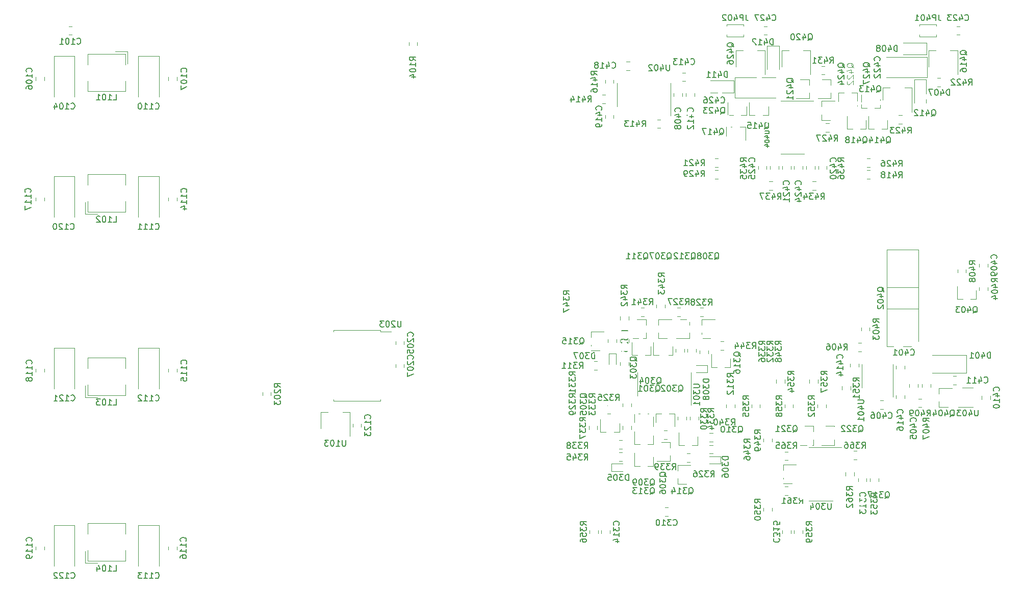
<source format=gbr>
%TF.GenerationSoftware,KiCad,Pcbnew,5.1.4+dfsg1-1~bpo10+1*%
%TF.CreationDate,2019-11-24T20:42:51+01:00*%
%TF.ProjectId,RF-AMP-CNTLR_V1,52462d41-4d50-42d4-934e-544c525f5631,rev?*%
%TF.SameCoordinates,Original*%
%TF.FileFunction,Legend,Bot*%
%TF.FilePolarity,Positive*%
%FSLAX46Y46*%
G04 Gerber Fmt 4.6, Leading zero omitted, Abs format (unit mm)*
G04 Created by KiCad (PCBNEW 5.1.4+dfsg1-1~bpo10+1) date 2019-11-24 20:42:51*
%MOMM*%
%LPD*%
G04 APERTURE LIST*
%ADD10C,0.120000*%
%ADD11C,0.150000*%
%ADD12C,0.125000*%
%ADD13C,1.952000*%
%ADD14R,1.952000X1.952000*%
%ADD15C,2.802000*%
%ADD16C,8.702000*%
%ADD17C,2.102000*%
%ADD18O,1.702000X1.702000*%
%ADD19R,1.702000X1.702000*%
%ADD20R,2.102000X2.102000*%
%ADD21C,3.102000*%
%ADD22R,3.102000X3.102000*%
%ADD23C,2.702000*%
%ADD24R,2.702000X2.702000*%
%ADD25C,1.702000*%
%ADD26R,4.102000X4.102000*%
%ADD27C,4.102000*%
%ADD28C,0.100000*%
%ADD29C,1.252000*%
%ADD30C,2.177000*%
%ADD31R,1.902000X1.902000*%
%ADD32C,1.902000*%
%ADD33R,0.702000X0.802000*%
%ADD34R,0.802000X0.702000*%
%ADD35R,1.602000X2.802000*%
%ADD36R,1.802000X1.802000*%
%ADD37C,1.802000*%
%ADD38O,1.802000X1.802000*%
%ADD39C,2.352000*%
%ADD40C,2.152000*%
%ADD41R,1.102000X1.602000*%
%ADD42R,0.902000X1.002000*%
%ADD43R,1.002000X0.902000*%
%ADD44C,1.102000*%
%ADD45R,2.302000X1.942000*%
%ADD46R,1.102000X1.902000*%
%ADD47C,0.952000*%
%ADD48C,1.542000*%
%ADD49R,2.007000X2.102000*%
%ADD50O,2.007000X2.102000*%
%ADD51C,0.702000*%
%ADD52R,1.162000X0.752000*%
%ADD53C,3.302000*%
%ADD54R,4.602000X2.602000*%
%ADD55O,4.602000X2.602000*%
%ADD56C,1.602000*%
%ADD57R,1.302000X1.002000*%
%ADD58R,1.002000X1.302000*%
%ADD59C,0.902000*%
G04 APERTURE END LIST*
D10*
X71738748Y-55290000D02*
X72261252Y-55290000D01*
X71738748Y-56710000D02*
X72261252Y-56710000D01*
X72710000Y-60240000D02*
X72710000Y-67000000D01*
X69290000Y-60240000D02*
X72710000Y-60240000D01*
X69290000Y-67000000D02*
X69290000Y-60240000D01*
X67710000Y-63738748D02*
X67710000Y-64261252D01*
X66290000Y-63738748D02*
X66290000Y-64261252D01*
X88290000Y-63738748D02*
X88290000Y-64261252D01*
X89710000Y-63738748D02*
X89710000Y-64261252D01*
X83290000Y-67000000D02*
X83290000Y-60240000D01*
X83290000Y-60240000D02*
X86710000Y-60240000D01*
X86710000Y-60240000D02*
X86710000Y-67000000D01*
X83290000Y-87000000D02*
X83290000Y-80240000D01*
X83290000Y-80240000D02*
X86710000Y-80240000D01*
X86710000Y-80240000D02*
X86710000Y-87000000D01*
X83290000Y-115500000D02*
X83290000Y-108740000D01*
X83290000Y-108740000D02*
X86710000Y-108740000D01*
X86710000Y-108740000D02*
X86710000Y-115500000D01*
X86710000Y-138240000D02*
X86710000Y-145000000D01*
X83290000Y-138240000D02*
X86710000Y-138240000D01*
X83290000Y-145000000D02*
X83290000Y-138240000D01*
X88290000Y-83738748D02*
X88290000Y-84261252D01*
X89710000Y-83738748D02*
X89710000Y-84261252D01*
X89710000Y-112761252D02*
X89710000Y-112238748D01*
X88290000Y-112761252D02*
X88290000Y-112238748D01*
X89710000Y-141738748D02*
X89710000Y-142261252D01*
X88290000Y-141738748D02*
X88290000Y-142261252D01*
X67710000Y-83738748D02*
X67710000Y-84261252D01*
X66290000Y-83738748D02*
X66290000Y-84261252D01*
X66290000Y-112761252D02*
X66290000Y-112238748D01*
X67710000Y-112761252D02*
X67710000Y-112238748D01*
X66290000Y-141738748D02*
X66290000Y-142261252D01*
X67710000Y-141738748D02*
X67710000Y-142261252D01*
X69290000Y-87000000D02*
X69290000Y-80240000D01*
X69290000Y-80240000D02*
X72710000Y-80240000D01*
X72710000Y-80240000D02*
X72710000Y-87000000D01*
X72710000Y-108740000D02*
X72710000Y-115500000D01*
X69290000Y-108740000D02*
X72710000Y-108740000D01*
X69290000Y-115500000D02*
X69290000Y-108740000D01*
X72710000Y-138240000D02*
X72710000Y-145000000D01*
X69290000Y-138240000D02*
X72710000Y-138240000D01*
X69290000Y-145000000D02*
X69290000Y-138240000D01*
X120310000Y-121861252D02*
X120310000Y-121338748D01*
X118890000Y-121861252D02*
X118890000Y-121338748D01*
X125990000Y-107638748D02*
X125990000Y-108161252D01*
X127410000Y-107638748D02*
X127410000Y-108161252D01*
X125990000Y-111438748D02*
X125990000Y-111961252D01*
X127410000Y-111438748D02*
X127410000Y-111961252D01*
X170738748Y-135290000D02*
X171261252Y-135290000D01*
X170738748Y-136710000D02*
X171261252Y-136710000D01*
X204210000Y-130438748D02*
X204210000Y-130961252D01*
X202790000Y-130438748D02*
X202790000Y-130961252D01*
X161610000Y-139561252D02*
X161610000Y-139038748D01*
X160190000Y-139561252D02*
X160190000Y-139038748D01*
X190190000Y-139561252D02*
X190190000Y-139038748D01*
X191610000Y-139561252D02*
X191610000Y-139038748D01*
X210510000Y-111738748D02*
X210510000Y-112261252D01*
X209090000Y-111738748D02*
X209090000Y-112261252D01*
X211290000Y-114738748D02*
X211290000Y-115261252D01*
X212710000Y-114738748D02*
X212710000Y-115261252D01*
X206438748Y-118910000D02*
X206961252Y-118910000D01*
X206438748Y-117490000D02*
X206961252Y-117490000D01*
X173610000Y-66961252D02*
X173610000Y-66438748D01*
X172190000Y-66961252D02*
X172190000Y-66438748D01*
X223290000Y-117261252D02*
X223290000Y-116738748D01*
X224710000Y-117261252D02*
X224710000Y-116738748D01*
X222890000Y-95261252D02*
X222890000Y-94738748D01*
X224310000Y-95261252D02*
X224310000Y-94738748D01*
X218538748Y-113390000D02*
X219061252Y-113390000D01*
X218538748Y-114810000D02*
X219061252Y-114810000D01*
X175610000Y-66961252D02*
X175610000Y-66438748D01*
X174190000Y-66961252D02*
X174190000Y-66438748D01*
X173638748Y-62990000D02*
X174161252Y-62990000D01*
X173638748Y-64410000D02*
X174161252Y-64410000D01*
X201490000Y-111861252D02*
X201490000Y-111338748D01*
X202910000Y-111861252D02*
X202910000Y-111338748D01*
X209090000Y-116638748D02*
X209090000Y-117161252D01*
X210510000Y-116638748D02*
X210510000Y-117161252D01*
X164338748Y-62610000D02*
X164861252Y-62610000D01*
X164338748Y-61190000D02*
X164861252Y-61190000D01*
X160790000Y-70038748D02*
X160790000Y-70561252D01*
X162210000Y-70038748D02*
X162210000Y-70561252D01*
X207500000Y-60390000D02*
X214260000Y-60390000D01*
X214260000Y-60390000D02*
X214260000Y-63810000D01*
X214260000Y-63810000D02*
X207500000Y-63810000D01*
X219138748Y-55290000D02*
X219661252Y-55290000D01*
X219138748Y-56710000D02*
X219661252Y-56710000D01*
X182340000Y-63790000D02*
X189100000Y-63790000D01*
X182340000Y-67210000D02*
X182340000Y-63790000D01*
X189100000Y-67210000D02*
X182340000Y-67210000D01*
X187138748Y-56710000D02*
X187661252Y-56710000D01*
X187138748Y-55290000D02*
X187661252Y-55290000D01*
X163700000Y-128000000D02*
X161850000Y-128000000D01*
X163700000Y-129200000D02*
X161850000Y-129200000D01*
X161850000Y-129200000D02*
X161850000Y-128000000D01*
X179950000Y-126800000D02*
X179950000Y-128000000D01*
X178100000Y-126800000D02*
X179950000Y-126800000D01*
X178100000Y-128000000D02*
X179950000Y-128000000D01*
X162600000Y-111500000D02*
X162600000Y-109650000D01*
X161400000Y-111500000D02*
X161400000Y-109650000D01*
X161400000Y-109650000D02*
X162600000Y-109650000D01*
X175900000Y-112800000D02*
X177750000Y-112800000D01*
X175900000Y-111600000D02*
X177750000Y-111600000D01*
X177750000Y-111600000D02*
X177750000Y-112800000D01*
X215100000Y-109900000D02*
X220800000Y-109900000D01*
X220800000Y-109900000D02*
X220800000Y-112900000D01*
X220800000Y-112900000D02*
X215100000Y-112900000D01*
X215800000Y-55000000D02*
X213000000Y-55000000D01*
X213000000Y-55000000D02*
X213000000Y-57000000D01*
X213000000Y-57000000D02*
X215800000Y-57000000D01*
X215800000Y-57000000D02*
X215800000Y-55000000D01*
X183800000Y-57000000D02*
X183800000Y-55000000D01*
X181000000Y-57000000D02*
X183800000Y-57000000D01*
X181000000Y-55000000D02*
X181000000Y-57000000D01*
X183800000Y-55000000D02*
X181000000Y-55000000D01*
X165620000Y-119640000D02*
X166550000Y-119640000D01*
X168780000Y-119640000D02*
X167850000Y-119640000D01*
X168780000Y-119640000D02*
X168780000Y-121800000D01*
X165620000Y-119640000D02*
X165620000Y-121100000D01*
X169220000Y-119640000D02*
X169220000Y-121100000D01*
X172380000Y-119640000D02*
X172380000Y-121800000D01*
X172380000Y-119640000D02*
X171450000Y-119640000D01*
X169220000Y-119640000D02*
X170150000Y-119640000D01*
X168380000Y-109960000D02*
X168380000Y-108500000D01*
X165220000Y-109960000D02*
X165220000Y-107800000D01*
X165220000Y-109960000D02*
X166150000Y-109960000D01*
X168380000Y-109960000D02*
X167450000Y-109960000D01*
X171980000Y-109960000D02*
X171980000Y-108500000D01*
X168820000Y-109960000D02*
X168820000Y-107800000D01*
X168820000Y-109960000D02*
X169750000Y-109960000D01*
X171980000Y-109960000D02*
X171050000Y-109960000D01*
X163180000Y-122760000D02*
X162250000Y-122760000D01*
X160020000Y-122760000D02*
X160950000Y-122760000D01*
X160020000Y-122760000D02*
X160020000Y-120600000D01*
X163180000Y-122760000D02*
X163180000Y-121300000D01*
X171560000Y-124420000D02*
X170100000Y-124420000D01*
X171560000Y-127580000D02*
X169400000Y-127580000D01*
X171560000Y-127580000D02*
X171560000Y-126650000D01*
X171560000Y-124420000D02*
X171560000Y-125350000D01*
X169640000Y-107180000D02*
X171100000Y-107180000D01*
X169640000Y-104020000D02*
X171800000Y-104020000D01*
X169640000Y-104020000D02*
X169640000Y-104950000D01*
X169640000Y-107180000D02*
X169640000Y-106250000D01*
X176840000Y-107180000D02*
X176840000Y-106250000D01*
X176840000Y-104020000D02*
X176840000Y-104950000D01*
X176840000Y-104020000D02*
X179000000Y-104020000D01*
X176840000Y-107180000D02*
X178300000Y-107180000D01*
X168780000Y-124760000D02*
X167850000Y-124760000D01*
X165620000Y-124760000D02*
X166550000Y-124760000D01*
X165620000Y-124760000D02*
X165620000Y-122600000D01*
X168780000Y-124760000D02*
X168780000Y-123300000D01*
X176180000Y-124960000D02*
X175250000Y-124960000D01*
X173020000Y-124960000D02*
X173950000Y-124960000D01*
X173020000Y-124960000D02*
X173020000Y-122800000D01*
X176180000Y-124960000D02*
X176180000Y-123500000D01*
X167560000Y-104020000D02*
X166100000Y-104020000D01*
X167560000Y-107180000D02*
X165400000Y-107180000D01*
X167560000Y-107180000D02*
X167560000Y-106250000D01*
X167560000Y-104020000D02*
X167560000Y-104950000D01*
X174760000Y-104020000D02*
X173300000Y-104020000D01*
X174760000Y-107180000D02*
X172600000Y-107180000D01*
X174760000Y-107180000D02*
X174760000Y-106250000D01*
X174760000Y-104020000D02*
X174760000Y-104950000D01*
X168780000Y-128360000D02*
X167850000Y-128360000D01*
X165620000Y-128360000D02*
X166550000Y-128360000D01*
X165620000Y-128360000D02*
X165620000Y-126200000D01*
X168780000Y-128360000D02*
X168780000Y-126900000D01*
X172840000Y-131380000D02*
X172840000Y-130450000D01*
X172840000Y-128220000D02*
X172840000Y-129150000D01*
X172840000Y-128220000D02*
X175000000Y-128220000D01*
X172840000Y-131380000D02*
X174300000Y-131380000D01*
X158440000Y-109180000D02*
X158440000Y-108250000D01*
X158440000Y-106020000D02*
X158440000Y-106950000D01*
X158440000Y-106020000D02*
X160600000Y-106020000D01*
X158440000Y-109180000D02*
X159900000Y-109180000D01*
X181580000Y-111960000D02*
X180650000Y-111960000D01*
X178420000Y-111960000D02*
X179350000Y-111960000D01*
X178420000Y-111960000D02*
X178420000Y-109800000D01*
X181580000Y-111960000D02*
X181580000Y-110500000D01*
X190340000Y-131280000D02*
X191800000Y-131280000D01*
X190340000Y-128120000D02*
X192500000Y-128120000D01*
X190340000Y-128120000D02*
X190340000Y-129050000D01*
X190340000Y-131280000D02*
X190340000Y-130350000D01*
X195360000Y-121720000D02*
X195360000Y-122650000D01*
X195360000Y-124880000D02*
X195360000Y-123950000D01*
X195360000Y-124880000D02*
X193200000Y-124880000D01*
X195360000Y-121720000D02*
X193900000Y-121720000D01*
X198860000Y-121720000D02*
X197400000Y-121720000D01*
X198860000Y-124880000D02*
X196700000Y-124880000D01*
X198860000Y-124880000D02*
X198860000Y-123950000D01*
X198860000Y-121720000D02*
X198860000Y-122650000D01*
X222380000Y-100660000D02*
X221450000Y-100660000D01*
X219220000Y-100660000D02*
X220150000Y-100660000D01*
X219220000Y-100660000D02*
X219220000Y-98500000D01*
X222380000Y-100660000D02*
X222380000Y-99200000D01*
X216240000Y-118580000D02*
X217700000Y-118580000D01*
X216240000Y-115420000D02*
X218400000Y-115420000D01*
X216240000Y-115420000D02*
X216240000Y-116350000D01*
X216240000Y-118580000D02*
X216240000Y-117650000D01*
X211700000Y-65520000D02*
X210500000Y-65520000D01*
X211700000Y-69520000D02*
X211700000Y-65520000D01*
X206900000Y-65520000D02*
X206900000Y-68220000D01*
X208100000Y-65520000D02*
X206900000Y-65520000D01*
X206480000Y-68860000D02*
X206480000Y-67400000D01*
X203320000Y-68860000D02*
X203320000Y-66700000D01*
X203320000Y-68860000D02*
X204250000Y-68860000D01*
X206480000Y-68860000D02*
X205550000Y-68860000D01*
X207680000Y-72360000D02*
X207680000Y-70900000D01*
X204520000Y-72360000D02*
X204520000Y-70200000D01*
X204520000Y-72360000D02*
X205450000Y-72360000D01*
X207680000Y-72360000D02*
X206750000Y-72360000D01*
X187880000Y-70060000D02*
X186950000Y-70060000D01*
X184720000Y-70060000D02*
X185650000Y-70060000D01*
X184720000Y-70060000D02*
X184720000Y-67900000D01*
X187880000Y-70060000D02*
X187880000Y-68600000D01*
X215700000Y-59320000D02*
X214500000Y-59320000D01*
X214500000Y-59320000D02*
X214500000Y-62020000D01*
X219300000Y-63320000D02*
X219300000Y-59320000D01*
X219300000Y-59320000D02*
X218100000Y-59320000D01*
X180920000Y-72040000D02*
X180920000Y-73500000D01*
X184080000Y-72040000D02*
X184080000Y-74200000D01*
X184080000Y-72040000D02*
X183150000Y-72040000D01*
X180920000Y-72040000D02*
X181850000Y-72040000D01*
X204080000Y-72360000D02*
X204080000Y-70900000D01*
X200920000Y-72360000D02*
X200920000Y-70200000D01*
X200920000Y-72360000D02*
X201850000Y-72360000D01*
X204080000Y-72360000D02*
X203150000Y-72360000D01*
X194900000Y-59320000D02*
X193700000Y-59320000D01*
X194900000Y-63320000D02*
X194900000Y-59320000D01*
X190100000Y-59320000D02*
X190100000Y-62020000D01*
X191300000Y-59320000D02*
X190100000Y-59320000D01*
X194660000Y-64120000D02*
X194660000Y-65050000D01*
X194660000Y-67280000D02*
X194660000Y-66350000D01*
X194660000Y-67280000D02*
X192500000Y-67280000D01*
X194660000Y-64120000D02*
X193200000Y-64120000D01*
X196740000Y-70880000D02*
X196740000Y-69950000D01*
X196740000Y-67720000D02*
X196740000Y-68650000D01*
X196740000Y-67720000D02*
X198900000Y-67720000D01*
X196740000Y-70880000D02*
X198200000Y-70880000D01*
X184280000Y-70060000D02*
X183350000Y-70060000D01*
X181120000Y-70060000D02*
X182050000Y-70060000D01*
X181120000Y-70060000D02*
X181120000Y-67900000D01*
X184280000Y-70060000D02*
X184280000Y-68600000D01*
X198260000Y-64120000D02*
X198260000Y-65050000D01*
X198260000Y-67280000D02*
X198260000Y-66350000D01*
X198260000Y-67280000D02*
X196100000Y-67280000D01*
X198260000Y-64120000D02*
X196800000Y-64120000D01*
X183700000Y-59320000D02*
X182500000Y-59320000D01*
X182500000Y-59320000D02*
X182500000Y-62020000D01*
X187300000Y-63320000D02*
X187300000Y-59320000D01*
X187300000Y-59320000D02*
X186100000Y-59320000D01*
X199520000Y-66340000D02*
X199520000Y-67800000D01*
X202680000Y-66340000D02*
X202680000Y-68500000D01*
X202680000Y-66340000D02*
X201750000Y-66340000D01*
X199520000Y-66340000D02*
X200450000Y-66340000D01*
X128190000Y-57938748D02*
X128190000Y-58461252D01*
X129610000Y-57938748D02*
X129610000Y-58461252D01*
X103890000Y-116661252D02*
X103890000Y-116138748D01*
X105310000Y-116661252D02*
X105310000Y-116138748D01*
X158938748Y-112410000D02*
X159461252Y-112410000D01*
X158938748Y-110990000D02*
X159461252Y-110990000D01*
X180890000Y-118661252D02*
X180890000Y-118138748D01*
X182310000Y-118661252D02*
X182310000Y-118138748D01*
X161138748Y-118290000D02*
X161661252Y-118290000D01*
X161138748Y-119710000D02*
X161661252Y-119710000D01*
X174338748Y-127710000D02*
X174861252Y-127710000D01*
X174338748Y-126290000D02*
X174861252Y-126290000D01*
X172738748Y-102090000D02*
X173261252Y-102090000D01*
X172738748Y-103510000D02*
X173261252Y-103510000D01*
X177061252Y-102090000D02*
X176538748Y-102090000D01*
X177061252Y-103510000D02*
X176538748Y-103510000D01*
X163690000Y-118461252D02*
X163690000Y-117938748D01*
X165110000Y-118461252D02*
X165110000Y-117938748D01*
X174890000Y-120138748D02*
X174890000Y-120661252D01*
X176310000Y-120138748D02*
X176310000Y-120661252D01*
X164710000Y-111138748D02*
X164710000Y-111661252D01*
X163290000Y-111138748D02*
X163290000Y-111661252D01*
X175910000Y-109461252D02*
X175910000Y-108938748D01*
X174490000Y-109461252D02*
X174490000Y-108938748D01*
X165110000Y-122261252D02*
X165110000Y-121738748D01*
X163690000Y-122261252D02*
X163690000Y-121738748D01*
X172890000Y-120661252D02*
X172890000Y-120138748D01*
X174310000Y-120661252D02*
X174310000Y-120138748D01*
X164710000Y-107338748D02*
X164710000Y-107861252D01*
X163290000Y-107338748D02*
X163290000Y-107861252D01*
X172490000Y-108938748D02*
X172490000Y-109461252D01*
X173910000Y-108938748D02*
X173910000Y-109461252D01*
X159510000Y-121738748D02*
X159510000Y-122261252D01*
X158090000Y-121738748D02*
X158090000Y-122261252D01*
X163661252Y-124090000D02*
X163138748Y-124090000D01*
X163661252Y-125510000D02*
X163138748Y-125510000D01*
X170538748Y-122490000D02*
X171061252Y-122490000D01*
X170538748Y-123910000D02*
X171061252Y-123910000D01*
X178138748Y-122890000D02*
X178661252Y-122890000D01*
X178138748Y-124310000D02*
X178661252Y-124310000D01*
X166738748Y-103510000D02*
X167261252Y-103510000D01*
X166738748Y-102090000D02*
X167261252Y-102090000D01*
X164710000Y-104061252D02*
X164710000Y-103538748D01*
X163290000Y-104061252D02*
X163290000Y-103538748D01*
X170710000Y-101538748D02*
X170710000Y-102061252D01*
X169290000Y-101538748D02*
X169290000Y-102061252D01*
X179938748Y-107690000D02*
X180461252Y-107690000D01*
X179938748Y-109110000D02*
X180461252Y-109110000D01*
X163138748Y-127510000D02*
X163661252Y-127510000D01*
X163138748Y-126090000D02*
X163661252Y-126090000D01*
X178661252Y-126310000D02*
X178138748Y-126310000D01*
X178661252Y-124890000D02*
X178138748Y-124890000D01*
X162710000Y-107861252D02*
X162710000Y-107338748D01*
X161290000Y-107861252D02*
X161290000Y-107338748D01*
X176490000Y-109661252D02*
X176490000Y-109138748D01*
X177910000Y-109661252D02*
X177910000Y-109138748D01*
X187090000Y-123838748D02*
X187090000Y-124361252D01*
X188510000Y-123838748D02*
X188510000Y-124361252D01*
X188510000Y-135338748D02*
X188510000Y-135861252D01*
X187090000Y-135338748D02*
X187090000Y-135861252D01*
X200090000Y-115661252D02*
X200090000Y-115138748D01*
X201510000Y-115661252D02*
X201510000Y-115138748D01*
X197510000Y-118661252D02*
X197510000Y-118138748D01*
X196090000Y-118661252D02*
X196090000Y-118138748D01*
X204790000Y-130438748D02*
X204790000Y-130961252D01*
X206210000Y-130438748D02*
X206210000Y-130961252D01*
X189190000Y-114561252D02*
X189190000Y-114038748D01*
X190610000Y-114561252D02*
X190610000Y-114038748D01*
X186510000Y-118661252D02*
X186510000Y-118138748D01*
X185090000Y-118661252D02*
X185090000Y-118138748D01*
X158190000Y-139561252D02*
X158190000Y-139038748D01*
X159610000Y-139561252D02*
X159610000Y-139038748D01*
X194690000Y-114561252D02*
X194690000Y-114038748D01*
X196110000Y-114561252D02*
X196110000Y-114038748D01*
X192010000Y-118661252D02*
X192010000Y-118138748D01*
X190590000Y-118661252D02*
X190590000Y-118138748D01*
X192190000Y-139561252D02*
X192190000Y-139038748D01*
X193610000Y-139561252D02*
X193610000Y-139038748D01*
X190638748Y-133210000D02*
X191161252Y-133210000D01*
X190638748Y-131790000D02*
X191161252Y-131790000D01*
X200690000Y-129438748D02*
X200690000Y-129961252D01*
X202110000Y-129438748D02*
X202110000Y-129961252D01*
X190638748Y-125990000D02*
X191161252Y-125990000D01*
X190638748Y-127410000D02*
X191161252Y-127410000D01*
X202561252Y-127310000D02*
X202038748Y-127310000D01*
X202561252Y-125890000D02*
X202038748Y-125890000D01*
X203290000Y-105861252D02*
X203290000Y-105338748D01*
X204710000Y-105861252D02*
X204710000Y-105338748D01*
X203361252Y-107890000D02*
X202838748Y-107890000D01*
X203361252Y-109310000D02*
X202838748Y-109310000D01*
X222890000Y-98638748D02*
X222890000Y-99161252D01*
X224310000Y-98638748D02*
X224310000Y-99161252D01*
X213390000Y-114738748D02*
X213390000Y-115261252D01*
X214810000Y-114738748D02*
X214810000Y-115261252D01*
X219290000Y-96261252D02*
X219290000Y-95738748D01*
X220710000Y-96261252D02*
X220710000Y-95738748D01*
X213361252Y-118610000D02*
X212838748Y-118610000D01*
X213361252Y-117190000D02*
X212838748Y-117190000D01*
X169438748Y-72210000D02*
X169961252Y-72210000D01*
X169438748Y-70790000D02*
X169961252Y-70790000D01*
X160338748Y-68110000D02*
X160861252Y-68110000D01*
X160338748Y-66690000D02*
X160861252Y-66690000D01*
X162210000Y-64238748D02*
X162210000Y-64761252D01*
X160790000Y-64238748D02*
X160790000Y-64761252D01*
X204761252Y-79190000D02*
X204238748Y-79190000D01*
X204761252Y-80610000D02*
X204238748Y-80610000D01*
X179038748Y-78710000D02*
X179561252Y-78710000D01*
X179038748Y-77290000D02*
X179561252Y-77290000D01*
X216461252Y-65310000D02*
X215938748Y-65310000D01*
X216461252Y-63890000D02*
X215938748Y-63890000D01*
X209538748Y-71510000D02*
X210061252Y-71510000D01*
X209538748Y-70090000D02*
X210061252Y-70090000D01*
X204761252Y-78710000D02*
X204238748Y-78710000D01*
X204761252Y-77290000D02*
X204238748Y-77290000D01*
X197438748Y-71390000D02*
X197961252Y-71390000D01*
X197438748Y-72810000D02*
X197961252Y-72810000D01*
X179038748Y-80610000D02*
X179561252Y-80610000D01*
X179038748Y-79190000D02*
X179561252Y-79190000D01*
X197261252Y-61890000D02*
X196738748Y-61890000D01*
X197261252Y-63310000D02*
X196738748Y-63310000D01*
X114800000Y-119420000D02*
X113600000Y-119420000D01*
X113600000Y-119420000D02*
X113600000Y-122120000D01*
X118400000Y-123420000D02*
X118400000Y-119420000D01*
X118400000Y-119420000D02*
X117200000Y-119420000D01*
X119600000Y-117585000D02*
X115740000Y-117585000D01*
X115740000Y-117585000D02*
X115740000Y-117340000D01*
X119600000Y-117585000D02*
X123460000Y-117585000D01*
X123460000Y-117585000D02*
X123460000Y-117340000D01*
X119600000Y-105815000D02*
X115740000Y-105815000D01*
X115740000Y-105815000D02*
X115740000Y-106060000D01*
X119600000Y-105815000D02*
X123460000Y-105815000D01*
X123460000Y-105815000D02*
X123460000Y-106060000D01*
X123460000Y-106060000D02*
X125275000Y-106060000D01*
X175035000Y-114800000D02*
X175035000Y-118250000D01*
X175035000Y-114800000D02*
X175035000Y-112850000D01*
X166165000Y-114800000D02*
X166165000Y-116750000D01*
X166165000Y-114800000D02*
X166165000Y-112850000D01*
X196600000Y-134135000D02*
X194650000Y-134135000D01*
X196600000Y-134135000D02*
X198550000Y-134135000D01*
X196600000Y-125265000D02*
X194650000Y-125265000D01*
X196600000Y-125265000D02*
X200050000Y-125265000D01*
X203440000Y-113400000D02*
X203440000Y-111450000D01*
X203440000Y-113400000D02*
X203440000Y-115350000D01*
X208560000Y-113400000D02*
X208560000Y-111450000D01*
X208560000Y-113400000D02*
X208560000Y-116850000D01*
X171635000Y-66700000D02*
X171635000Y-70150000D01*
X171635000Y-66700000D02*
X171635000Y-64750000D01*
X162765000Y-66700000D02*
X162765000Y-68650000D01*
X162765000Y-66700000D02*
X162765000Y-64750000D01*
X220100000Y-115390000D02*
X221900000Y-115390000D01*
X221900000Y-118610000D02*
X219450000Y-118610000D01*
X191900000Y-76535000D02*
X189950000Y-76535000D01*
X191900000Y-76535000D02*
X193850000Y-76535000D01*
X191900000Y-67665000D02*
X189950000Y-67665000D01*
X191900000Y-67665000D02*
X195350000Y-67665000D01*
X207549000Y-102255000D02*
X212820000Y-102255000D01*
X207549000Y-98646000D02*
X212820000Y-98646000D01*
X207549000Y-108520000D02*
X212820000Y-108520000D01*
X207549000Y-92380000D02*
X212820000Y-92380000D01*
X212820000Y-92380000D02*
X212820000Y-108520000D01*
X207549000Y-92380000D02*
X207549000Y-108520000D01*
X81500000Y-61500000D02*
X81500000Y-59500000D01*
X81500000Y-59500000D02*
X79500000Y-59500000D01*
X81120000Y-59880000D02*
X74880000Y-59880000D01*
X74880000Y-59880000D02*
X74880000Y-61650000D01*
X74880000Y-64350000D02*
X74880000Y-66120000D01*
X81120000Y-66120000D02*
X74880000Y-66120000D01*
X81120000Y-59880000D02*
X81120000Y-61650000D01*
X81120000Y-64350000D02*
X81120000Y-66120000D01*
X74880000Y-81650000D02*
X74880000Y-79880000D01*
X74880000Y-86120000D02*
X74880000Y-84350000D01*
X74880000Y-79880000D02*
X81120000Y-79880000D01*
X81120000Y-81650000D02*
X81120000Y-79880000D01*
X81120000Y-86120000D02*
X81120000Y-84350000D01*
X74880000Y-86120000D02*
X81120000Y-86120000D01*
X74500000Y-86500000D02*
X76500000Y-86500000D01*
X74500000Y-84500000D02*
X74500000Y-86500000D01*
X74500000Y-115000000D02*
X74500000Y-117000000D01*
X74500000Y-117000000D02*
X76500000Y-117000000D01*
X74880000Y-116620000D02*
X81120000Y-116620000D01*
X81120000Y-116620000D02*
X81120000Y-114850000D01*
X81120000Y-112150000D02*
X81120000Y-110380000D01*
X74880000Y-110380000D02*
X81120000Y-110380000D01*
X74880000Y-116620000D02*
X74880000Y-114850000D01*
X74880000Y-112150000D02*
X74880000Y-110380000D01*
X74880000Y-139650000D02*
X74880000Y-137880000D01*
X74880000Y-144120000D02*
X74880000Y-142350000D01*
X74880000Y-137880000D02*
X81120000Y-137880000D01*
X81120000Y-139650000D02*
X81120000Y-137880000D01*
X81120000Y-144120000D02*
X81120000Y-142350000D01*
X74880000Y-144120000D02*
X81120000Y-144120000D01*
X74500000Y-144500000D02*
X76500000Y-144500000D01*
X74500000Y-142500000D02*
X74500000Y-144500000D01*
X195761252Y-82510000D02*
X195238748Y-82510000D01*
X195761252Y-81090000D02*
X195238748Y-81090000D01*
X186190000Y-78538748D02*
X186190000Y-79061252D01*
X187610000Y-78538748D02*
X187610000Y-79061252D01*
X196190000Y-78538748D02*
X196190000Y-79061252D01*
X197610000Y-78538748D02*
X197610000Y-79061252D01*
X188038748Y-81090000D02*
X188561252Y-81090000D01*
X188038748Y-82510000D02*
X188561252Y-82510000D01*
X212100000Y-64150000D02*
X214100000Y-64150000D01*
X214100000Y-64150000D02*
X214100000Y-68050000D01*
X212100000Y-64150000D02*
X212100000Y-68050000D01*
X214150000Y-58000000D02*
X210250000Y-58000000D01*
X214150000Y-60000000D02*
X210250000Y-60000000D01*
X214150000Y-58000000D02*
X214150000Y-60000000D01*
X182150000Y-64300000D02*
X182150000Y-66300000D01*
X182150000Y-66300000D02*
X178250000Y-66300000D01*
X182150000Y-64300000D02*
X178250000Y-64300000D01*
X187700000Y-58550000D02*
X187700000Y-62450000D01*
X189700000Y-58550000D02*
X189700000Y-62450000D01*
X187700000Y-58550000D02*
X189700000Y-58550000D01*
X195610000Y-78538748D02*
X195610000Y-79061252D01*
X194190000Y-78538748D02*
X194190000Y-79061252D01*
X190190000Y-78538748D02*
X190190000Y-79061252D01*
X191610000Y-78538748D02*
X191610000Y-79061252D01*
X193610000Y-78538748D02*
X193610000Y-79061252D01*
X192190000Y-78538748D02*
X192190000Y-79061252D01*
X188190000Y-78538748D02*
X188190000Y-79061252D01*
X189610000Y-78538748D02*
X189610000Y-79061252D01*
D11*
X73119047Y-58157142D02*
X73166666Y-58204761D01*
X73309523Y-58252380D01*
X73404761Y-58252380D01*
X73547619Y-58204761D01*
X73642857Y-58109523D01*
X73690476Y-58014285D01*
X73738095Y-57823809D01*
X73738095Y-57680952D01*
X73690476Y-57490476D01*
X73642857Y-57395238D01*
X73547619Y-57300000D01*
X73404761Y-57252380D01*
X73309523Y-57252380D01*
X73166666Y-57300000D01*
X73119047Y-57347619D01*
X72166666Y-58252380D02*
X72738095Y-58252380D01*
X72452380Y-58252380D02*
X72452380Y-57252380D01*
X72547619Y-57395238D01*
X72642857Y-57490476D01*
X72738095Y-57538095D01*
X71547619Y-57252380D02*
X71452380Y-57252380D01*
X71357142Y-57300000D01*
X71309523Y-57347619D01*
X71261904Y-57442857D01*
X71214285Y-57633333D01*
X71214285Y-57871428D01*
X71261904Y-58061904D01*
X71309523Y-58157142D01*
X71357142Y-58204761D01*
X71452380Y-58252380D01*
X71547619Y-58252380D01*
X71642857Y-58204761D01*
X71690476Y-58157142D01*
X71738095Y-58061904D01*
X71785714Y-57871428D01*
X71785714Y-57633333D01*
X71738095Y-57442857D01*
X71690476Y-57347619D01*
X71642857Y-57300000D01*
X71547619Y-57252380D01*
X70261904Y-58252380D02*
X70833333Y-58252380D01*
X70547619Y-58252380D02*
X70547619Y-57252380D01*
X70642857Y-57395238D01*
X70738095Y-57490476D01*
X70833333Y-57538095D01*
X72119047Y-68957142D02*
X72166666Y-69004761D01*
X72309523Y-69052380D01*
X72404761Y-69052380D01*
X72547619Y-69004761D01*
X72642857Y-68909523D01*
X72690476Y-68814285D01*
X72738095Y-68623809D01*
X72738095Y-68480952D01*
X72690476Y-68290476D01*
X72642857Y-68195238D01*
X72547619Y-68100000D01*
X72404761Y-68052380D01*
X72309523Y-68052380D01*
X72166666Y-68100000D01*
X72119047Y-68147619D01*
X71166666Y-69052380D02*
X71738095Y-69052380D01*
X71452380Y-69052380D02*
X71452380Y-68052380D01*
X71547619Y-68195238D01*
X71642857Y-68290476D01*
X71738095Y-68338095D01*
X70547619Y-68052380D02*
X70452380Y-68052380D01*
X70357142Y-68100000D01*
X70309523Y-68147619D01*
X70261904Y-68242857D01*
X70214285Y-68433333D01*
X70214285Y-68671428D01*
X70261904Y-68861904D01*
X70309523Y-68957142D01*
X70357142Y-69004761D01*
X70452380Y-69052380D01*
X70547619Y-69052380D01*
X70642857Y-69004761D01*
X70690476Y-68957142D01*
X70738095Y-68861904D01*
X70785714Y-68671428D01*
X70785714Y-68433333D01*
X70738095Y-68242857D01*
X70690476Y-68147619D01*
X70642857Y-68100000D01*
X70547619Y-68052380D01*
X69357142Y-68385714D02*
X69357142Y-69052380D01*
X69595238Y-68004761D02*
X69833333Y-68719047D01*
X69214285Y-68719047D01*
X65557142Y-62880952D02*
X65604761Y-62833333D01*
X65652380Y-62690476D01*
X65652380Y-62595238D01*
X65604761Y-62452380D01*
X65509523Y-62357142D01*
X65414285Y-62309523D01*
X65223809Y-62261904D01*
X65080952Y-62261904D01*
X64890476Y-62309523D01*
X64795238Y-62357142D01*
X64700000Y-62452380D01*
X64652380Y-62595238D01*
X64652380Y-62690476D01*
X64700000Y-62833333D01*
X64747619Y-62880952D01*
X65652380Y-63833333D02*
X65652380Y-63261904D01*
X65652380Y-63547619D02*
X64652380Y-63547619D01*
X64795238Y-63452380D01*
X64890476Y-63357142D01*
X64938095Y-63261904D01*
X64652380Y-64452380D02*
X64652380Y-64547619D01*
X64700000Y-64642857D01*
X64747619Y-64690476D01*
X64842857Y-64738095D01*
X65033333Y-64785714D01*
X65271428Y-64785714D01*
X65461904Y-64738095D01*
X65557142Y-64690476D01*
X65604761Y-64642857D01*
X65652380Y-64547619D01*
X65652380Y-64452380D01*
X65604761Y-64357142D01*
X65557142Y-64309523D01*
X65461904Y-64261904D01*
X65271428Y-64214285D01*
X65033333Y-64214285D01*
X64842857Y-64261904D01*
X64747619Y-64309523D01*
X64700000Y-64357142D01*
X64652380Y-64452380D01*
X64652380Y-65642857D02*
X64652380Y-65452380D01*
X64700000Y-65357142D01*
X64747619Y-65309523D01*
X64890476Y-65214285D01*
X65080952Y-65166666D01*
X65461904Y-65166666D01*
X65557142Y-65214285D01*
X65604761Y-65261904D01*
X65652380Y-65357142D01*
X65652380Y-65547619D01*
X65604761Y-65642857D01*
X65557142Y-65690476D01*
X65461904Y-65738095D01*
X65223809Y-65738095D01*
X65128571Y-65690476D01*
X65080952Y-65642857D01*
X65033333Y-65547619D01*
X65033333Y-65357142D01*
X65080952Y-65261904D01*
X65128571Y-65214285D01*
X65223809Y-65166666D01*
X91257142Y-62880952D02*
X91304761Y-62833333D01*
X91352380Y-62690476D01*
X91352380Y-62595238D01*
X91304761Y-62452380D01*
X91209523Y-62357142D01*
X91114285Y-62309523D01*
X90923809Y-62261904D01*
X90780952Y-62261904D01*
X90590476Y-62309523D01*
X90495238Y-62357142D01*
X90400000Y-62452380D01*
X90352380Y-62595238D01*
X90352380Y-62690476D01*
X90400000Y-62833333D01*
X90447619Y-62880952D01*
X91352380Y-63833333D02*
X91352380Y-63261904D01*
X91352380Y-63547619D02*
X90352380Y-63547619D01*
X90495238Y-63452380D01*
X90590476Y-63357142D01*
X90638095Y-63261904D01*
X90352380Y-64452380D02*
X90352380Y-64547619D01*
X90400000Y-64642857D01*
X90447619Y-64690476D01*
X90542857Y-64738095D01*
X90733333Y-64785714D01*
X90971428Y-64785714D01*
X91161904Y-64738095D01*
X91257142Y-64690476D01*
X91304761Y-64642857D01*
X91352380Y-64547619D01*
X91352380Y-64452380D01*
X91304761Y-64357142D01*
X91257142Y-64309523D01*
X91161904Y-64261904D01*
X90971428Y-64214285D01*
X90733333Y-64214285D01*
X90542857Y-64261904D01*
X90447619Y-64309523D01*
X90400000Y-64357142D01*
X90352380Y-64452380D01*
X90352380Y-65119047D02*
X90352380Y-65785714D01*
X91352380Y-65357142D01*
X86119047Y-68957142D02*
X86166666Y-69004761D01*
X86309523Y-69052380D01*
X86404761Y-69052380D01*
X86547619Y-69004761D01*
X86642857Y-68909523D01*
X86690476Y-68814285D01*
X86738095Y-68623809D01*
X86738095Y-68480952D01*
X86690476Y-68290476D01*
X86642857Y-68195238D01*
X86547619Y-68100000D01*
X86404761Y-68052380D01*
X86309523Y-68052380D01*
X86166666Y-68100000D01*
X86119047Y-68147619D01*
X85166666Y-69052380D02*
X85738095Y-69052380D01*
X85452380Y-69052380D02*
X85452380Y-68052380D01*
X85547619Y-68195238D01*
X85642857Y-68290476D01*
X85738095Y-68338095D01*
X84214285Y-69052380D02*
X84785714Y-69052380D01*
X84500000Y-69052380D02*
X84500000Y-68052380D01*
X84595238Y-68195238D01*
X84690476Y-68290476D01*
X84785714Y-68338095D01*
X83595238Y-68052380D02*
X83500000Y-68052380D01*
X83404761Y-68100000D01*
X83357142Y-68147619D01*
X83309523Y-68242857D01*
X83261904Y-68433333D01*
X83261904Y-68671428D01*
X83309523Y-68861904D01*
X83357142Y-68957142D01*
X83404761Y-69004761D01*
X83500000Y-69052380D01*
X83595238Y-69052380D01*
X83690476Y-69004761D01*
X83738095Y-68957142D01*
X83785714Y-68861904D01*
X83833333Y-68671428D01*
X83833333Y-68433333D01*
X83785714Y-68242857D01*
X83738095Y-68147619D01*
X83690476Y-68100000D01*
X83595238Y-68052380D01*
X86119047Y-88957142D02*
X86166666Y-89004761D01*
X86309523Y-89052380D01*
X86404761Y-89052380D01*
X86547619Y-89004761D01*
X86642857Y-88909523D01*
X86690476Y-88814285D01*
X86738095Y-88623809D01*
X86738095Y-88480952D01*
X86690476Y-88290476D01*
X86642857Y-88195238D01*
X86547619Y-88100000D01*
X86404761Y-88052380D01*
X86309523Y-88052380D01*
X86166666Y-88100000D01*
X86119047Y-88147619D01*
X85166666Y-89052380D02*
X85738095Y-89052380D01*
X85452380Y-89052380D02*
X85452380Y-88052380D01*
X85547619Y-88195238D01*
X85642857Y-88290476D01*
X85738095Y-88338095D01*
X84214285Y-89052380D02*
X84785714Y-89052380D01*
X84500000Y-89052380D02*
X84500000Y-88052380D01*
X84595238Y-88195238D01*
X84690476Y-88290476D01*
X84785714Y-88338095D01*
X83261904Y-89052380D02*
X83833333Y-89052380D01*
X83547619Y-89052380D02*
X83547619Y-88052380D01*
X83642857Y-88195238D01*
X83738095Y-88290476D01*
X83833333Y-88338095D01*
X86119047Y-117457142D02*
X86166666Y-117504761D01*
X86309523Y-117552380D01*
X86404761Y-117552380D01*
X86547619Y-117504761D01*
X86642857Y-117409523D01*
X86690476Y-117314285D01*
X86738095Y-117123809D01*
X86738095Y-116980952D01*
X86690476Y-116790476D01*
X86642857Y-116695238D01*
X86547619Y-116600000D01*
X86404761Y-116552380D01*
X86309523Y-116552380D01*
X86166666Y-116600000D01*
X86119047Y-116647619D01*
X85166666Y-117552380D02*
X85738095Y-117552380D01*
X85452380Y-117552380D02*
X85452380Y-116552380D01*
X85547619Y-116695238D01*
X85642857Y-116790476D01*
X85738095Y-116838095D01*
X84214285Y-117552380D02*
X84785714Y-117552380D01*
X84500000Y-117552380D02*
X84500000Y-116552380D01*
X84595238Y-116695238D01*
X84690476Y-116790476D01*
X84785714Y-116838095D01*
X83833333Y-116647619D02*
X83785714Y-116600000D01*
X83690476Y-116552380D01*
X83452380Y-116552380D01*
X83357142Y-116600000D01*
X83309523Y-116647619D01*
X83261904Y-116742857D01*
X83261904Y-116838095D01*
X83309523Y-116980952D01*
X83880952Y-117552380D01*
X83261904Y-117552380D01*
X86119047Y-146957142D02*
X86166666Y-147004761D01*
X86309523Y-147052380D01*
X86404761Y-147052380D01*
X86547619Y-147004761D01*
X86642857Y-146909523D01*
X86690476Y-146814285D01*
X86738095Y-146623809D01*
X86738095Y-146480952D01*
X86690476Y-146290476D01*
X86642857Y-146195238D01*
X86547619Y-146100000D01*
X86404761Y-146052380D01*
X86309523Y-146052380D01*
X86166666Y-146100000D01*
X86119047Y-146147619D01*
X85166666Y-147052380D02*
X85738095Y-147052380D01*
X85452380Y-147052380D02*
X85452380Y-146052380D01*
X85547619Y-146195238D01*
X85642857Y-146290476D01*
X85738095Y-146338095D01*
X84214285Y-147052380D02*
X84785714Y-147052380D01*
X84500000Y-147052380D02*
X84500000Y-146052380D01*
X84595238Y-146195238D01*
X84690476Y-146290476D01*
X84785714Y-146338095D01*
X83880952Y-146052380D02*
X83261904Y-146052380D01*
X83595238Y-146433333D01*
X83452380Y-146433333D01*
X83357142Y-146480952D01*
X83309523Y-146528571D01*
X83261904Y-146623809D01*
X83261904Y-146861904D01*
X83309523Y-146957142D01*
X83357142Y-147004761D01*
X83452380Y-147052380D01*
X83738095Y-147052380D01*
X83833333Y-147004761D01*
X83880952Y-146957142D01*
X91257142Y-82880952D02*
X91304761Y-82833333D01*
X91352380Y-82690476D01*
X91352380Y-82595238D01*
X91304761Y-82452380D01*
X91209523Y-82357142D01*
X91114285Y-82309523D01*
X90923809Y-82261904D01*
X90780952Y-82261904D01*
X90590476Y-82309523D01*
X90495238Y-82357142D01*
X90400000Y-82452380D01*
X90352380Y-82595238D01*
X90352380Y-82690476D01*
X90400000Y-82833333D01*
X90447619Y-82880952D01*
X91352380Y-83833333D02*
X91352380Y-83261904D01*
X91352380Y-83547619D02*
X90352380Y-83547619D01*
X90495238Y-83452380D01*
X90590476Y-83357142D01*
X90638095Y-83261904D01*
X91352380Y-84785714D02*
X91352380Y-84214285D01*
X91352380Y-84500000D02*
X90352380Y-84500000D01*
X90495238Y-84404761D01*
X90590476Y-84309523D01*
X90638095Y-84214285D01*
X90685714Y-85642857D02*
X91352380Y-85642857D01*
X90304761Y-85404761D02*
X91019047Y-85166666D01*
X91019047Y-85785714D01*
X91257142Y-111380952D02*
X91304761Y-111333333D01*
X91352380Y-111190476D01*
X91352380Y-111095238D01*
X91304761Y-110952380D01*
X91209523Y-110857142D01*
X91114285Y-110809523D01*
X90923809Y-110761904D01*
X90780952Y-110761904D01*
X90590476Y-110809523D01*
X90495238Y-110857142D01*
X90400000Y-110952380D01*
X90352380Y-111095238D01*
X90352380Y-111190476D01*
X90400000Y-111333333D01*
X90447619Y-111380952D01*
X91352380Y-112333333D02*
X91352380Y-111761904D01*
X91352380Y-112047619D02*
X90352380Y-112047619D01*
X90495238Y-111952380D01*
X90590476Y-111857142D01*
X90638095Y-111761904D01*
X91352380Y-113285714D02*
X91352380Y-112714285D01*
X91352380Y-113000000D02*
X90352380Y-113000000D01*
X90495238Y-112904761D01*
X90590476Y-112809523D01*
X90638095Y-112714285D01*
X90352380Y-114190476D02*
X90352380Y-113714285D01*
X90828571Y-113666666D01*
X90780952Y-113714285D01*
X90733333Y-113809523D01*
X90733333Y-114047619D01*
X90780952Y-114142857D01*
X90828571Y-114190476D01*
X90923809Y-114238095D01*
X91161904Y-114238095D01*
X91257142Y-114190476D01*
X91304761Y-114142857D01*
X91352380Y-114047619D01*
X91352380Y-113809523D01*
X91304761Y-113714285D01*
X91257142Y-113666666D01*
X91157142Y-140880952D02*
X91204761Y-140833333D01*
X91252380Y-140690476D01*
X91252380Y-140595238D01*
X91204761Y-140452380D01*
X91109523Y-140357142D01*
X91014285Y-140309523D01*
X90823809Y-140261904D01*
X90680952Y-140261904D01*
X90490476Y-140309523D01*
X90395238Y-140357142D01*
X90300000Y-140452380D01*
X90252380Y-140595238D01*
X90252380Y-140690476D01*
X90300000Y-140833333D01*
X90347619Y-140880952D01*
X91252380Y-141833333D02*
X91252380Y-141261904D01*
X91252380Y-141547619D02*
X90252380Y-141547619D01*
X90395238Y-141452380D01*
X90490476Y-141357142D01*
X90538095Y-141261904D01*
X91252380Y-142785714D02*
X91252380Y-142214285D01*
X91252380Y-142500000D02*
X90252380Y-142500000D01*
X90395238Y-142404761D01*
X90490476Y-142309523D01*
X90538095Y-142214285D01*
X90252380Y-143642857D02*
X90252380Y-143452380D01*
X90300000Y-143357142D01*
X90347619Y-143309523D01*
X90490476Y-143214285D01*
X90680952Y-143166666D01*
X91061904Y-143166666D01*
X91157142Y-143214285D01*
X91204761Y-143261904D01*
X91252380Y-143357142D01*
X91252380Y-143547619D01*
X91204761Y-143642857D01*
X91157142Y-143690476D01*
X91061904Y-143738095D01*
X90823809Y-143738095D01*
X90728571Y-143690476D01*
X90680952Y-143642857D01*
X90633333Y-143547619D01*
X90633333Y-143357142D01*
X90680952Y-143261904D01*
X90728571Y-143214285D01*
X90823809Y-143166666D01*
X65357142Y-82880952D02*
X65404761Y-82833333D01*
X65452380Y-82690476D01*
X65452380Y-82595238D01*
X65404761Y-82452380D01*
X65309523Y-82357142D01*
X65214285Y-82309523D01*
X65023809Y-82261904D01*
X64880952Y-82261904D01*
X64690476Y-82309523D01*
X64595238Y-82357142D01*
X64500000Y-82452380D01*
X64452380Y-82595238D01*
X64452380Y-82690476D01*
X64500000Y-82833333D01*
X64547619Y-82880952D01*
X65452380Y-83833333D02*
X65452380Y-83261904D01*
X65452380Y-83547619D02*
X64452380Y-83547619D01*
X64595238Y-83452380D01*
X64690476Y-83357142D01*
X64738095Y-83261904D01*
X65452380Y-84785714D02*
X65452380Y-84214285D01*
X65452380Y-84500000D02*
X64452380Y-84500000D01*
X64595238Y-84404761D01*
X64690476Y-84309523D01*
X64738095Y-84214285D01*
X64452380Y-85119047D02*
X64452380Y-85785714D01*
X65452380Y-85357142D01*
X65557142Y-111380952D02*
X65604761Y-111333333D01*
X65652380Y-111190476D01*
X65652380Y-111095238D01*
X65604761Y-110952380D01*
X65509523Y-110857142D01*
X65414285Y-110809523D01*
X65223809Y-110761904D01*
X65080952Y-110761904D01*
X64890476Y-110809523D01*
X64795238Y-110857142D01*
X64700000Y-110952380D01*
X64652380Y-111095238D01*
X64652380Y-111190476D01*
X64700000Y-111333333D01*
X64747619Y-111380952D01*
X65652380Y-112333333D02*
X65652380Y-111761904D01*
X65652380Y-112047619D02*
X64652380Y-112047619D01*
X64795238Y-111952380D01*
X64890476Y-111857142D01*
X64938095Y-111761904D01*
X65652380Y-113285714D02*
X65652380Y-112714285D01*
X65652380Y-113000000D02*
X64652380Y-113000000D01*
X64795238Y-112904761D01*
X64890476Y-112809523D01*
X64938095Y-112714285D01*
X65080952Y-113857142D02*
X65033333Y-113761904D01*
X64985714Y-113714285D01*
X64890476Y-113666666D01*
X64842857Y-113666666D01*
X64747619Y-113714285D01*
X64700000Y-113761904D01*
X64652380Y-113857142D01*
X64652380Y-114047619D01*
X64700000Y-114142857D01*
X64747619Y-114190476D01*
X64842857Y-114238095D01*
X64890476Y-114238095D01*
X64985714Y-114190476D01*
X65033333Y-114142857D01*
X65080952Y-114047619D01*
X65080952Y-113857142D01*
X65128571Y-113761904D01*
X65176190Y-113714285D01*
X65271428Y-113666666D01*
X65461904Y-113666666D01*
X65557142Y-113714285D01*
X65604761Y-113761904D01*
X65652380Y-113857142D01*
X65652380Y-114047619D01*
X65604761Y-114142857D01*
X65557142Y-114190476D01*
X65461904Y-114238095D01*
X65271428Y-114238095D01*
X65176190Y-114190476D01*
X65128571Y-114142857D01*
X65080952Y-114047619D01*
X65557142Y-140880952D02*
X65604761Y-140833333D01*
X65652380Y-140690476D01*
X65652380Y-140595238D01*
X65604761Y-140452380D01*
X65509523Y-140357142D01*
X65414285Y-140309523D01*
X65223809Y-140261904D01*
X65080952Y-140261904D01*
X64890476Y-140309523D01*
X64795238Y-140357142D01*
X64700000Y-140452380D01*
X64652380Y-140595238D01*
X64652380Y-140690476D01*
X64700000Y-140833333D01*
X64747619Y-140880952D01*
X65652380Y-141833333D02*
X65652380Y-141261904D01*
X65652380Y-141547619D02*
X64652380Y-141547619D01*
X64795238Y-141452380D01*
X64890476Y-141357142D01*
X64938095Y-141261904D01*
X65652380Y-142785714D02*
X65652380Y-142214285D01*
X65652380Y-142500000D02*
X64652380Y-142500000D01*
X64795238Y-142404761D01*
X64890476Y-142309523D01*
X64938095Y-142214285D01*
X65652380Y-143261904D02*
X65652380Y-143452380D01*
X65604761Y-143547619D01*
X65557142Y-143595238D01*
X65414285Y-143690476D01*
X65223809Y-143738095D01*
X64842857Y-143738095D01*
X64747619Y-143690476D01*
X64700000Y-143642857D01*
X64652380Y-143547619D01*
X64652380Y-143357142D01*
X64700000Y-143261904D01*
X64747619Y-143214285D01*
X64842857Y-143166666D01*
X65080952Y-143166666D01*
X65176190Y-143214285D01*
X65223809Y-143261904D01*
X65271428Y-143357142D01*
X65271428Y-143547619D01*
X65223809Y-143642857D01*
X65176190Y-143690476D01*
X65080952Y-143738095D01*
X72019047Y-88957142D02*
X72066666Y-89004761D01*
X72209523Y-89052380D01*
X72304761Y-89052380D01*
X72447619Y-89004761D01*
X72542857Y-88909523D01*
X72590476Y-88814285D01*
X72638095Y-88623809D01*
X72638095Y-88480952D01*
X72590476Y-88290476D01*
X72542857Y-88195238D01*
X72447619Y-88100000D01*
X72304761Y-88052380D01*
X72209523Y-88052380D01*
X72066666Y-88100000D01*
X72019047Y-88147619D01*
X71066666Y-89052380D02*
X71638095Y-89052380D01*
X71352380Y-89052380D02*
X71352380Y-88052380D01*
X71447619Y-88195238D01*
X71542857Y-88290476D01*
X71638095Y-88338095D01*
X70685714Y-88147619D02*
X70638095Y-88100000D01*
X70542857Y-88052380D01*
X70304761Y-88052380D01*
X70209523Y-88100000D01*
X70161904Y-88147619D01*
X70114285Y-88242857D01*
X70114285Y-88338095D01*
X70161904Y-88480952D01*
X70733333Y-89052380D01*
X70114285Y-89052380D01*
X69495238Y-88052380D02*
X69400000Y-88052380D01*
X69304761Y-88100000D01*
X69257142Y-88147619D01*
X69209523Y-88242857D01*
X69161904Y-88433333D01*
X69161904Y-88671428D01*
X69209523Y-88861904D01*
X69257142Y-88957142D01*
X69304761Y-89004761D01*
X69400000Y-89052380D01*
X69495238Y-89052380D01*
X69590476Y-89004761D01*
X69638095Y-88957142D01*
X69685714Y-88861904D01*
X69733333Y-88671428D01*
X69733333Y-88433333D01*
X69685714Y-88242857D01*
X69638095Y-88147619D01*
X69590476Y-88100000D01*
X69495238Y-88052380D01*
X72119047Y-117457142D02*
X72166666Y-117504761D01*
X72309523Y-117552380D01*
X72404761Y-117552380D01*
X72547619Y-117504761D01*
X72642857Y-117409523D01*
X72690476Y-117314285D01*
X72738095Y-117123809D01*
X72738095Y-116980952D01*
X72690476Y-116790476D01*
X72642857Y-116695238D01*
X72547619Y-116600000D01*
X72404761Y-116552380D01*
X72309523Y-116552380D01*
X72166666Y-116600000D01*
X72119047Y-116647619D01*
X71166666Y-117552380D02*
X71738095Y-117552380D01*
X71452380Y-117552380D02*
X71452380Y-116552380D01*
X71547619Y-116695238D01*
X71642857Y-116790476D01*
X71738095Y-116838095D01*
X70785714Y-116647619D02*
X70738095Y-116600000D01*
X70642857Y-116552380D01*
X70404761Y-116552380D01*
X70309523Y-116600000D01*
X70261904Y-116647619D01*
X70214285Y-116742857D01*
X70214285Y-116838095D01*
X70261904Y-116980952D01*
X70833333Y-117552380D01*
X70214285Y-117552380D01*
X69261904Y-117552380D02*
X69833333Y-117552380D01*
X69547619Y-117552380D02*
X69547619Y-116552380D01*
X69642857Y-116695238D01*
X69738095Y-116790476D01*
X69833333Y-116838095D01*
X72119047Y-146957142D02*
X72166666Y-147004761D01*
X72309523Y-147052380D01*
X72404761Y-147052380D01*
X72547619Y-147004761D01*
X72642857Y-146909523D01*
X72690476Y-146814285D01*
X72738095Y-146623809D01*
X72738095Y-146480952D01*
X72690476Y-146290476D01*
X72642857Y-146195238D01*
X72547619Y-146100000D01*
X72404761Y-146052380D01*
X72309523Y-146052380D01*
X72166666Y-146100000D01*
X72119047Y-146147619D01*
X71166666Y-147052380D02*
X71738095Y-147052380D01*
X71452380Y-147052380D02*
X71452380Y-146052380D01*
X71547619Y-146195238D01*
X71642857Y-146290476D01*
X71738095Y-146338095D01*
X70785714Y-146147619D02*
X70738095Y-146100000D01*
X70642857Y-146052380D01*
X70404761Y-146052380D01*
X70309523Y-146100000D01*
X70261904Y-146147619D01*
X70214285Y-146242857D01*
X70214285Y-146338095D01*
X70261904Y-146480952D01*
X70833333Y-147052380D01*
X70214285Y-147052380D01*
X69833333Y-146147619D02*
X69785714Y-146100000D01*
X69690476Y-146052380D01*
X69452380Y-146052380D01*
X69357142Y-146100000D01*
X69309523Y-146147619D01*
X69261904Y-146242857D01*
X69261904Y-146338095D01*
X69309523Y-146480952D01*
X69880952Y-147052380D01*
X69261904Y-147052380D01*
X121757142Y-120480952D02*
X121804761Y-120433333D01*
X121852380Y-120290476D01*
X121852380Y-120195238D01*
X121804761Y-120052380D01*
X121709523Y-119957142D01*
X121614285Y-119909523D01*
X121423809Y-119861904D01*
X121280952Y-119861904D01*
X121090476Y-119909523D01*
X120995238Y-119957142D01*
X120900000Y-120052380D01*
X120852380Y-120195238D01*
X120852380Y-120290476D01*
X120900000Y-120433333D01*
X120947619Y-120480952D01*
X121852380Y-121433333D02*
X121852380Y-120861904D01*
X121852380Y-121147619D02*
X120852380Y-121147619D01*
X120995238Y-121052380D01*
X121090476Y-120957142D01*
X121138095Y-120861904D01*
X120947619Y-121814285D02*
X120900000Y-121861904D01*
X120852380Y-121957142D01*
X120852380Y-122195238D01*
X120900000Y-122290476D01*
X120947619Y-122338095D01*
X121042857Y-122385714D01*
X121138095Y-122385714D01*
X121280952Y-122338095D01*
X121852380Y-121766666D01*
X121852380Y-122385714D01*
X120852380Y-122719047D02*
X120852380Y-123338095D01*
X121233333Y-123004761D01*
X121233333Y-123147619D01*
X121280952Y-123242857D01*
X121328571Y-123290476D01*
X121423809Y-123338095D01*
X121661904Y-123338095D01*
X121757142Y-123290476D01*
X121804761Y-123242857D01*
X121852380Y-123147619D01*
X121852380Y-122861904D01*
X121804761Y-122766666D01*
X121757142Y-122719047D01*
X128857142Y-106780952D02*
X128904761Y-106733333D01*
X128952380Y-106590476D01*
X128952380Y-106495238D01*
X128904761Y-106352380D01*
X128809523Y-106257142D01*
X128714285Y-106209523D01*
X128523809Y-106161904D01*
X128380952Y-106161904D01*
X128190476Y-106209523D01*
X128095238Y-106257142D01*
X128000000Y-106352380D01*
X127952380Y-106495238D01*
X127952380Y-106590476D01*
X128000000Y-106733333D01*
X128047619Y-106780952D01*
X128047619Y-107161904D02*
X128000000Y-107209523D01*
X127952380Y-107304761D01*
X127952380Y-107542857D01*
X128000000Y-107638095D01*
X128047619Y-107685714D01*
X128142857Y-107733333D01*
X128238095Y-107733333D01*
X128380952Y-107685714D01*
X128952380Y-107114285D01*
X128952380Y-107733333D01*
X127952380Y-108352380D02*
X127952380Y-108447619D01*
X128000000Y-108542857D01*
X128047619Y-108590476D01*
X128142857Y-108638095D01*
X128333333Y-108685714D01*
X128571428Y-108685714D01*
X128761904Y-108638095D01*
X128857142Y-108590476D01*
X128904761Y-108542857D01*
X128952380Y-108447619D01*
X128952380Y-108352380D01*
X128904761Y-108257142D01*
X128857142Y-108209523D01*
X128761904Y-108161904D01*
X128571428Y-108114285D01*
X128333333Y-108114285D01*
X128142857Y-108161904D01*
X128047619Y-108209523D01*
X128000000Y-108257142D01*
X127952380Y-108352380D01*
X127952380Y-109590476D02*
X127952380Y-109114285D01*
X128428571Y-109066666D01*
X128380952Y-109114285D01*
X128333333Y-109209523D01*
X128333333Y-109447619D01*
X128380952Y-109542857D01*
X128428571Y-109590476D01*
X128523809Y-109638095D01*
X128761904Y-109638095D01*
X128857142Y-109590476D01*
X128904761Y-109542857D01*
X128952380Y-109447619D01*
X128952380Y-109209523D01*
X128904761Y-109114285D01*
X128857142Y-109066666D01*
X128857142Y-110580952D02*
X128904761Y-110533333D01*
X128952380Y-110390476D01*
X128952380Y-110295238D01*
X128904761Y-110152380D01*
X128809523Y-110057142D01*
X128714285Y-110009523D01*
X128523809Y-109961904D01*
X128380952Y-109961904D01*
X128190476Y-110009523D01*
X128095238Y-110057142D01*
X128000000Y-110152380D01*
X127952380Y-110295238D01*
X127952380Y-110390476D01*
X128000000Y-110533333D01*
X128047619Y-110580952D01*
X128047619Y-110961904D02*
X128000000Y-111009523D01*
X127952380Y-111104761D01*
X127952380Y-111342857D01*
X128000000Y-111438095D01*
X128047619Y-111485714D01*
X128142857Y-111533333D01*
X128238095Y-111533333D01*
X128380952Y-111485714D01*
X128952380Y-110914285D01*
X128952380Y-111533333D01*
X127952380Y-112152380D02*
X127952380Y-112247619D01*
X128000000Y-112342857D01*
X128047619Y-112390476D01*
X128142857Y-112438095D01*
X128333333Y-112485714D01*
X128571428Y-112485714D01*
X128761904Y-112438095D01*
X128857142Y-112390476D01*
X128904761Y-112342857D01*
X128952380Y-112247619D01*
X128952380Y-112152380D01*
X128904761Y-112057142D01*
X128857142Y-112009523D01*
X128761904Y-111961904D01*
X128571428Y-111914285D01*
X128333333Y-111914285D01*
X128142857Y-111961904D01*
X128047619Y-112009523D01*
X128000000Y-112057142D01*
X127952380Y-112152380D01*
X127952380Y-112819047D02*
X127952380Y-113485714D01*
X128952380Y-113057142D01*
X172119047Y-138157142D02*
X172166666Y-138204761D01*
X172309523Y-138252380D01*
X172404761Y-138252380D01*
X172547619Y-138204761D01*
X172642857Y-138109523D01*
X172690476Y-138014285D01*
X172738095Y-137823809D01*
X172738095Y-137680952D01*
X172690476Y-137490476D01*
X172642857Y-137395238D01*
X172547619Y-137300000D01*
X172404761Y-137252380D01*
X172309523Y-137252380D01*
X172166666Y-137300000D01*
X172119047Y-137347619D01*
X171785714Y-137252380D02*
X171166666Y-137252380D01*
X171500000Y-137633333D01*
X171357142Y-137633333D01*
X171261904Y-137680952D01*
X171214285Y-137728571D01*
X171166666Y-137823809D01*
X171166666Y-138061904D01*
X171214285Y-138157142D01*
X171261904Y-138204761D01*
X171357142Y-138252380D01*
X171642857Y-138252380D01*
X171738095Y-138204761D01*
X171785714Y-138157142D01*
X170214285Y-138252380D02*
X170785714Y-138252380D01*
X170500000Y-138252380D02*
X170500000Y-137252380D01*
X170595238Y-137395238D01*
X170690476Y-137490476D01*
X170785714Y-137538095D01*
X169595238Y-137252380D02*
X169500000Y-137252380D01*
X169404761Y-137300000D01*
X169357142Y-137347619D01*
X169309523Y-137442857D01*
X169261904Y-137633333D01*
X169261904Y-137871428D01*
X169309523Y-138061904D01*
X169357142Y-138157142D01*
X169404761Y-138204761D01*
X169500000Y-138252380D01*
X169595238Y-138252380D01*
X169690476Y-138204761D01*
X169738095Y-138157142D01*
X169785714Y-138061904D01*
X169833333Y-137871428D01*
X169833333Y-137633333D01*
X169785714Y-137442857D01*
X169738095Y-137347619D01*
X169690476Y-137300000D01*
X169595238Y-137252380D01*
X203957142Y-133380952D02*
X204004761Y-133333333D01*
X204052380Y-133190476D01*
X204052380Y-133095238D01*
X204004761Y-132952380D01*
X203909523Y-132857142D01*
X203814285Y-132809523D01*
X203623809Y-132761904D01*
X203480952Y-132761904D01*
X203290476Y-132809523D01*
X203195238Y-132857142D01*
X203100000Y-132952380D01*
X203052380Y-133095238D01*
X203052380Y-133190476D01*
X203100000Y-133333333D01*
X203147619Y-133380952D01*
X203052380Y-133714285D02*
X203052380Y-134333333D01*
X203433333Y-134000000D01*
X203433333Y-134142857D01*
X203480952Y-134238095D01*
X203528571Y-134285714D01*
X203623809Y-134333333D01*
X203861904Y-134333333D01*
X203957142Y-134285714D01*
X204004761Y-134238095D01*
X204052380Y-134142857D01*
X204052380Y-133857142D01*
X204004761Y-133761904D01*
X203957142Y-133714285D01*
X204052380Y-135285714D02*
X204052380Y-134714285D01*
X204052380Y-135000000D02*
X203052380Y-135000000D01*
X203195238Y-134904761D01*
X203290476Y-134809523D01*
X203338095Y-134714285D01*
X203052380Y-135619047D02*
X203052380Y-136238095D01*
X203433333Y-135904761D01*
X203433333Y-136047619D01*
X203480952Y-136142857D01*
X203528571Y-136190476D01*
X203623809Y-136238095D01*
X203861904Y-136238095D01*
X203957142Y-136190476D01*
X204004761Y-136142857D01*
X204052380Y-136047619D01*
X204052380Y-135761904D01*
X204004761Y-135666666D01*
X203957142Y-135619047D01*
X163057142Y-138180952D02*
X163104761Y-138133333D01*
X163152380Y-137990476D01*
X163152380Y-137895238D01*
X163104761Y-137752380D01*
X163009523Y-137657142D01*
X162914285Y-137609523D01*
X162723809Y-137561904D01*
X162580952Y-137561904D01*
X162390476Y-137609523D01*
X162295238Y-137657142D01*
X162200000Y-137752380D01*
X162152380Y-137895238D01*
X162152380Y-137990476D01*
X162200000Y-138133333D01*
X162247619Y-138180952D01*
X162152380Y-138514285D02*
X162152380Y-139133333D01*
X162533333Y-138800000D01*
X162533333Y-138942857D01*
X162580952Y-139038095D01*
X162628571Y-139085714D01*
X162723809Y-139133333D01*
X162961904Y-139133333D01*
X163057142Y-139085714D01*
X163104761Y-139038095D01*
X163152380Y-138942857D01*
X163152380Y-138657142D01*
X163104761Y-138561904D01*
X163057142Y-138514285D01*
X163152380Y-140085714D02*
X163152380Y-139514285D01*
X163152380Y-139800000D02*
X162152380Y-139800000D01*
X162295238Y-139704761D01*
X162390476Y-139609523D01*
X162438095Y-139514285D01*
X162485714Y-140942857D02*
X163152380Y-140942857D01*
X162104761Y-140704761D02*
X162819047Y-140466666D01*
X162819047Y-141085714D01*
X188842857Y-140419047D02*
X188795238Y-140466666D01*
X188747619Y-140609523D01*
X188747619Y-140704761D01*
X188795238Y-140847619D01*
X188890476Y-140942857D01*
X188985714Y-140990476D01*
X189176190Y-141038095D01*
X189319047Y-141038095D01*
X189509523Y-140990476D01*
X189604761Y-140942857D01*
X189700000Y-140847619D01*
X189747619Y-140704761D01*
X189747619Y-140609523D01*
X189700000Y-140466666D01*
X189652380Y-140419047D01*
X189747619Y-140085714D02*
X189747619Y-139466666D01*
X189366666Y-139800000D01*
X189366666Y-139657142D01*
X189319047Y-139561904D01*
X189271428Y-139514285D01*
X189176190Y-139466666D01*
X188938095Y-139466666D01*
X188842857Y-139514285D01*
X188795238Y-139561904D01*
X188747619Y-139657142D01*
X188747619Y-139942857D01*
X188795238Y-140038095D01*
X188842857Y-140085714D01*
X188747619Y-138514285D02*
X188747619Y-139085714D01*
X188747619Y-138800000D02*
X189747619Y-138800000D01*
X189604761Y-138895238D01*
X189509523Y-138990476D01*
X189461904Y-139085714D01*
X189747619Y-137609523D02*
X189747619Y-138085714D01*
X189271428Y-138133333D01*
X189319047Y-138085714D01*
X189366666Y-137990476D01*
X189366666Y-137752380D01*
X189319047Y-137657142D01*
X189271428Y-137609523D01*
X189176190Y-137561904D01*
X188938095Y-137561904D01*
X188842857Y-137609523D01*
X188795238Y-137657142D01*
X188747619Y-137752380D01*
X188747619Y-137990476D01*
X188795238Y-138085714D01*
X188842857Y-138133333D01*
X211519047Y-109857142D02*
X211566666Y-109904761D01*
X211709523Y-109952380D01*
X211804761Y-109952380D01*
X211947619Y-109904761D01*
X212042857Y-109809523D01*
X212090476Y-109714285D01*
X212138095Y-109523809D01*
X212138095Y-109380952D01*
X212090476Y-109190476D01*
X212042857Y-109095238D01*
X211947619Y-109000000D01*
X211804761Y-108952380D01*
X211709523Y-108952380D01*
X211566666Y-109000000D01*
X211519047Y-109047619D01*
X210661904Y-109285714D02*
X210661904Y-109952380D01*
X210900000Y-108904761D02*
X211138095Y-109619047D01*
X210519047Y-109619047D01*
X209947619Y-108952380D02*
X209852380Y-108952380D01*
X209757142Y-109000000D01*
X209709523Y-109047619D01*
X209661904Y-109142857D01*
X209614285Y-109333333D01*
X209614285Y-109571428D01*
X209661904Y-109761904D01*
X209709523Y-109857142D01*
X209757142Y-109904761D01*
X209852380Y-109952380D01*
X209947619Y-109952380D01*
X210042857Y-109904761D01*
X210090476Y-109857142D01*
X210138095Y-109761904D01*
X210185714Y-109571428D01*
X210185714Y-109333333D01*
X210138095Y-109142857D01*
X210090476Y-109047619D01*
X210042857Y-109000000D01*
X209947619Y-108952380D01*
X208661904Y-109952380D02*
X209233333Y-109952380D01*
X208947619Y-109952380D02*
X208947619Y-108952380D01*
X209042857Y-109095238D01*
X209138095Y-109190476D01*
X209233333Y-109238095D01*
X212357142Y-120980952D02*
X212404761Y-120933333D01*
X212452380Y-120790476D01*
X212452380Y-120695238D01*
X212404761Y-120552380D01*
X212309523Y-120457142D01*
X212214285Y-120409523D01*
X212023809Y-120361904D01*
X211880952Y-120361904D01*
X211690476Y-120409523D01*
X211595238Y-120457142D01*
X211500000Y-120552380D01*
X211452380Y-120695238D01*
X211452380Y-120790476D01*
X211500000Y-120933333D01*
X211547619Y-120980952D01*
X211785714Y-121838095D02*
X212452380Y-121838095D01*
X211404761Y-121600000D02*
X212119047Y-121361904D01*
X212119047Y-121980952D01*
X211452380Y-122552380D02*
X211452380Y-122647619D01*
X211500000Y-122742857D01*
X211547619Y-122790476D01*
X211642857Y-122838095D01*
X211833333Y-122885714D01*
X212071428Y-122885714D01*
X212261904Y-122838095D01*
X212357142Y-122790476D01*
X212404761Y-122742857D01*
X212452380Y-122647619D01*
X212452380Y-122552380D01*
X212404761Y-122457142D01*
X212357142Y-122409523D01*
X212261904Y-122361904D01*
X212071428Y-122314285D01*
X211833333Y-122314285D01*
X211642857Y-122361904D01*
X211547619Y-122409523D01*
X211500000Y-122457142D01*
X211452380Y-122552380D01*
X211452380Y-123790476D02*
X211452380Y-123314285D01*
X211928571Y-123266666D01*
X211880952Y-123314285D01*
X211833333Y-123409523D01*
X211833333Y-123647619D01*
X211880952Y-123742857D01*
X211928571Y-123790476D01*
X212023809Y-123838095D01*
X212261904Y-123838095D01*
X212357142Y-123790476D01*
X212404761Y-123742857D01*
X212452380Y-123647619D01*
X212452380Y-123409523D01*
X212404761Y-123314285D01*
X212357142Y-123266666D01*
X207819047Y-120357142D02*
X207866666Y-120404761D01*
X208009523Y-120452380D01*
X208104761Y-120452380D01*
X208247619Y-120404761D01*
X208342857Y-120309523D01*
X208390476Y-120214285D01*
X208438095Y-120023809D01*
X208438095Y-119880952D01*
X208390476Y-119690476D01*
X208342857Y-119595238D01*
X208247619Y-119500000D01*
X208104761Y-119452380D01*
X208009523Y-119452380D01*
X207866666Y-119500000D01*
X207819047Y-119547619D01*
X206961904Y-119785714D02*
X206961904Y-120452380D01*
X207200000Y-119404761D02*
X207438095Y-120119047D01*
X206819047Y-120119047D01*
X206247619Y-119452380D02*
X206152380Y-119452380D01*
X206057142Y-119500000D01*
X206009523Y-119547619D01*
X205961904Y-119642857D01*
X205914285Y-119833333D01*
X205914285Y-120071428D01*
X205961904Y-120261904D01*
X206009523Y-120357142D01*
X206057142Y-120404761D01*
X206152380Y-120452380D01*
X206247619Y-120452380D01*
X206342857Y-120404761D01*
X206390476Y-120357142D01*
X206438095Y-120261904D01*
X206485714Y-120071428D01*
X206485714Y-119833333D01*
X206438095Y-119642857D01*
X206390476Y-119547619D01*
X206342857Y-119500000D01*
X206247619Y-119452380D01*
X205057142Y-119452380D02*
X205247619Y-119452380D01*
X205342857Y-119500000D01*
X205390476Y-119547619D01*
X205485714Y-119690476D01*
X205533333Y-119880952D01*
X205533333Y-120261904D01*
X205485714Y-120357142D01*
X205438095Y-120404761D01*
X205342857Y-120452380D01*
X205152380Y-120452380D01*
X205057142Y-120404761D01*
X205009523Y-120357142D01*
X204961904Y-120261904D01*
X204961904Y-120023809D01*
X205009523Y-119928571D01*
X205057142Y-119880952D01*
X205152380Y-119833333D01*
X205342857Y-119833333D01*
X205438095Y-119880952D01*
X205485714Y-119928571D01*
X205533333Y-120023809D01*
X173257142Y-69480952D02*
X173304761Y-69433333D01*
X173352380Y-69290476D01*
X173352380Y-69195238D01*
X173304761Y-69052380D01*
X173209523Y-68957142D01*
X173114285Y-68909523D01*
X172923809Y-68861904D01*
X172780952Y-68861904D01*
X172590476Y-68909523D01*
X172495238Y-68957142D01*
X172400000Y-69052380D01*
X172352380Y-69195238D01*
X172352380Y-69290476D01*
X172400000Y-69433333D01*
X172447619Y-69480952D01*
X172685714Y-70338095D02*
X173352380Y-70338095D01*
X172304761Y-70100000D02*
X173019047Y-69861904D01*
X173019047Y-70480952D01*
X172352380Y-71052380D02*
X172352380Y-71147619D01*
X172400000Y-71242857D01*
X172447619Y-71290476D01*
X172542857Y-71338095D01*
X172733333Y-71385714D01*
X172971428Y-71385714D01*
X173161904Y-71338095D01*
X173257142Y-71290476D01*
X173304761Y-71242857D01*
X173352380Y-71147619D01*
X173352380Y-71052380D01*
X173304761Y-70957142D01*
X173257142Y-70909523D01*
X173161904Y-70861904D01*
X172971428Y-70814285D01*
X172733333Y-70814285D01*
X172542857Y-70861904D01*
X172447619Y-70909523D01*
X172400000Y-70957142D01*
X172352380Y-71052380D01*
X172780952Y-71957142D02*
X172733333Y-71861904D01*
X172685714Y-71814285D01*
X172590476Y-71766666D01*
X172542857Y-71766666D01*
X172447619Y-71814285D01*
X172400000Y-71861904D01*
X172352380Y-71957142D01*
X172352380Y-72147619D01*
X172400000Y-72242857D01*
X172447619Y-72290476D01*
X172542857Y-72338095D01*
X172590476Y-72338095D01*
X172685714Y-72290476D01*
X172733333Y-72242857D01*
X172780952Y-72147619D01*
X172780952Y-71957142D01*
X172828571Y-71861904D01*
X172876190Y-71814285D01*
X172971428Y-71766666D01*
X173161904Y-71766666D01*
X173257142Y-71814285D01*
X173304761Y-71861904D01*
X173352380Y-71957142D01*
X173352380Y-72147619D01*
X173304761Y-72242857D01*
X173257142Y-72290476D01*
X173161904Y-72338095D01*
X172971428Y-72338095D01*
X172876190Y-72290476D01*
X172828571Y-72242857D01*
X172780952Y-72147619D01*
X226157142Y-115880952D02*
X226204761Y-115833333D01*
X226252380Y-115690476D01*
X226252380Y-115595238D01*
X226204761Y-115452380D01*
X226109523Y-115357142D01*
X226014285Y-115309523D01*
X225823809Y-115261904D01*
X225680952Y-115261904D01*
X225490476Y-115309523D01*
X225395238Y-115357142D01*
X225300000Y-115452380D01*
X225252380Y-115595238D01*
X225252380Y-115690476D01*
X225300000Y-115833333D01*
X225347619Y-115880952D01*
X225585714Y-116738095D02*
X226252380Y-116738095D01*
X225204761Y-116500000D02*
X225919047Y-116261904D01*
X225919047Y-116880952D01*
X226252380Y-117785714D02*
X226252380Y-117214285D01*
X226252380Y-117500000D02*
X225252380Y-117500000D01*
X225395238Y-117404761D01*
X225490476Y-117309523D01*
X225538095Y-117214285D01*
X225252380Y-118404761D02*
X225252380Y-118500000D01*
X225300000Y-118595238D01*
X225347619Y-118642857D01*
X225442857Y-118690476D01*
X225633333Y-118738095D01*
X225871428Y-118738095D01*
X226061904Y-118690476D01*
X226157142Y-118642857D01*
X226204761Y-118595238D01*
X226252380Y-118500000D01*
X226252380Y-118404761D01*
X226204761Y-118309523D01*
X226157142Y-118261904D01*
X226061904Y-118214285D01*
X225871428Y-118166666D01*
X225633333Y-118166666D01*
X225442857Y-118214285D01*
X225347619Y-118261904D01*
X225300000Y-118309523D01*
X225252380Y-118404761D01*
X225757142Y-93880952D02*
X225804761Y-93833333D01*
X225852380Y-93690476D01*
X225852380Y-93595238D01*
X225804761Y-93452380D01*
X225709523Y-93357142D01*
X225614285Y-93309523D01*
X225423809Y-93261904D01*
X225280952Y-93261904D01*
X225090476Y-93309523D01*
X224995238Y-93357142D01*
X224900000Y-93452380D01*
X224852380Y-93595238D01*
X224852380Y-93690476D01*
X224900000Y-93833333D01*
X224947619Y-93880952D01*
X225185714Y-94738095D02*
X225852380Y-94738095D01*
X224804761Y-94500000D02*
X225519047Y-94261904D01*
X225519047Y-94880952D01*
X224852380Y-95452380D02*
X224852380Y-95547619D01*
X224900000Y-95642857D01*
X224947619Y-95690476D01*
X225042857Y-95738095D01*
X225233333Y-95785714D01*
X225471428Y-95785714D01*
X225661904Y-95738095D01*
X225757142Y-95690476D01*
X225804761Y-95642857D01*
X225852380Y-95547619D01*
X225852380Y-95452380D01*
X225804761Y-95357142D01*
X225757142Y-95309523D01*
X225661904Y-95261904D01*
X225471428Y-95214285D01*
X225233333Y-95214285D01*
X225042857Y-95261904D01*
X224947619Y-95309523D01*
X224900000Y-95357142D01*
X224852380Y-95452380D01*
X225852380Y-96261904D02*
X225852380Y-96452380D01*
X225804761Y-96547619D01*
X225757142Y-96595238D01*
X225614285Y-96690476D01*
X225423809Y-96738095D01*
X225042857Y-96738095D01*
X224947619Y-96690476D01*
X224900000Y-96642857D01*
X224852380Y-96547619D01*
X224852380Y-96357142D01*
X224900000Y-96261904D01*
X224947619Y-96214285D01*
X225042857Y-96166666D01*
X225280952Y-96166666D01*
X225376190Y-96214285D01*
X225423809Y-96261904D01*
X225471428Y-96357142D01*
X225471428Y-96547619D01*
X225423809Y-96642857D01*
X225376190Y-96690476D01*
X225280952Y-96738095D01*
X223719047Y-114457142D02*
X223766666Y-114504761D01*
X223909523Y-114552380D01*
X224004761Y-114552380D01*
X224147619Y-114504761D01*
X224242857Y-114409523D01*
X224290476Y-114314285D01*
X224338095Y-114123809D01*
X224338095Y-113980952D01*
X224290476Y-113790476D01*
X224242857Y-113695238D01*
X224147619Y-113600000D01*
X224004761Y-113552380D01*
X223909523Y-113552380D01*
X223766666Y-113600000D01*
X223719047Y-113647619D01*
X222861904Y-113885714D02*
X222861904Y-114552380D01*
X223100000Y-113504761D02*
X223338095Y-114219047D01*
X222719047Y-114219047D01*
X221814285Y-114552380D02*
X222385714Y-114552380D01*
X222100000Y-114552380D02*
X222100000Y-113552380D01*
X222195238Y-113695238D01*
X222290476Y-113790476D01*
X222385714Y-113838095D01*
X220861904Y-114552380D02*
X221433333Y-114552380D01*
X221147619Y-114552380D02*
X221147619Y-113552380D01*
X221242857Y-113695238D01*
X221338095Y-113790476D01*
X221433333Y-113838095D01*
X175357142Y-69480952D02*
X175404761Y-69433333D01*
X175452380Y-69290476D01*
X175452380Y-69195238D01*
X175404761Y-69052380D01*
X175309523Y-68957142D01*
X175214285Y-68909523D01*
X175023809Y-68861904D01*
X174880952Y-68861904D01*
X174690476Y-68909523D01*
X174595238Y-68957142D01*
X174500000Y-69052380D01*
X174452380Y-69195238D01*
X174452380Y-69290476D01*
X174500000Y-69433333D01*
X174547619Y-69480952D01*
X174785714Y-70338095D02*
X175452380Y-70338095D01*
X174404761Y-70100000D02*
X175119047Y-69861904D01*
X175119047Y-70480952D01*
X175452380Y-71385714D02*
X175452380Y-70814285D01*
X175452380Y-71100000D02*
X174452380Y-71100000D01*
X174595238Y-71004761D01*
X174690476Y-70909523D01*
X174738095Y-70814285D01*
X174547619Y-71766666D02*
X174500000Y-71814285D01*
X174452380Y-71909523D01*
X174452380Y-72147619D01*
X174500000Y-72242857D01*
X174547619Y-72290476D01*
X174642857Y-72338095D01*
X174738095Y-72338095D01*
X174880952Y-72290476D01*
X175452380Y-71719047D01*
X175452380Y-72338095D01*
X175019047Y-61557142D02*
X175066666Y-61604761D01*
X175209523Y-61652380D01*
X175304761Y-61652380D01*
X175447619Y-61604761D01*
X175542857Y-61509523D01*
X175590476Y-61414285D01*
X175638095Y-61223809D01*
X175638095Y-61080952D01*
X175590476Y-60890476D01*
X175542857Y-60795238D01*
X175447619Y-60700000D01*
X175304761Y-60652380D01*
X175209523Y-60652380D01*
X175066666Y-60700000D01*
X175019047Y-60747619D01*
X174161904Y-60985714D02*
X174161904Y-61652380D01*
X174400000Y-60604761D02*
X174638095Y-61319047D01*
X174019047Y-61319047D01*
X173114285Y-61652380D02*
X173685714Y-61652380D01*
X173400000Y-61652380D02*
X173400000Y-60652380D01*
X173495238Y-60795238D01*
X173590476Y-60890476D01*
X173685714Y-60938095D01*
X172780952Y-60652380D02*
X172161904Y-60652380D01*
X172495238Y-61033333D01*
X172352380Y-61033333D01*
X172257142Y-61080952D01*
X172209523Y-61128571D01*
X172161904Y-61223809D01*
X172161904Y-61461904D01*
X172209523Y-61557142D01*
X172257142Y-61604761D01*
X172352380Y-61652380D01*
X172638095Y-61652380D01*
X172733333Y-61604761D01*
X172780952Y-61557142D01*
X200157142Y-110480952D02*
X200204761Y-110433333D01*
X200252380Y-110290476D01*
X200252380Y-110195238D01*
X200204761Y-110052380D01*
X200109523Y-109957142D01*
X200014285Y-109909523D01*
X199823809Y-109861904D01*
X199680952Y-109861904D01*
X199490476Y-109909523D01*
X199395238Y-109957142D01*
X199300000Y-110052380D01*
X199252380Y-110195238D01*
X199252380Y-110290476D01*
X199300000Y-110433333D01*
X199347619Y-110480952D01*
X199585714Y-111338095D02*
X200252380Y-111338095D01*
X199204761Y-111100000D02*
X199919047Y-110861904D01*
X199919047Y-111480952D01*
X200252380Y-112385714D02*
X200252380Y-111814285D01*
X200252380Y-112100000D02*
X199252380Y-112100000D01*
X199395238Y-112004761D01*
X199490476Y-111909523D01*
X199538095Y-111814285D01*
X199585714Y-113242857D02*
X200252380Y-113242857D01*
X199204761Y-113004761D02*
X199919047Y-112766666D01*
X199919047Y-113385714D01*
X210157142Y-119580952D02*
X210204761Y-119533333D01*
X210252380Y-119390476D01*
X210252380Y-119295238D01*
X210204761Y-119152380D01*
X210109523Y-119057142D01*
X210014285Y-119009523D01*
X209823809Y-118961904D01*
X209680952Y-118961904D01*
X209490476Y-119009523D01*
X209395238Y-119057142D01*
X209300000Y-119152380D01*
X209252380Y-119295238D01*
X209252380Y-119390476D01*
X209300000Y-119533333D01*
X209347619Y-119580952D01*
X209585714Y-120438095D02*
X210252380Y-120438095D01*
X209204761Y-120200000D02*
X209919047Y-119961904D01*
X209919047Y-120580952D01*
X210252380Y-121485714D02*
X210252380Y-120914285D01*
X210252380Y-121200000D02*
X209252380Y-121200000D01*
X209395238Y-121104761D01*
X209490476Y-121009523D01*
X209538095Y-120914285D01*
X209252380Y-122342857D02*
X209252380Y-122152380D01*
X209300000Y-122057142D01*
X209347619Y-122009523D01*
X209490476Y-121914285D01*
X209680952Y-121866666D01*
X210061904Y-121866666D01*
X210157142Y-121914285D01*
X210204761Y-121961904D01*
X210252380Y-122057142D01*
X210252380Y-122247619D01*
X210204761Y-122342857D01*
X210157142Y-122390476D01*
X210061904Y-122438095D01*
X209823809Y-122438095D01*
X209728571Y-122390476D01*
X209680952Y-122342857D01*
X209633333Y-122247619D01*
X209633333Y-122057142D01*
X209680952Y-121961904D01*
X209728571Y-121914285D01*
X209823809Y-121866666D01*
X161919047Y-62157142D02*
X161966666Y-62204761D01*
X162109523Y-62252380D01*
X162204761Y-62252380D01*
X162347619Y-62204761D01*
X162442857Y-62109523D01*
X162490476Y-62014285D01*
X162538095Y-61823809D01*
X162538095Y-61680952D01*
X162490476Y-61490476D01*
X162442857Y-61395238D01*
X162347619Y-61300000D01*
X162204761Y-61252380D01*
X162109523Y-61252380D01*
X161966666Y-61300000D01*
X161919047Y-61347619D01*
X161061904Y-61585714D02*
X161061904Y-62252380D01*
X161300000Y-61204761D02*
X161538095Y-61919047D01*
X160919047Y-61919047D01*
X160014285Y-62252380D02*
X160585714Y-62252380D01*
X160300000Y-62252380D02*
X160300000Y-61252380D01*
X160395238Y-61395238D01*
X160490476Y-61490476D01*
X160585714Y-61538095D01*
X159442857Y-61680952D02*
X159538095Y-61633333D01*
X159585714Y-61585714D01*
X159633333Y-61490476D01*
X159633333Y-61442857D01*
X159585714Y-61347619D01*
X159538095Y-61300000D01*
X159442857Y-61252380D01*
X159252380Y-61252380D01*
X159157142Y-61300000D01*
X159109523Y-61347619D01*
X159061904Y-61442857D01*
X159061904Y-61490476D01*
X159109523Y-61585714D01*
X159157142Y-61633333D01*
X159252380Y-61680952D01*
X159442857Y-61680952D01*
X159538095Y-61728571D01*
X159585714Y-61776190D01*
X159633333Y-61871428D01*
X159633333Y-62061904D01*
X159585714Y-62157142D01*
X159538095Y-62204761D01*
X159442857Y-62252380D01*
X159252380Y-62252380D01*
X159157142Y-62204761D01*
X159109523Y-62157142D01*
X159061904Y-62061904D01*
X159061904Y-61871428D01*
X159109523Y-61776190D01*
X159157142Y-61728571D01*
X159252380Y-61680952D01*
X160157142Y-69180952D02*
X160204761Y-69133333D01*
X160252380Y-68990476D01*
X160252380Y-68895238D01*
X160204761Y-68752380D01*
X160109523Y-68657142D01*
X160014285Y-68609523D01*
X159823809Y-68561904D01*
X159680952Y-68561904D01*
X159490476Y-68609523D01*
X159395238Y-68657142D01*
X159300000Y-68752380D01*
X159252380Y-68895238D01*
X159252380Y-68990476D01*
X159300000Y-69133333D01*
X159347619Y-69180952D01*
X159585714Y-70038095D02*
X160252380Y-70038095D01*
X159204761Y-69800000D02*
X159919047Y-69561904D01*
X159919047Y-70180952D01*
X160252380Y-71085714D02*
X160252380Y-70514285D01*
X160252380Y-70800000D02*
X159252380Y-70800000D01*
X159395238Y-70704761D01*
X159490476Y-70609523D01*
X159538095Y-70514285D01*
X160252380Y-71561904D02*
X160252380Y-71752380D01*
X160204761Y-71847619D01*
X160157142Y-71895238D01*
X160014285Y-71990476D01*
X159823809Y-72038095D01*
X159442857Y-72038095D01*
X159347619Y-71990476D01*
X159300000Y-71942857D01*
X159252380Y-71847619D01*
X159252380Y-71657142D01*
X159300000Y-71561904D01*
X159347619Y-71514285D01*
X159442857Y-71466666D01*
X159680952Y-71466666D01*
X159776190Y-71514285D01*
X159823809Y-71561904D01*
X159871428Y-71657142D01*
X159871428Y-71847619D01*
X159823809Y-71942857D01*
X159776190Y-71990476D01*
X159680952Y-72038095D01*
X206357142Y-60980952D02*
X206404761Y-60933333D01*
X206452380Y-60790476D01*
X206452380Y-60695238D01*
X206404761Y-60552380D01*
X206309523Y-60457142D01*
X206214285Y-60409523D01*
X206023809Y-60361904D01*
X205880952Y-60361904D01*
X205690476Y-60409523D01*
X205595238Y-60457142D01*
X205500000Y-60552380D01*
X205452380Y-60695238D01*
X205452380Y-60790476D01*
X205500000Y-60933333D01*
X205547619Y-60980952D01*
X205785714Y-61838095D02*
X206452380Y-61838095D01*
X205404761Y-61600000D02*
X206119047Y-61361904D01*
X206119047Y-61980952D01*
X205547619Y-62314285D02*
X205500000Y-62361904D01*
X205452380Y-62457142D01*
X205452380Y-62695238D01*
X205500000Y-62790476D01*
X205547619Y-62838095D01*
X205642857Y-62885714D01*
X205738095Y-62885714D01*
X205880952Y-62838095D01*
X206452380Y-62266666D01*
X206452380Y-62885714D01*
X205547619Y-63266666D02*
X205500000Y-63314285D01*
X205452380Y-63409523D01*
X205452380Y-63647619D01*
X205500000Y-63742857D01*
X205547619Y-63790476D01*
X205642857Y-63838095D01*
X205738095Y-63838095D01*
X205880952Y-63790476D01*
X206452380Y-63219047D01*
X206452380Y-63838095D01*
X220519047Y-54257142D02*
X220566666Y-54304761D01*
X220709523Y-54352380D01*
X220804761Y-54352380D01*
X220947619Y-54304761D01*
X221042857Y-54209523D01*
X221090476Y-54114285D01*
X221138095Y-53923809D01*
X221138095Y-53780952D01*
X221090476Y-53590476D01*
X221042857Y-53495238D01*
X220947619Y-53400000D01*
X220804761Y-53352380D01*
X220709523Y-53352380D01*
X220566666Y-53400000D01*
X220519047Y-53447619D01*
X219661904Y-53685714D02*
X219661904Y-54352380D01*
X219900000Y-53304761D02*
X220138095Y-54019047D01*
X219519047Y-54019047D01*
X219185714Y-53447619D02*
X219138095Y-53400000D01*
X219042857Y-53352380D01*
X218804761Y-53352380D01*
X218709523Y-53400000D01*
X218661904Y-53447619D01*
X218614285Y-53542857D01*
X218614285Y-53638095D01*
X218661904Y-53780952D01*
X219233333Y-54352380D01*
X218614285Y-54352380D01*
X218280952Y-53352380D02*
X217661904Y-53352380D01*
X217995238Y-53733333D01*
X217852380Y-53733333D01*
X217757142Y-53780952D01*
X217709523Y-53828571D01*
X217661904Y-53923809D01*
X217661904Y-54161904D01*
X217709523Y-54257142D01*
X217757142Y-54304761D01*
X217852380Y-54352380D01*
X218138095Y-54352380D01*
X218233333Y-54304761D01*
X218280952Y-54257142D01*
X180019047Y-67957142D02*
X180066666Y-68004761D01*
X180209523Y-68052380D01*
X180304761Y-68052380D01*
X180447619Y-68004761D01*
X180542857Y-67909523D01*
X180590476Y-67814285D01*
X180638095Y-67623809D01*
X180638095Y-67480952D01*
X180590476Y-67290476D01*
X180542857Y-67195238D01*
X180447619Y-67100000D01*
X180304761Y-67052380D01*
X180209523Y-67052380D01*
X180066666Y-67100000D01*
X180019047Y-67147619D01*
X179161904Y-67385714D02*
X179161904Y-68052380D01*
X179400000Y-67004761D02*
X179638095Y-67719047D01*
X179019047Y-67719047D01*
X178685714Y-67147619D02*
X178638095Y-67100000D01*
X178542857Y-67052380D01*
X178304761Y-67052380D01*
X178209523Y-67100000D01*
X178161904Y-67147619D01*
X178114285Y-67242857D01*
X178114285Y-67338095D01*
X178161904Y-67480952D01*
X178733333Y-68052380D01*
X178114285Y-68052380D01*
X177257142Y-67052380D02*
X177447619Y-67052380D01*
X177542857Y-67100000D01*
X177590476Y-67147619D01*
X177685714Y-67290476D01*
X177733333Y-67480952D01*
X177733333Y-67861904D01*
X177685714Y-67957142D01*
X177638095Y-68004761D01*
X177542857Y-68052380D01*
X177352380Y-68052380D01*
X177257142Y-68004761D01*
X177209523Y-67957142D01*
X177161904Y-67861904D01*
X177161904Y-67623809D01*
X177209523Y-67528571D01*
X177257142Y-67480952D01*
X177352380Y-67433333D01*
X177542857Y-67433333D01*
X177638095Y-67480952D01*
X177685714Y-67528571D01*
X177733333Y-67623809D01*
X188519047Y-54257142D02*
X188566666Y-54304761D01*
X188709523Y-54352380D01*
X188804761Y-54352380D01*
X188947619Y-54304761D01*
X189042857Y-54209523D01*
X189090476Y-54114285D01*
X189138095Y-53923809D01*
X189138095Y-53780952D01*
X189090476Y-53590476D01*
X189042857Y-53495238D01*
X188947619Y-53400000D01*
X188804761Y-53352380D01*
X188709523Y-53352380D01*
X188566666Y-53400000D01*
X188519047Y-53447619D01*
X187661904Y-53685714D02*
X187661904Y-54352380D01*
X187900000Y-53304761D02*
X188138095Y-54019047D01*
X187519047Y-54019047D01*
X187185714Y-53447619D02*
X187138095Y-53400000D01*
X187042857Y-53352380D01*
X186804761Y-53352380D01*
X186709523Y-53400000D01*
X186661904Y-53447619D01*
X186614285Y-53542857D01*
X186614285Y-53638095D01*
X186661904Y-53780952D01*
X187233333Y-54352380D01*
X186614285Y-54352380D01*
X186280952Y-53352380D02*
X185614285Y-53352380D01*
X186042857Y-54352380D01*
X164690476Y-130752380D02*
X164690476Y-129752380D01*
X164452380Y-129752380D01*
X164309523Y-129800000D01*
X164214285Y-129895238D01*
X164166666Y-129990476D01*
X164119047Y-130180952D01*
X164119047Y-130323809D01*
X164166666Y-130514285D01*
X164214285Y-130609523D01*
X164309523Y-130704761D01*
X164452380Y-130752380D01*
X164690476Y-130752380D01*
X163785714Y-129752380D02*
X163166666Y-129752380D01*
X163500000Y-130133333D01*
X163357142Y-130133333D01*
X163261904Y-130180952D01*
X163214285Y-130228571D01*
X163166666Y-130323809D01*
X163166666Y-130561904D01*
X163214285Y-130657142D01*
X163261904Y-130704761D01*
X163357142Y-130752380D01*
X163642857Y-130752380D01*
X163738095Y-130704761D01*
X163785714Y-130657142D01*
X162547619Y-129752380D02*
X162452380Y-129752380D01*
X162357142Y-129800000D01*
X162309523Y-129847619D01*
X162261904Y-129942857D01*
X162214285Y-130133333D01*
X162214285Y-130371428D01*
X162261904Y-130561904D01*
X162309523Y-130657142D01*
X162357142Y-130704761D01*
X162452380Y-130752380D01*
X162547619Y-130752380D01*
X162642857Y-130704761D01*
X162690476Y-130657142D01*
X162738095Y-130561904D01*
X162785714Y-130371428D01*
X162785714Y-130133333D01*
X162738095Y-129942857D01*
X162690476Y-129847619D01*
X162642857Y-129800000D01*
X162547619Y-129752380D01*
X161309523Y-129752380D02*
X161785714Y-129752380D01*
X161833333Y-130228571D01*
X161785714Y-130180952D01*
X161690476Y-130133333D01*
X161452380Y-130133333D01*
X161357142Y-130180952D01*
X161309523Y-130228571D01*
X161261904Y-130323809D01*
X161261904Y-130561904D01*
X161309523Y-130657142D01*
X161357142Y-130704761D01*
X161452380Y-130752380D01*
X161690476Y-130752380D01*
X161785714Y-130704761D01*
X161833333Y-130657142D01*
X181252380Y-126809523D02*
X180252380Y-126809523D01*
X180252380Y-127047619D01*
X180300000Y-127190476D01*
X180395238Y-127285714D01*
X180490476Y-127333333D01*
X180680952Y-127380952D01*
X180823809Y-127380952D01*
X181014285Y-127333333D01*
X181109523Y-127285714D01*
X181204761Y-127190476D01*
X181252380Y-127047619D01*
X181252380Y-126809523D01*
X180252380Y-127714285D02*
X180252380Y-128333333D01*
X180633333Y-128000000D01*
X180633333Y-128142857D01*
X180680952Y-128238095D01*
X180728571Y-128285714D01*
X180823809Y-128333333D01*
X181061904Y-128333333D01*
X181157142Y-128285714D01*
X181204761Y-128238095D01*
X181252380Y-128142857D01*
X181252380Y-127857142D01*
X181204761Y-127761904D01*
X181157142Y-127714285D01*
X180252380Y-128952380D02*
X180252380Y-129047619D01*
X180300000Y-129142857D01*
X180347619Y-129190476D01*
X180442857Y-129238095D01*
X180633333Y-129285714D01*
X180871428Y-129285714D01*
X181061904Y-129238095D01*
X181157142Y-129190476D01*
X181204761Y-129142857D01*
X181252380Y-129047619D01*
X181252380Y-128952380D01*
X181204761Y-128857142D01*
X181157142Y-128809523D01*
X181061904Y-128761904D01*
X180871428Y-128714285D01*
X180633333Y-128714285D01*
X180442857Y-128761904D01*
X180347619Y-128809523D01*
X180300000Y-128857142D01*
X180252380Y-128952380D01*
X180252380Y-130142857D02*
X180252380Y-129952380D01*
X180300000Y-129857142D01*
X180347619Y-129809523D01*
X180490476Y-129714285D01*
X180680952Y-129666666D01*
X181061904Y-129666666D01*
X181157142Y-129714285D01*
X181204761Y-129761904D01*
X181252380Y-129857142D01*
X181252380Y-130047619D01*
X181204761Y-130142857D01*
X181157142Y-130190476D01*
X181061904Y-130238095D01*
X180823809Y-130238095D01*
X180728571Y-130190476D01*
X180680952Y-130142857D01*
X180633333Y-130047619D01*
X180633333Y-129857142D01*
X180680952Y-129761904D01*
X180728571Y-129714285D01*
X180823809Y-129666666D01*
X159090476Y-110552380D02*
X159090476Y-109552380D01*
X158852380Y-109552380D01*
X158709523Y-109600000D01*
X158614285Y-109695238D01*
X158566666Y-109790476D01*
X158519047Y-109980952D01*
X158519047Y-110123809D01*
X158566666Y-110314285D01*
X158614285Y-110409523D01*
X158709523Y-110504761D01*
X158852380Y-110552380D01*
X159090476Y-110552380D01*
X158185714Y-109552380D02*
X157566666Y-109552380D01*
X157900000Y-109933333D01*
X157757142Y-109933333D01*
X157661904Y-109980952D01*
X157614285Y-110028571D01*
X157566666Y-110123809D01*
X157566666Y-110361904D01*
X157614285Y-110457142D01*
X157661904Y-110504761D01*
X157757142Y-110552380D01*
X158042857Y-110552380D01*
X158138095Y-110504761D01*
X158185714Y-110457142D01*
X156947619Y-109552380D02*
X156852380Y-109552380D01*
X156757142Y-109600000D01*
X156709523Y-109647619D01*
X156661904Y-109742857D01*
X156614285Y-109933333D01*
X156614285Y-110171428D01*
X156661904Y-110361904D01*
X156709523Y-110457142D01*
X156757142Y-110504761D01*
X156852380Y-110552380D01*
X156947619Y-110552380D01*
X157042857Y-110504761D01*
X157090476Y-110457142D01*
X157138095Y-110361904D01*
X157185714Y-110171428D01*
X157185714Y-109933333D01*
X157138095Y-109742857D01*
X157090476Y-109647619D01*
X157042857Y-109600000D01*
X156947619Y-109552380D01*
X156280952Y-109552380D02*
X155614285Y-109552380D01*
X156042857Y-110552380D01*
X178052380Y-113909523D02*
X177052380Y-113909523D01*
X177052380Y-114147619D01*
X177100000Y-114290476D01*
X177195238Y-114385714D01*
X177290476Y-114433333D01*
X177480952Y-114480952D01*
X177623809Y-114480952D01*
X177814285Y-114433333D01*
X177909523Y-114385714D01*
X178004761Y-114290476D01*
X178052380Y-114147619D01*
X178052380Y-113909523D01*
X177052380Y-114814285D02*
X177052380Y-115433333D01*
X177433333Y-115100000D01*
X177433333Y-115242857D01*
X177480952Y-115338095D01*
X177528571Y-115385714D01*
X177623809Y-115433333D01*
X177861904Y-115433333D01*
X177957142Y-115385714D01*
X178004761Y-115338095D01*
X178052380Y-115242857D01*
X178052380Y-114957142D01*
X178004761Y-114861904D01*
X177957142Y-114814285D01*
X177052380Y-116052380D02*
X177052380Y-116147619D01*
X177100000Y-116242857D01*
X177147619Y-116290476D01*
X177242857Y-116338095D01*
X177433333Y-116385714D01*
X177671428Y-116385714D01*
X177861904Y-116338095D01*
X177957142Y-116290476D01*
X178004761Y-116242857D01*
X178052380Y-116147619D01*
X178052380Y-116052380D01*
X178004761Y-115957142D01*
X177957142Y-115909523D01*
X177861904Y-115861904D01*
X177671428Y-115814285D01*
X177433333Y-115814285D01*
X177242857Y-115861904D01*
X177147619Y-115909523D01*
X177100000Y-115957142D01*
X177052380Y-116052380D01*
X177480952Y-116957142D02*
X177433333Y-116861904D01*
X177385714Y-116814285D01*
X177290476Y-116766666D01*
X177242857Y-116766666D01*
X177147619Y-116814285D01*
X177100000Y-116861904D01*
X177052380Y-116957142D01*
X177052380Y-117147619D01*
X177100000Y-117242857D01*
X177147619Y-117290476D01*
X177242857Y-117338095D01*
X177290476Y-117338095D01*
X177385714Y-117290476D01*
X177433333Y-117242857D01*
X177480952Y-117147619D01*
X177480952Y-116957142D01*
X177528571Y-116861904D01*
X177576190Y-116814285D01*
X177671428Y-116766666D01*
X177861904Y-116766666D01*
X177957142Y-116814285D01*
X178004761Y-116861904D01*
X178052380Y-116957142D01*
X178052380Y-117147619D01*
X178004761Y-117242857D01*
X177957142Y-117290476D01*
X177861904Y-117338095D01*
X177671428Y-117338095D01*
X177576190Y-117290476D01*
X177528571Y-117242857D01*
X177480952Y-117147619D01*
X224790476Y-110452380D02*
X224790476Y-109452380D01*
X224552380Y-109452380D01*
X224409523Y-109500000D01*
X224314285Y-109595238D01*
X224266666Y-109690476D01*
X224219047Y-109880952D01*
X224219047Y-110023809D01*
X224266666Y-110214285D01*
X224314285Y-110309523D01*
X224409523Y-110404761D01*
X224552380Y-110452380D01*
X224790476Y-110452380D01*
X223361904Y-109785714D02*
X223361904Y-110452380D01*
X223600000Y-109404761D02*
X223838095Y-110119047D01*
X223219047Y-110119047D01*
X222647619Y-109452380D02*
X222552380Y-109452380D01*
X222457142Y-109500000D01*
X222409523Y-109547619D01*
X222361904Y-109642857D01*
X222314285Y-109833333D01*
X222314285Y-110071428D01*
X222361904Y-110261904D01*
X222409523Y-110357142D01*
X222457142Y-110404761D01*
X222552380Y-110452380D01*
X222647619Y-110452380D01*
X222742857Y-110404761D01*
X222790476Y-110357142D01*
X222838095Y-110261904D01*
X222885714Y-110071428D01*
X222885714Y-109833333D01*
X222838095Y-109642857D01*
X222790476Y-109547619D01*
X222742857Y-109500000D01*
X222647619Y-109452380D01*
X221361904Y-110452380D02*
X221933333Y-110452380D01*
X221647619Y-110452380D02*
X221647619Y-109452380D01*
X221742857Y-109595238D01*
X221838095Y-109690476D01*
X221933333Y-109738095D01*
X216185714Y-53352380D02*
X216185714Y-54066666D01*
X216233333Y-54209523D01*
X216328571Y-54304761D01*
X216471428Y-54352380D01*
X216566666Y-54352380D01*
X215709523Y-54352380D02*
X215709523Y-53352380D01*
X215328571Y-53352380D01*
X215233333Y-53400000D01*
X215185714Y-53447619D01*
X215138095Y-53542857D01*
X215138095Y-53685714D01*
X215185714Y-53780952D01*
X215233333Y-53828571D01*
X215328571Y-53876190D01*
X215709523Y-53876190D01*
X214280952Y-53685714D02*
X214280952Y-54352380D01*
X214519047Y-53304761D02*
X214757142Y-54019047D01*
X214138095Y-54019047D01*
X213566666Y-53352380D02*
X213471428Y-53352380D01*
X213376190Y-53400000D01*
X213328571Y-53447619D01*
X213280952Y-53542857D01*
X213233333Y-53733333D01*
X213233333Y-53971428D01*
X213280952Y-54161904D01*
X213328571Y-54257142D01*
X213376190Y-54304761D01*
X213471428Y-54352380D01*
X213566666Y-54352380D01*
X213661904Y-54304761D01*
X213709523Y-54257142D01*
X213757142Y-54161904D01*
X213804761Y-53971428D01*
X213804761Y-53733333D01*
X213757142Y-53542857D01*
X213709523Y-53447619D01*
X213661904Y-53400000D01*
X213566666Y-53352380D01*
X212280952Y-54352380D02*
X212852380Y-54352380D01*
X212566666Y-54352380D02*
X212566666Y-53352380D01*
X212661904Y-53495238D01*
X212757142Y-53590476D01*
X212852380Y-53638095D01*
X184185714Y-53352380D02*
X184185714Y-54066666D01*
X184233333Y-54209523D01*
X184328571Y-54304761D01*
X184471428Y-54352380D01*
X184566666Y-54352380D01*
X183709523Y-54352380D02*
X183709523Y-53352380D01*
X183328571Y-53352380D01*
X183233333Y-53400000D01*
X183185714Y-53447619D01*
X183138095Y-53542857D01*
X183138095Y-53685714D01*
X183185714Y-53780952D01*
X183233333Y-53828571D01*
X183328571Y-53876190D01*
X183709523Y-53876190D01*
X182280952Y-53685714D02*
X182280952Y-54352380D01*
X182519047Y-53304761D02*
X182757142Y-54019047D01*
X182138095Y-54019047D01*
X181566666Y-53352380D02*
X181471428Y-53352380D01*
X181376190Y-53400000D01*
X181328571Y-53447619D01*
X181280952Y-53542857D01*
X181233333Y-53733333D01*
X181233333Y-53971428D01*
X181280952Y-54161904D01*
X181328571Y-54257142D01*
X181376190Y-54304761D01*
X181471428Y-54352380D01*
X181566666Y-54352380D01*
X181661904Y-54304761D01*
X181709523Y-54257142D01*
X181757142Y-54161904D01*
X181804761Y-53971428D01*
X181804761Y-53733333D01*
X181757142Y-53542857D01*
X181709523Y-53447619D01*
X181661904Y-53400000D01*
X181566666Y-53352380D01*
X180852380Y-53447619D02*
X180804761Y-53400000D01*
X180709523Y-53352380D01*
X180471428Y-53352380D01*
X180376190Y-53400000D01*
X180328571Y-53447619D01*
X180280952Y-53542857D01*
X180280952Y-53638095D01*
X180328571Y-53780952D01*
X180900000Y-54352380D01*
X180280952Y-54352380D01*
X169147619Y-116047619D02*
X169242857Y-116000000D01*
X169338095Y-115904761D01*
X169480952Y-115761904D01*
X169576190Y-115714285D01*
X169671428Y-115714285D01*
X169623809Y-115952380D02*
X169719047Y-115904761D01*
X169814285Y-115809523D01*
X169861904Y-115619047D01*
X169861904Y-115285714D01*
X169814285Y-115095238D01*
X169719047Y-115000000D01*
X169623809Y-114952380D01*
X169433333Y-114952380D01*
X169338095Y-115000000D01*
X169242857Y-115095238D01*
X169195238Y-115285714D01*
X169195238Y-115619047D01*
X169242857Y-115809523D01*
X169338095Y-115904761D01*
X169433333Y-115952380D01*
X169623809Y-115952380D01*
X168861904Y-114952380D02*
X168242857Y-114952380D01*
X168576190Y-115333333D01*
X168433333Y-115333333D01*
X168338095Y-115380952D01*
X168290476Y-115428571D01*
X168242857Y-115523809D01*
X168242857Y-115761904D01*
X168290476Y-115857142D01*
X168338095Y-115904761D01*
X168433333Y-115952380D01*
X168719047Y-115952380D01*
X168814285Y-115904761D01*
X168861904Y-115857142D01*
X167623809Y-114952380D02*
X167528571Y-114952380D01*
X167433333Y-115000000D01*
X167385714Y-115047619D01*
X167338095Y-115142857D01*
X167290476Y-115333333D01*
X167290476Y-115571428D01*
X167338095Y-115761904D01*
X167385714Y-115857142D01*
X167433333Y-115904761D01*
X167528571Y-115952380D01*
X167623809Y-115952380D01*
X167719047Y-115904761D01*
X167766666Y-115857142D01*
X167814285Y-115761904D01*
X167861904Y-115571428D01*
X167861904Y-115333333D01*
X167814285Y-115142857D01*
X167766666Y-115047619D01*
X167719047Y-115000000D01*
X167623809Y-114952380D01*
X166338095Y-115952380D02*
X166909523Y-115952380D01*
X166623809Y-115952380D02*
X166623809Y-114952380D01*
X166719047Y-115095238D01*
X166814285Y-115190476D01*
X166909523Y-115238095D01*
X172947619Y-116047619D02*
X173042857Y-116000000D01*
X173138095Y-115904761D01*
X173280952Y-115761904D01*
X173376190Y-115714285D01*
X173471428Y-115714285D01*
X173423809Y-115952380D02*
X173519047Y-115904761D01*
X173614285Y-115809523D01*
X173661904Y-115619047D01*
X173661904Y-115285714D01*
X173614285Y-115095238D01*
X173519047Y-115000000D01*
X173423809Y-114952380D01*
X173233333Y-114952380D01*
X173138095Y-115000000D01*
X173042857Y-115095238D01*
X172995238Y-115285714D01*
X172995238Y-115619047D01*
X173042857Y-115809523D01*
X173138095Y-115904761D01*
X173233333Y-115952380D01*
X173423809Y-115952380D01*
X172661904Y-114952380D02*
X172042857Y-114952380D01*
X172376190Y-115333333D01*
X172233333Y-115333333D01*
X172138095Y-115380952D01*
X172090476Y-115428571D01*
X172042857Y-115523809D01*
X172042857Y-115761904D01*
X172090476Y-115857142D01*
X172138095Y-115904761D01*
X172233333Y-115952380D01*
X172519047Y-115952380D01*
X172614285Y-115904761D01*
X172661904Y-115857142D01*
X171423809Y-114952380D02*
X171328571Y-114952380D01*
X171233333Y-115000000D01*
X171185714Y-115047619D01*
X171138095Y-115142857D01*
X171090476Y-115333333D01*
X171090476Y-115571428D01*
X171138095Y-115761904D01*
X171185714Y-115857142D01*
X171233333Y-115904761D01*
X171328571Y-115952380D01*
X171423809Y-115952380D01*
X171519047Y-115904761D01*
X171566666Y-115857142D01*
X171614285Y-115761904D01*
X171661904Y-115571428D01*
X171661904Y-115333333D01*
X171614285Y-115142857D01*
X171566666Y-115047619D01*
X171519047Y-115000000D01*
X171423809Y-114952380D01*
X170709523Y-115047619D02*
X170661904Y-115000000D01*
X170566666Y-114952380D01*
X170328571Y-114952380D01*
X170233333Y-115000000D01*
X170185714Y-115047619D01*
X170138095Y-115142857D01*
X170138095Y-115238095D01*
X170185714Y-115380952D01*
X170757142Y-115952380D01*
X170138095Y-115952380D01*
X166047619Y-110952380D02*
X166000000Y-110857142D01*
X165904761Y-110761904D01*
X165761904Y-110619047D01*
X165714285Y-110523809D01*
X165714285Y-110428571D01*
X165952380Y-110476190D02*
X165904761Y-110380952D01*
X165809523Y-110285714D01*
X165619047Y-110238095D01*
X165285714Y-110238095D01*
X165095238Y-110285714D01*
X165000000Y-110380952D01*
X164952380Y-110476190D01*
X164952380Y-110666666D01*
X165000000Y-110761904D01*
X165095238Y-110857142D01*
X165285714Y-110904761D01*
X165619047Y-110904761D01*
X165809523Y-110857142D01*
X165904761Y-110761904D01*
X165952380Y-110666666D01*
X165952380Y-110476190D01*
X164952380Y-111238095D02*
X164952380Y-111857142D01*
X165333333Y-111523809D01*
X165333333Y-111666666D01*
X165380952Y-111761904D01*
X165428571Y-111809523D01*
X165523809Y-111857142D01*
X165761904Y-111857142D01*
X165857142Y-111809523D01*
X165904761Y-111761904D01*
X165952380Y-111666666D01*
X165952380Y-111380952D01*
X165904761Y-111285714D01*
X165857142Y-111238095D01*
X164952380Y-112476190D02*
X164952380Y-112571428D01*
X165000000Y-112666666D01*
X165047619Y-112714285D01*
X165142857Y-112761904D01*
X165333333Y-112809523D01*
X165571428Y-112809523D01*
X165761904Y-112761904D01*
X165857142Y-112714285D01*
X165904761Y-112666666D01*
X165952380Y-112571428D01*
X165952380Y-112476190D01*
X165904761Y-112380952D01*
X165857142Y-112333333D01*
X165761904Y-112285714D01*
X165571428Y-112238095D01*
X165333333Y-112238095D01*
X165142857Y-112285714D01*
X165047619Y-112333333D01*
X165000000Y-112380952D01*
X164952380Y-112476190D01*
X164952380Y-113142857D02*
X164952380Y-113761904D01*
X165333333Y-113428571D01*
X165333333Y-113571428D01*
X165380952Y-113666666D01*
X165428571Y-113714285D01*
X165523809Y-113761904D01*
X165761904Y-113761904D01*
X165857142Y-113714285D01*
X165904761Y-113666666D01*
X165952380Y-113571428D01*
X165952380Y-113285714D01*
X165904761Y-113190476D01*
X165857142Y-113142857D01*
X169347619Y-114747619D02*
X169442857Y-114700000D01*
X169538095Y-114604761D01*
X169680952Y-114461904D01*
X169776190Y-114414285D01*
X169871428Y-114414285D01*
X169823809Y-114652380D02*
X169919047Y-114604761D01*
X170014285Y-114509523D01*
X170061904Y-114319047D01*
X170061904Y-113985714D01*
X170014285Y-113795238D01*
X169919047Y-113700000D01*
X169823809Y-113652380D01*
X169633333Y-113652380D01*
X169538095Y-113700000D01*
X169442857Y-113795238D01*
X169395238Y-113985714D01*
X169395238Y-114319047D01*
X169442857Y-114509523D01*
X169538095Y-114604761D01*
X169633333Y-114652380D01*
X169823809Y-114652380D01*
X169061904Y-113652380D02*
X168442857Y-113652380D01*
X168776190Y-114033333D01*
X168633333Y-114033333D01*
X168538095Y-114080952D01*
X168490476Y-114128571D01*
X168442857Y-114223809D01*
X168442857Y-114461904D01*
X168490476Y-114557142D01*
X168538095Y-114604761D01*
X168633333Y-114652380D01*
X168919047Y-114652380D01*
X169014285Y-114604761D01*
X169061904Y-114557142D01*
X167823809Y-113652380D02*
X167728571Y-113652380D01*
X167633333Y-113700000D01*
X167585714Y-113747619D01*
X167538095Y-113842857D01*
X167490476Y-114033333D01*
X167490476Y-114271428D01*
X167538095Y-114461904D01*
X167585714Y-114557142D01*
X167633333Y-114604761D01*
X167728571Y-114652380D01*
X167823809Y-114652380D01*
X167919047Y-114604761D01*
X167966666Y-114557142D01*
X168014285Y-114461904D01*
X168061904Y-114271428D01*
X168061904Y-114033333D01*
X168014285Y-113842857D01*
X167966666Y-113747619D01*
X167919047Y-113700000D01*
X167823809Y-113652380D01*
X166633333Y-113985714D02*
X166633333Y-114652380D01*
X166871428Y-113604761D02*
X167109523Y-114319047D01*
X166490476Y-114319047D01*
X157747619Y-117052380D02*
X157700000Y-116957142D01*
X157604761Y-116861904D01*
X157461904Y-116719047D01*
X157414285Y-116623809D01*
X157414285Y-116528571D01*
X157652380Y-116576190D02*
X157604761Y-116480952D01*
X157509523Y-116385714D01*
X157319047Y-116338095D01*
X156985714Y-116338095D01*
X156795238Y-116385714D01*
X156700000Y-116480952D01*
X156652380Y-116576190D01*
X156652380Y-116766666D01*
X156700000Y-116861904D01*
X156795238Y-116957142D01*
X156985714Y-117004761D01*
X157319047Y-117004761D01*
X157509523Y-116957142D01*
X157604761Y-116861904D01*
X157652380Y-116766666D01*
X157652380Y-116576190D01*
X156652380Y-117338095D02*
X156652380Y-117957142D01*
X157033333Y-117623809D01*
X157033333Y-117766666D01*
X157080952Y-117861904D01*
X157128571Y-117909523D01*
X157223809Y-117957142D01*
X157461904Y-117957142D01*
X157557142Y-117909523D01*
X157604761Y-117861904D01*
X157652380Y-117766666D01*
X157652380Y-117480952D01*
X157604761Y-117385714D01*
X157557142Y-117338095D01*
X156652380Y-118576190D02*
X156652380Y-118671428D01*
X156700000Y-118766666D01*
X156747619Y-118814285D01*
X156842857Y-118861904D01*
X157033333Y-118909523D01*
X157271428Y-118909523D01*
X157461904Y-118861904D01*
X157557142Y-118814285D01*
X157604761Y-118766666D01*
X157652380Y-118671428D01*
X157652380Y-118576190D01*
X157604761Y-118480952D01*
X157557142Y-118433333D01*
X157461904Y-118385714D01*
X157271428Y-118338095D01*
X157033333Y-118338095D01*
X156842857Y-118385714D01*
X156747619Y-118433333D01*
X156700000Y-118480952D01*
X156652380Y-118576190D01*
X156652380Y-119814285D02*
X156652380Y-119338095D01*
X157128571Y-119290476D01*
X157080952Y-119338095D01*
X157033333Y-119433333D01*
X157033333Y-119671428D01*
X157080952Y-119766666D01*
X157128571Y-119814285D01*
X157223809Y-119861904D01*
X157461904Y-119861904D01*
X157557142Y-119814285D01*
X157604761Y-119766666D01*
X157652380Y-119671428D01*
X157652380Y-119433333D01*
X157604761Y-119338095D01*
X157557142Y-119290476D01*
X170947619Y-130152380D02*
X170900000Y-130057142D01*
X170804761Y-129961904D01*
X170661904Y-129819047D01*
X170614285Y-129723809D01*
X170614285Y-129628571D01*
X170852380Y-129676190D02*
X170804761Y-129580952D01*
X170709523Y-129485714D01*
X170519047Y-129438095D01*
X170185714Y-129438095D01*
X169995238Y-129485714D01*
X169900000Y-129580952D01*
X169852380Y-129676190D01*
X169852380Y-129866666D01*
X169900000Y-129961904D01*
X169995238Y-130057142D01*
X170185714Y-130104761D01*
X170519047Y-130104761D01*
X170709523Y-130057142D01*
X170804761Y-129961904D01*
X170852380Y-129866666D01*
X170852380Y-129676190D01*
X169852380Y-130438095D02*
X169852380Y-131057142D01*
X170233333Y-130723809D01*
X170233333Y-130866666D01*
X170280952Y-130961904D01*
X170328571Y-131009523D01*
X170423809Y-131057142D01*
X170661904Y-131057142D01*
X170757142Y-131009523D01*
X170804761Y-130961904D01*
X170852380Y-130866666D01*
X170852380Y-130580952D01*
X170804761Y-130485714D01*
X170757142Y-130438095D01*
X169852380Y-131676190D02*
X169852380Y-131771428D01*
X169900000Y-131866666D01*
X169947619Y-131914285D01*
X170042857Y-131961904D01*
X170233333Y-132009523D01*
X170471428Y-132009523D01*
X170661904Y-131961904D01*
X170757142Y-131914285D01*
X170804761Y-131866666D01*
X170852380Y-131771428D01*
X170852380Y-131676190D01*
X170804761Y-131580952D01*
X170757142Y-131533333D01*
X170661904Y-131485714D01*
X170471428Y-131438095D01*
X170233333Y-131438095D01*
X170042857Y-131485714D01*
X169947619Y-131533333D01*
X169900000Y-131580952D01*
X169852380Y-131676190D01*
X169852380Y-132866666D02*
X169852380Y-132676190D01*
X169900000Y-132580952D01*
X169947619Y-132533333D01*
X170090476Y-132438095D01*
X170280952Y-132390476D01*
X170661904Y-132390476D01*
X170757142Y-132438095D01*
X170804761Y-132485714D01*
X170852380Y-132580952D01*
X170852380Y-132771428D01*
X170804761Y-132866666D01*
X170757142Y-132914285D01*
X170661904Y-132961904D01*
X170423809Y-132961904D01*
X170328571Y-132914285D01*
X170280952Y-132866666D01*
X170233333Y-132771428D01*
X170233333Y-132580952D01*
X170280952Y-132485714D01*
X170328571Y-132438095D01*
X170423809Y-132390476D01*
X171047619Y-94047619D02*
X171142857Y-94000000D01*
X171238095Y-93904761D01*
X171380952Y-93761904D01*
X171476190Y-93714285D01*
X171571428Y-93714285D01*
X171523809Y-93952380D02*
X171619047Y-93904761D01*
X171714285Y-93809523D01*
X171761904Y-93619047D01*
X171761904Y-93285714D01*
X171714285Y-93095238D01*
X171619047Y-93000000D01*
X171523809Y-92952380D01*
X171333333Y-92952380D01*
X171238095Y-93000000D01*
X171142857Y-93095238D01*
X171095238Y-93285714D01*
X171095238Y-93619047D01*
X171142857Y-93809523D01*
X171238095Y-93904761D01*
X171333333Y-93952380D01*
X171523809Y-93952380D01*
X170761904Y-92952380D02*
X170142857Y-92952380D01*
X170476190Y-93333333D01*
X170333333Y-93333333D01*
X170238095Y-93380952D01*
X170190476Y-93428571D01*
X170142857Y-93523809D01*
X170142857Y-93761904D01*
X170190476Y-93857142D01*
X170238095Y-93904761D01*
X170333333Y-93952380D01*
X170619047Y-93952380D01*
X170714285Y-93904761D01*
X170761904Y-93857142D01*
X169523809Y-92952380D02*
X169428571Y-92952380D01*
X169333333Y-93000000D01*
X169285714Y-93047619D01*
X169238095Y-93142857D01*
X169190476Y-93333333D01*
X169190476Y-93571428D01*
X169238095Y-93761904D01*
X169285714Y-93857142D01*
X169333333Y-93904761D01*
X169428571Y-93952380D01*
X169523809Y-93952380D01*
X169619047Y-93904761D01*
X169666666Y-93857142D01*
X169714285Y-93761904D01*
X169761904Y-93571428D01*
X169761904Y-93333333D01*
X169714285Y-93142857D01*
X169666666Y-93047619D01*
X169619047Y-93000000D01*
X169523809Y-92952380D01*
X168857142Y-92952380D02*
X168190476Y-92952380D01*
X168619047Y-93952380D01*
X178947619Y-94047619D02*
X179042857Y-94000000D01*
X179138095Y-93904761D01*
X179280952Y-93761904D01*
X179376190Y-93714285D01*
X179471428Y-93714285D01*
X179423809Y-93952380D02*
X179519047Y-93904761D01*
X179614285Y-93809523D01*
X179661904Y-93619047D01*
X179661904Y-93285714D01*
X179614285Y-93095238D01*
X179519047Y-93000000D01*
X179423809Y-92952380D01*
X179233333Y-92952380D01*
X179138095Y-93000000D01*
X179042857Y-93095238D01*
X178995238Y-93285714D01*
X178995238Y-93619047D01*
X179042857Y-93809523D01*
X179138095Y-93904761D01*
X179233333Y-93952380D01*
X179423809Y-93952380D01*
X178661904Y-92952380D02*
X178042857Y-92952380D01*
X178376190Y-93333333D01*
X178233333Y-93333333D01*
X178138095Y-93380952D01*
X178090476Y-93428571D01*
X178042857Y-93523809D01*
X178042857Y-93761904D01*
X178090476Y-93857142D01*
X178138095Y-93904761D01*
X178233333Y-93952380D01*
X178519047Y-93952380D01*
X178614285Y-93904761D01*
X178661904Y-93857142D01*
X177423809Y-92952380D02*
X177328571Y-92952380D01*
X177233333Y-93000000D01*
X177185714Y-93047619D01*
X177138095Y-93142857D01*
X177090476Y-93333333D01*
X177090476Y-93571428D01*
X177138095Y-93761904D01*
X177185714Y-93857142D01*
X177233333Y-93904761D01*
X177328571Y-93952380D01*
X177423809Y-93952380D01*
X177519047Y-93904761D01*
X177566666Y-93857142D01*
X177614285Y-93761904D01*
X177661904Y-93571428D01*
X177661904Y-93333333D01*
X177614285Y-93142857D01*
X177566666Y-93047619D01*
X177519047Y-93000000D01*
X177423809Y-92952380D01*
X176519047Y-93380952D02*
X176614285Y-93333333D01*
X176661904Y-93285714D01*
X176709523Y-93190476D01*
X176709523Y-93142857D01*
X176661904Y-93047619D01*
X176614285Y-93000000D01*
X176519047Y-92952380D01*
X176328571Y-92952380D01*
X176233333Y-93000000D01*
X176185714Y-93047619D01*
X176138095Y-93142857D01*
X176138095Y-93190476D01*
X176185714Y-93285714D01*
X176233333Y-93333333D01*
X176328571Y-93380952D01*
X176519047Y-93380952D01*
X176614285Y-93428571D01*
X176661904Y-93476190D01*
X176709523Y-93571428D01*
X176709523Y-93761904D01*
X176661904Y-93857142D01*
X176614285Y-93904761D01*
X176519047Y-93952380D01*
X176328571Y-93952380D01*
X176233333Y-93904761D01*
X176185714Y-93857142D01*
X176138095Y-93761904D01*
X176138095Y-93571428D01*
X176185714Y-93476190D01*
X176233333Y-93428571D01*
X176328571Y-93380952D01*
X168247619Y-131647619D02*
X168342857Y-131600000D01*
X168438095Y-131504761D01*
X168580952Y-131361904D01*
X168676190Y-131314285D01*
X168771428Y-131314285D01*
X168723809Y-131552380D02*
X168819047Y-131504761D01*
X168914285Y-131409523D01*
X168961904Y-131219047D01*
X168961904Y-130885714D01*
X168914285Y-130695238D01*
X168819047Y-130600000D01*
X168723809Y-130552380D01*
X168533333Y-130552380D01*
X168438095Y-130600000D01*
X168342857Y-130695238D01*
X168295238Y-130885714D01*
X168295238Y-131219047D01*
X168342857Y-131409523D01*
X168438095Y-131504761D01*
X168533333Y-131552380D01*
X168723809Y-131552380D01*
X167961904Y-130552380D02*
X167342857Y-130552380D01*
X167676190Y-130933333D01*
X167533333Y-130933333D01*
X167438095Y-130980952D01*
X167390476Y-131028571D01*
X167342857Y-131123809D01*
X167342857Y-131361904D01*
X167390476Y-131457142D01*
X167438095Y-131504761D01*
X167533333Y-131552380D01*
X167819047Y-131552380D01*
X167914285Y-131504761D01*
X167961904Y-131457142D01*
X166723809Y-130552380D02*
X166628571Y-130552380D01*
X166533333Y-130600000D01*
X166485714Y-130647619D01*
X166438095Y-130742857D01*
X166390476Y-130933333D01*
X166390476Y-131171428D01*
X166438095Y-131361904D01*
X166485714Y-131457142D01*
X166533333Y-131504761D01*
X166628571Y-131552380D01*
X166723809Y-131552380D01*
X166819047Y-131504761D01*
X166866666Y-131457142D01*
X166914285Y-131361904D01*
X166961904Y-131171428D01*
X166961904Y-130933333D01*
X166914285Y-130742857D01*
X166866666Y-130647619D01*
X166819047Y-130600000D01*
X166723809Y-130552380D01*
X165914285Y-131552380D02*
X165723809Y-131552380D01*
X165628571Y-131504761D01*
X165580952Y-131457142D01*
X165485714Y-131314285D01*
X165438095Y-131123809D01*
X165438095Y-130742857D01*
X165485714Y-130647619D01*
X165533333Y-130600000D01*
X165628571Y-130552380D01*
X165819047Y-130552380D01*
X165914285Y-130600000D01*
X165961904Y-130647619D01*
X166009523Y-130742857D01*
X166009523Y-130980952D01*
X165961904Y-131076190D01*
X165914285Y-131123809D01*
X165819047Y-131171428D01*
X165628571Y-131171428D01*
X165533333Y-131123809D01*
X165485714Y-131076190D01*
X165438095Y-130980952D01*
X182847619Y-122847619D02*
X182942857Y-122800000D01*
X183038095Y-122704761D01*
X183180952Y-122561904D01*
X183276190Y-122514285D01*
X183371428Y-122514285D01*
X183323809Y-122752380D02*
X183419047Y-122704761D01*
X183514285Y-122609523D01*
X183561904Y-122419047D01*
X183561904Y-122085714D01*
X183514285Y-121895238D01*
X183419047Y-121800000D01*
X183323809Y-121752380D01*
X183133333Y-121752380D01*
X183038095Y-121800000D01*
X182942857Y-121895238D01*
X182895238Y-122085714D01*
X182895238Y-122419047D01*
X182942857Y-122609523D01*
X183038095Y-122704761D01*
X183133333Y-122752380D01*
X183323809Y-122752380D01*
X182561904Y-121752380D02*
X181942857Y-121752380D01*
X182276190Y-122133333D01*
X182133333Y-122133333D01*
X182038095Y-122180952D01*
X181990476Y-122228571D01*
X181942857Y-122323809D01*
X181942857Y-122561904D01*
X181990476Y-122657142D01*
X182038095Y-122704761D01*
X182133333Y-122752380D01*
X182419047Y-122752380D01*
X182514285Y-122704761D01*
X182561904Y-122657142D01*
X180990476Y-122752380D02*
X181561904Y-122752380D01*
X181276190Y-122752380D02*
X181276190Y-121752380D01*
X181371428Y-121895238D01*
X181466666Y-121990476D01*
X181561904Y-122038095D01*
X180371428Y-121752380D02*
X180276190Y-121752380D01*
X180180952Y-121800000D01*
X180133333Y-121847619D01*
X180085714Y-121942857D01*
X180038095Y-122133333D01*
X180038095Y-122371428D01*
X180085714Y-122561904D01*
X180133333Y-122657142D01*
X180180952Y-122704761D01*
X180276190Y-122752380D01*
X180371428Y-122752380D01*
X180466666Y-122704761D01*
X180514285Y-122657142D01*
X180561904Y-122561904D01*
X180609523Y-122371428D01*
X180609523Y-122133333D01*
X180561904Y-121942857D01*
X180514285Y-121847619D01*
X180466666Y-121800000D01*
X180371428Y-121752380D01*
X167147619Y-94047619D02*
X167242857Y-94000000D01*
X167338095Y-93904761D01*
X167480952Y-93761904D01*
X167576190Y-93714285D01*
X167671428Y-93714285D01*
X167623809Y-93952380D02*
X167719047Y-93904761D01*
X167814285Y-93809523D01*
X167861904Y-93619047D01*
X167861904Y-93285714D01*
X167814285Y-93095238D01*
X167719047Y-93000000D01*
X167623809Y-92952380D01*
X167433333Y-92952380D01*
X167338095Y-93000000D01*
X167242857Y-93095238D01*
X167195238Y-93285714D01*
X167195238Y-93619047D01*
X167242857Y-93809523D01*
X167338095Y-93904761D01*
X167433333Y-93952380D01*
X167623809Y-93952380D01*
X166861904Y-92952380D02*
X166242857Y-92952380D01*
X166576190Y-93333333D01*
X166433333Y-93333333D01*
X166338095Y-93380952D01*
X166290476Y-93428571D01*
X166242857Y-93523809D01*
X166242857Y-93761904D01*
X166290476Y-93857142D01*
X166338095Y-93904761D01*
X166433333Y-93952380D01*
X166719047Y-93952380D01*
X166814285Y-93904761D01*
X166861904Y-93857142D01*
X165290476Y-93952380D02*
X165861904Y-93952380D01*
X165576190Y-93952380D02*
X165576190Y-92952380D01*
X165671428Y-93095238D01*
X165766666Y-93190476D01*
X165861904Y-93238095D01*
X164338095Y-93952380D02*
X164909523Y-93952380D01*
X164623809Y-93952380D02*
X164623809Y-92952380D01*
X164719047Y-93095238D01*
X164814285Y-93190476D01*
X164909523Y-93238095D01*
X175047619Y-94047619D02*
X175142857Y-94000000D01*
X175238095Y-93904761D01*
X175380952Y-93761904D01*
X175476190Y-93714285D01*
X175571428Y-93714285D01*
X175523809Y-93952380D02*
X175619047Y-93904761D01*
X175714285Y-93809523D01*
X175761904Y-93619047D01*
X175761904Y-93285714D01*
X175714285Y-93095238D01*
X175619047Y-93000000D01*
X175523809Y-92952380D01*
X175333333Y-92952380D01*
X175238095Y-93000000D01*
X175142857Y-93095238D01*
X175095238Y-93285714D01*
X175095238Y-93619047D01*
X175142857Y-93809523D01*
X175238095Y-93904761D01*
X175333333Y-93952380D01*
X175523809Y-93952380D01*
X174761904Y-92952380D02*
X174142857Y-92952380D01*
X174476190Y-93333333D01*
X174333333Y-93333333D01*
X174238095Y-93380952D01*
X174190476Y-93428571D01*
X174142857Y-93523809D01*
X174142857Y-93761904D01*
X174190476Y-93857142D01*
X174238095Y-93904761D01*
X174333333Y-93952380D01*
X174619047Y-93952380D01*
X174714285Y-93904761D01*
X174761904Y-93857142D01*
X173190476Y-93952380D02*
X173761904Y-93952380D01*
X173476190Y-93952380D02*
X173476190Y-92952380D01*
X173571428Y-93095238D01*
X173666666Y-93190476D01*
X173761904Y-93238095D01*
X172809523Y-93047619D02*
X172761904Y-93000000D01*
X172666666Y-92952380D01*
X172428571Y-92952380D01*
X172333333Y-93000000D01*
X172285714Y-93047619D01*
X172238095Y-93142857D01*
X172238095Y-93238095D01*
X172285714Y-93380952D01*
X172857142Y-93952380D01*
X172238095Y-93952380D01*
X168247619Y-133047619D02*
X168342857Y-133000000D01*
X168438095Y-132904761D01*
X168580952Y-132761904D01*
X168676190Y-132714285D01*
X168771428Y-132714285D01*
X168723809Y-132952380D02*
X168819047Y-132904761D01*
X168914285Y-132809523D01*
X168961904Y-132619047D01*
X168961904Y-132285714D01*
X168914285Y-132095238D01*
X168819047Y-132000000D01*
X168723809Y-131952380D01*
X168533333Y-131952380D01*
X168438095Y-132000000D01*
X168342857Y-132095238D01*
X168295238Y-132285714D01*
X168295238Y-132619047D01*
X168342857Y-132809523D01*
X168438095Y-132904761D01*
X168533333Y-132952380D01*
X168723809Y-132952380D01*
X167961904Y-131952380D02*
X167342857Y-131952380D01*
X167676190Y-132333333D01*
X167533333Y-132333333D01*
X167438095Y-132380952D01*
X167390476Y-132428571D01*
X167342857Y-132523809D01*
X167342857Y-132761904D01*
X167390476Y-132857142D01*
X167438095Y-132904761D01*
X167533333Y-132952380D01*
X167819047Y-132952380D01*
X167914285Y-132904761D01*
X167961904Y-132857142D01*
X166390476Y-132952380D02*
X166961904Y-132952380D01*
X166676190Y-132952380D02*
X166676190Y-131952380D01*
X166771428Y-132095238D01*
X166866666Y-132190476D01*
X166961904Y-132238095D01*
X166057142Y-131952380D02*
X165438095Y-131952380D01*
X165771428Y-132333333D01*
X165628571Y-132333333D01*
X165533333Y-132380952D01*
X165485714Y-132428571D01*
X165438095Y-132523809D01*
X165438095Y-132761904D01*
X165485714Y-132857142D01*
X165533333Y-132904761D01*
X165628571Y-132952380D01*
X165914285Y-132952380D01*
X166009523Y-132904761D01*
X166057142Y-132857142D01*
X174647619Y-133047619D02*
X174742857Y-133000000D01*
X174838095Y-132904761D01*
X174980952Y-132761904D01*
X175076190Y-132714285D01*
X175171428Y-132714285D01*
X175123809Y-132952380D02*
X175219047Y-132904761D01*
X175314285Y-132809523D01*
X175361904Y-132619047D01*
X175361904Y-132285714D01*
X175314285Y-132095238D01*
X175219047Y-132000000D01*
X175123809Y-131952380D01*
X174933333Y-131952380D01*
X174838095Y-132000000D01*
X174742857Y-132095238D01*
X174695238Y-132285714D01*
X174695238Y-132619047D01*
X174742857Y-132809523D01*
X174838095Y-132904761D01*
X174933333Y-132952380D01*
X175123809Y-132952380D01*
X174361904Y-131952380D02*
X173742857Y-131952380D01*
X174076190Y-132333333D01*
X173933333Y-132333333D01*
X173838095Y-132380952D01*
X173790476Y-132428571D01*
X173742857Y-132523809D01*
X173742857Y-132761904D01*
X173790476Y-132857142D01*
X173838095Y-132904761D01*
X173933333Y-132952380D01*
X174219047Y-132952380D01*
X174314285Y-132904761D01*
X174361904Y-132857142D01*
X172790476Y-132952380D02*
X173361904Y-132952380D01*
X173076190Y-132952380D02*
X173076190Y-131952380D01*
X173171428Y-132095238D01*
X173266666Y-132190476D01*
X173361904Y-132238095D01*
X171933333Y-132285714D02*
X171933333Y-132952380D01*
X172171428Y-131904761D02*
X172409523Y-132619047D01*
X171790476Y-132619047D01*
X156547619Y-108147619D02*
X156642857Y-108100000D01*
X156738095Y-108004761D01*
X156880952Y-107861904D01*
X156976190Y-107814285D01*
X157071428Y-107814285D01*
X157023809Y-108052380D02*
X157119047Y-108004761D01*
X157214285Y-107909523D01*
X157261904Y-107719047D01*
X157261904Y-107385714D01*
X157214285Y-107195238D01*
X157119047Y-107100000D01*
X157023809Y-107052380D01*
X156833333Y-107052380D01*
X156738095Y-107100000D01*
X156642857Y-107195238D01*
X156595238Y-107385714D01*
X156595238Y-107719047D01*
X156642857Y-107909523D01*
X156738095Y-108004761D01*
X156833333Y-108052380D01*
X157023809Y-108052380D01*
X156261904Y-107052380D02*
X155642857Y-107052380D01*
X155976190Y-107433333D01*
X155833333Y-107433333D01*
X155738095Y-107480952D01*
X155690476Y-107528571D01*
X155642857Y-107623809D01*
X155642857Y-107861904D01*
X155690476Y-107957142D01*
X155738095Y-108004761D01*
X155833333Y-108052380D01*
X156119047Y-108052380D01*
X156214285Y-108004761D01*
X156261904Y-107957142D01*
X154690476Y-108052380D02*
X155261904Y-108052380D01*
X154976190Y-108052380D02*
X154976190Y-107052380D01*
X155071428Y-107195238D01*
X155166666Y-107290476D01*
X155261904Y-107338095D01*
X153785714Y-107052380D02*
X154261904Y-107052380D01*
X154309523Y-107528571D01*
X154261904Y-107480952D01*
X154166666Y-107433333D01*
X153928571Y-107433333D01*
X153833333Y-107480952D01*
X153785714Y-107528571D01*
X153738095Y-107623809D01*
X153738095Y-107861904D01*
X153785714Y-107957142D01*
X153833333Y-108004761D01*
X153928571Y-108052380D01*
X154166666Y-108052380D01*
X154261904Y-108004761D01*
X154309523Y-107957142D01*
X183247619Y-110152380D02*
X183200000Y-110057142D01*
X183104761Y-109961904D01*
X182961904Y-109819047D01*
X182914285Y-109723809D01*
X182914285Y-109628571D01*
X183152380Y-109676190D02*
X183104761Y-109580952D01*
X183009523Y-109485714D01*
X182819047Y-109438095D01*
X182485714Y-109438095D01*
X182295238Y-109485714D01*
X182200000Y-109580952D01*
X182152380Y-109676190D01*
X182152380Y-109866666D01*
X182200000Y-109961904D01*
X182295238Y-110057142D01*
X182485714Y-110104761D01*
X182819047Y-110104761D01*
X183009523Y-110057142D01*
X183104761Y-109961904D01*
X183152380Y-109866666D01*
X183152380Y-109676190D01*
X182152380Y-110438095D02*
X182152380Y-111057142D01*
X182533333Y-110723809D01*
X182533333Y-110866666D01*
X182580952Y-110961904D01*
X182628571Y-111009523D01*
X182723809Y-111057142D01*
X182961904Y-111057142D01*
X183057142Y-111009523D01*
X183104761Y-110961904D01*
X183152380Y-110866666D01*
X183152380Y-110580952D01*
X183104761Y-110485714D01*
X183057142Y-110438095D01*
X183152380Y-112009523D02*
X183152380Y-111438095D01*
X183152380Y-111723809D02*
X182152380Y-111723809D01*
X182295238Y-111628571D01*
X182390476Y-111533333D01*
X182438095Y-111438095D01*
X182152380Y-112866666D02*
X182152380Y-112676190D01*
X182200000Y-112580952D01*
X182247619Y-112533333D01*
X182390476Y-112438095D01*
X182580952Y-112390476D01*
X182961904Y-112390476D01*
X183057142Y-112438095D01*
X183104761Y-112485714D01*
X183152380Y-112580952D01*
X183152380Y-112771428D01*
X183104761Y-112866666D01*
X183057142Y-112914285D01*
X182961904Y-112961904D01*
X182723809Y-112961904D01*
X182628571Y-112914285D01*
X182580952Y-112866666D01*
X182533333Y-112771428D01*
X182533333Y-112580952D01*
X182580952Y-112485714D01*
X182628571Y-112438095D01*
X182723809Y-112390476D01*
X207247619Y-133747619D02*
X207342857Y-133700000D01*
X207438095Y-133604761D01*
X207580952Y-133461904D01*
X207676190Y-133414285D01*
X207771428Y-133414285D01*
X207723809Y-133652380D02*
X207819047Y-133604761D01*
X207914285Y-133509523D01*
X207961904Y-133319047D01*
X207961904Y-132985714D01*
X207914285Y-132795238D01*
X207819047Y-132700000D01*
X207723809Y-132652380D01*
X207533333Y-132652380D01*
X207438095Y-132700000D01*
X207342857Y-132795238D01*
X207295238Y-132985714D01*
X207295238Y-133319047D01*
X207342857Y-133509523D01*
X207438095Y-133604761D01*
X207533333Y-133652380D01*
X207723809Y-133652380D01*
X206961904Y-132652380D02*
X206342857Y-132652380D01*
X206676190Y-133033333D01*
X206533333Y-133033333D01*
X206438095Y-133080952D01*
X206390476Y-133128571D01*
X206342857Y-133223809D01*
X206342857Y-133461904D01*
X206390476Y-133557142D01*
X206438095Y-133604761D01*
X206533333Y-133652380D01*
X206819047Y-133652380D01*
X206914285Y-133604761D01*
X206961904Y-133557142D01*
X205390476Y-133652380D02*
X205961904Y-133652380D01*
X205676190Y-133652380D02*
X205676190Y-132652380D01*
X205771428Y-132795238D01*
X205866666Y-132890476D01*
X205961904Y-132938095D01*
X205057142Y-132652380D02*
X204390476Y-132652380D01*
X204819047Y-133652380D01*
X191947619Y-122747619D02*
X192042857Y-122700000D01*
X192138095Y-122604761D01*
X192280952Y-122461904D01*
X192376190Y-122414285D01*
X192471428Y-122414285D01*
X192423809Y-122652380D02*
X192519047Y-122604761D01*
X192614285Y-122509523D01*
X192661904Y-122319047D01*
X192661904Y-121985714D01*
X192614285Y-121795238D01*
X192519047Y-121700000D01*
X192423809Y-121652380D01*
X192233333Y-121652380D01*
X192138095Y-121700000D01*
X192042857Y-121795238D01*
X191995238Y-121985714D01*
X191995238Y-122319047D01*
X192042857Y-122509523D01*
X192138095Y-122604761D01*
X192233333Y-122652380D01*
X192423809Y-122652380D01*
X191661904Y-121652380D02*
X191042857Y-121652380D01*
X191376190Y-122033333D01*
X191233333Y-122033333D01*
X191138095Y-122080952D01*
X191090476Y-122128571D01*
X191042857Y-122223809D01*
X191042857Y-122461904D01*
X191090476Y-122557142D01*
X191138095Y-122604761D01*
X191233333Y-122652380D01*
X191519047Y-122652380D01*
X191614285Y-122604761D01*
X191661904Y-122557142D01*
X190661904Y-121747619D02*
X190614285Y-121700000D01*
X190519047Y-121652380D01*
X190280952Y-121652380D01*
X190185714Y-121700000D01*
X190138095Y-121747619D01*
X190090476Y-121842857D01*
X190090476Y-121938095D01*
X190138095Y-122080952D01*
X190709523Y-122652380D01*
X190090476Y-122652380D01*
X189138095Y-122652380D02*
X189709523Y-122652380D01*
X189423809Y-122652380D02*
X189423809Y-121652380D01*
X189519047Y-121795238D01*
X189614285Y-121890476D01*
X189709523Y-121938095D01*
X202847619Y-122747619D02*
X202942857Y-122700000D01*
X203038095Y-122604761D01*
X203180952Y-122461904D01*
X203276190Y-122414285D01*
X203371428Y-122414285D01*
X203323809Y-122652380D02*
X203419047Y-122604761D01*
X203514285Y-122509523D01*
X203561904Y-122319047D01*
X203561904Y-121985714D01*
X203514285Y-121795238D01*
X203419047Y-121700000D01*
X203323809Y-121652380D01*
X203133333Y-121652380D01*
X203038095Y-121700000D01*
X202942857Y-121795238D01*
X202895238Y-121985714D01*
X202895238Y-122319047D01*
X202942857Y-122509523D01*
X203038095Y-122604761D01*
X203133333Y-122652380D01*
X203323809Y-122652380D01*
X202561904Y-121652380D02*
X201942857Y-121652380D01*
X202276190Y-122033333D01*
X202133333Y-122033333D01*
X202038095Y-122080952D01*
X201990476Y-122128571D01*
X201942857Y-122223809D01*
X201942857Y-122461904D01*
X201990476Y-122557142D01*
X202038095Y-122604761D01*
X202133333Y-122652380D01*
X202419047Y-122652380D01*
X202514285Y-122604761D01*
X202561904Y-122557142D01*
X201561904Y-121747619D02*
X201514285Y-121700000D01*
X201419047Y-121652380D01*
X201180952Y-121652380D01*
X201085714Y-121700000D01*
X201038095Y-121747619D01*
X200990476Y-121842857D01*
X200990476Y-121938095D01*
X201038095Y-122080952D01*
X201609523Y-122652380D01*
X200990476Y-122652380D01*
X200609523Y-121747619D02*
X200561904Y-121700000D01*
X200466666Y-121652380D01*
X200228571Y-121652380D01*
X200133333Y-121700000D01*
X200085714Y-121747619D01*
X200038095Y-121842857D01*
X200038095Y-121938095D01*
X200085714Y-122080952D01*
X200657142Y-122652380D01*
X200038095Y-122652380D01*
X221847619Y-102947619D02*
X221942857Y-102900000D01*
X222038095Y-102804761D01*
X222180952Y-102661904D01*
X222276190Y-102614285D01*
X222371428Y-102614285D01*
X222323809Y-102852380D02*
X222419047Y-102804761D01*
X222514285Y-102709523D01*
X222561904Y-102519047D01*
X222561904Y-102185714D01*
X222514285Y-101995238D01*
X222419047Y-101900000D01*
X222323809Y-101852380D01*
X222133333Y-101852380D01*
X222038095Y-101900000D01*
X221942857Y-101995238D01*
X221895238Y-102185714D01*
X221895238Y-102519047D01*
X221942857Y-102709523D01*
X222038095Y-102804761D01*
X222133333Y-102852380D01*
X222323809Y-102852380D01*
X221038095Y-102185714D02*
X221038095Y-102852380D01*
X221276190Y-101804761D02*
X221514285Y-102519047D01*
X220895238Y-102519047D01*
X220323809Y-101852380D02*
X220228571Y-101852380D01*
X220133333Y-101900000D01*
X220085714Y-101947619D01*
X220038095Y-102042857D01*
X219990476Y-102233333D01*
X219990476Y-102471428D01*
X220038095Y-102661904D01*
X220085714Y-102757142D01*
X220133333Y-102804761D01*
X220228571Y-102852380D01*
X220323809Y-102852380D01*
X220419047Y-102804761D01*
X220466666Y-102757142D01*
X220514285Y-102661904D01*
X220561904Y-102471428D01*
X220561904Y-102233333D01*
X220514285Y-102042857D01*
X220466666Y-101947619D01*
X220419047Y-101900000D01*
X220323809Y-101852380D01*
X219657142Y-101852380D02*
X219038095Y-101852380D01*
X219371428Y-102233333D01*
X219228571Y-102233333D01*
X219133333Y-102280952D01*
X219085714Y-102328571D01*
X219038095Y-102423809D01*
X219038095Y-102661904D01*
X219085714Y-102757142D01*
X219133333Y-102804761D01*
X219228571Y-102852380D01*
X219514285Y-102852380D01*
X219609523Y-102804761D01*
X219657142Y-102757142D01*
X218047619Y-120147619D02*
X218142857Y-120100000D01*
X218238095Y-120004761D01*
X218380952Y-119861904D01*
X218476190Y-119814285D01*
X218571428Y-119814285D01*
X218523809Y-120052380D02*
X218619047Y-120004761D01*
X218714285Y-119909523D01*
X218761904Y-119719047D01*
X218761904Y-119385714D01*
X218714285Y-119195238D01*
X218619047Y-119100000D01*
X218523809Y-119052380D01*
X218333333Y-119052380D01*
X218238095Y-119100000D01*
X218142857Y-119195238D01*
X218095238Y-119385714D01*
X218095238Y-119719047D01*
X218142857Y-119909523D01*
X218238095Y-120004761D01*
X218333333Y-120052380D01*
X218523809Y-120052380D01*
X217238095Y-119385714D02*
X217238095Y-120052380D01*
X217476190Y-119004761D02*
X217714285Y-119719047D01*
X217095238Y-119719047D01*
X216523809Y-119052380D02*
X216428571Y-119052380D01*
X216333333Y-119100000D01*
X216285714Y-119147619D01*
X216238095Y-119242857D01*
X216190476Y-119433333D01*
X216190476Y-119671428D01*
X216238095Y-119861904D01*
X216285714Y-119957142D01*
X216333333Y-120004761D01*
X216428571Y-120052380D01*
X216523809Y-120052380D01*
X216619047Y-120004761D01*
X216666666Y-119957142D01*
X216714285Y-119861904D01*
X216761904Y-119671428D01*
X216761904Y-119433333D01*
X216714285Y-119242857D01*
X216666666Y-119147619D01*
X216619047Y-119100000D01*
X216523809Y-119052380D01*
X215333333Y-119385714D02*
X215333333Y-120052380D01*
X215571428Y-119004761D02*
X215809523Y-119719047D01*
X215190476Y-119719047D01*
X214947619Y-70247619D02*
X215042857Y-70200000D01*
X215138095Y-70104761D01*
X215280952Y-69961904D01*
X215376190Y-69914285D01*
X215471428Y-69914285D01*
X215423809Y-70152380D02*
X215519047Y-70104761D01*
X215614285Y-70009523D01*
X215661904Y-69819047D01*
X215661904Y-69485714D01*
X215614285Y-69295238D01*
X215519047Y-69200000D01*
X215423809Y-69152380D01*
X215233333Y-69152380D01*
X215138095Y-69200000D01*
X215042857Y-69295238D01*
X214995238Y-69485714D01*
X214995238Y-69819047D01*
X215042857Y-70009523D01*
X215138095Y-70104761D01*
X215233333Y-70152380D01*
X215423809Y-70152380D01*
X214138095Y-69485714D02*
X214138095Y-70152380D01*
X214376190Y-69104761D02*
X214614285Y-69819047D01*
X213995238Y-69819047D01*
X213090476Y-70152380D02*
X213661904Y-70152380D01*
X213376190Y-70152380D02*
X213376190Y-69152380D01*
X213471428Y-69295238D01*
X213566666Y-69390476D01*
X213661904Y-69438095D01*
X212709523Y-69247619D02*
X212661904Y-69200000D01*
X212566666Y-69152380D01*
X212328571Y-69152380D01*
X212233333Y-69200000D01*
X212185714Y-69247619D01*
X212138095Y-69342857D01*
X212138095Y-69438095D01*
X212185714Y-69580952D01*
X212757142Y-70152380D01*
X212138095Y-70152380D01*
X205847619Y-66247619D02*
X205942857Y-66200000D01*
X206038095Y-66104761D01*
X206180952Y-65961904D01*
X206276190Y-65914285D01*
X206371428Y-65914285D01*
X206323809Y-66152380D02*
X206419047Y-66104761D01*
X206514285Y-66009523D01*
X206561904Y-65819047D01*
X206561904Y-65485714D01*
X206514285Y-65295238D01*
X206419047Y-65200000D01*
X206323809Y-65152380D01*
X206133333Y-65152380D01*
X206038095Y-65200000D01*
X205942857Y-65295238D01*
X205895238Y-65485714D01*
X205895238Y-65819047D01*
X205942857Y-66009523D01*
X206038095Y-66104761D01*
X206133333Y-66152380D01*
X206323809Y-66152380D01*
X205038095Y-65485714D02*
X205038095Y-66152380D01*
X205276190Y-65104761D02*
X205514285Y-65819047D01*
X204895238Y-65819047D01*
X203990476Y-66152380D02*
X204561904Y-66152380D01*
X204276190Y-66152380D02*
X204276190Y-65152380D01*
X204371428Y-65295238D01*
X204466666Y-65390476D01*
X204561904Y-65438095D01*
X203657142Y-65152380D02*
X203038095Y-65152380D01*
X203371428Y-65533333D01*
X203228571Y-65533333D01*
X203133333Y-65580952D01*
X203085714Y-65628571D01*
X203038095Y-65723809D01*
X203038095Y-65961904D01*
X203085714Y-66057142D01*
X203133333Y-66104761D01*
X203228571Y-66152380D01*
X203514285Y-66152380D01*
X203609523Y-66104761D01*
X203657142Y-66057142D01*
X207447619Y-74747619D02*
X207542857Y-74700000D01*
X207638095Y-74604761D01*
X207780952Y-74461904D01*
X207876190Y-74414285D01*
X207971428Y-74414285D01*
X207923809Y-74652380D02*
X208019047Y-74604761D01*
X208114285Y-74509523D01*
X208161904Y-74319047D01*
X208161904Y-73985714D01*
X208114285Y-73795238D01*
X208019047Y-73700000D01*
X207923809Y-73652380D01*
X207733333Y-73652380D01*
X207638095Y-73700000D01*
X207542857Y-73795238D01*
X207495238Y-73985714D01*
X207495238Y-74319047D01*
X207542857Y-74509523D01*
X207638095Y-74604761D01*
X207733333Y-74652380D01*
X207923809Y-74652380D01*
X206638095Y-73985714D02*
X206638095Y-74652380D01*
X206876190Y-73604761D02*
X207114285Y-74319047D01*
X206495238Y-74319047D01*
X205590476Y-74652380D02*
X206161904Y-74652380D01*
X205876190Y-74652380D02*
X205876190Y-73652380D01*
X205971428Y-73795238D01*
X206066666Y-73890476D01*
X206161904Y-73938095D01*
X204733333Y-73985714D02*
X204733333Y-74652380D01*
X204971428Y-73604761D02*
X205209523Y-74319047D01*
X204590476Y-74319047D01*
X187247619Y-72347619D02*
X187342857Y-72300000D01*
X187438095Y-72204761D01*
X187580952Y-72061904D01*
X187676190Y-72014285D01*
X187771428Y-72014285D01*
X187723809Y-72252380D02*
X187819047Y-72204761D01*
X187914285Y-72109523D01*
X187961904Y-71919047D01*
X187961904Y-71585714D01*
X187914285Y-71395238D01*
X187819047Y-71300000D01*
X187723809Y-71252380D01*
X187533333Y-71252380D01*
X187438095Y-71300000D01*
X187342857Y-71395238D01*
X187295238Y-71585714D01*
X187295238Y-71919047D01*
X187342857Y-72109523D01*
X187438095Y-72204761D01*
X187533333Y-72252380D01*
X187723809Y-72252380D01*
X186438095Y-71585714D02*
X186438095Y-72252380D01*
X186676190Y-71204761D02*
X186914285Y-71919047D01*
X186295238Y-71919047D01*
X185390476Y-72252380D02*
X185961904Y-72252380D01*
X185676190Y-72252380D02*
X185676190Y-71252380D01*
X185771428Y-71395238D01*
X185866666Y-71490476D01*
X185961904Y-71538095D01*
X184485714Y-71252380D02*
X184961904Y-71252380D01*
X185009523Y-71728571D01*
X184961904Y-71680952D01*
X184866666Y-71633333D01*
X184628571Y-71633333D01*
X184533333Y-71680952D01*
X184485714Y-71728571D01*
X184438095Y-71823809D01*
X184438095Y-72061904D01*
X184485714Y-72157142D01*
X184533333Y-72204761D01*
X184628571Y-72252380D01*
X184866666Y-72252380D01*
X184961904Y-72204761D01*
X185009523Y-72157142D01*
X220847619Y-60052380D02*
X220800000Y-59957142D01*
X220704761Y-59861904D01*
X220561904Y-59719047D01*
X220514285Y-59623809D01*
X220514285Y-59528571D01*
X220752380Y-59576190D02*
X220704761Y-59480952D01*
X220609523Y-59385714D01*
X220419047Y-59338095D01*
X220085714Y-59338095D01*
X219895238Y-59385714D01*
X219800000Y-59480952D01*
X219752380Y-59576190D01*
X219752380Y-59766666D01*
X219800000Y-59861904D01*
X219895238Y-59957142D01*
X220085714Y-60004761D01*
X220419047Y-60004761D01*
X220609523Y-59957142D01*
X220704761Y-59861904D01*
X220752380Y-59766666D01*
X220752380Y-59576190D01*
X220085714Y-60861904D02*
X220752380Y-60861904D01*
X219704761Y-60623809D02*
X220419047Y-60385714D01*
X220419047Y-61004761D01*
X220752380Y-61909523D02*
X220752380Y-61338095D01*
X220752380Y-61623809D02*
X219752380Y-61623809D01*
X219895238Y-61528571D01*
X219990476Y-61433333D01*
X220038095Y-61338095D01*
X219752380Y-62766666D02*
X219752380Y-62576190D01*
X219800000Y-62480952D01*
X219847619Y-62433333D01*
X219990476Y-62338095D01*
X220180952Y-62290476D01*
X220561904Y-62290476D01*
X220657142Y-62338095D01*
X220704761Y-62385714D01*
X220752380Y-62480952D01*
X220752380Y-62671428D01*
X220704761Y-62766666D01*
X220657142Y-62814285D01*
X220561904Y-62861904D01*
X220323809Y-62861904D01*
X220228571Y-62814285D01*
X220180952Y-62766666D01*
X220133333Y-62671428D01*
X220133333Y-62480952D01*
X220180952Y-62385714D01*
X220228571Y-62338095D01*
X220323809Y-62290476D01*
X179747619Y-73347619D02*
X179842857Y-73300000D01*
X179938095Y-73204761D01*
X180080952Y-73061904D01*
X180176190Y-73014285D01*
X180271428Y-73014285D01*
X180223809Y-73252380D02*
X180319047Y-73204761D01*
X180414285Y-73109523D01*
X180461904Y-72919047D01*
X180461904Y-72585714D01*
X180414285Y-72395238D01*
X180319047Y-72300000D01*
X180223809Y-72252380D01*
X180033333Y-72252380D01*
X179938095Y-72300000D01*
X179842857Y-72395238D01*
X179795238Y-72585714D01*
X179795238Y-72919047D01*
X179842857Y-73109523D01*
X179938095Y-73204761D01*
X180033333Y-73252380D01*
X180223809Y-73252380D01*
X178938095Y-72585714D02*
X178938095Y-73252380D01*
X179176190Y-72204761D02*
X179414285Y-72919047D01*
X178795238Y-72919047D01*
X177890476Y-73252380D02*
X178461904Y-73252380D01*
X178176190Y-73252380D02*
X178176190Y-72252380D01*
X178271428Y-72395238D01*
X178366666Y-72490476D01*
X178461904Y-72538095D01*
X177557142Y-72252380D02*
X176890476Y-72252380D01*
X177319047Y-73252380D01*
X203547619Y-74747619D02*
X203642857Y-74700000D01*
X203738095Y-74604761D01*
X203880952Y-74461904D01*
X203976190Y-74414285D01*
X204071428Y-74414285D01*
X204023809Y-74652380D02*
X204119047Y-74604761D01*
X204214285Y-74509523D01*
X204261904Y-74319047D01*
X204261904Y-73985714D01*
X204214285Y-73795238D01*
X204119047Y-73700000D01*
X204023809Y-73652380D01*
X203833333Y-73652380D01*
X203738095Y-73700000D01*
X203642857Y-73795238D01*
X203595238Y-73985714D01*
X203595238Y-74319047D01*
X203642857Y-74509523D01*
X203738095Y-74604761D01*
X203833333Y-74652380D01*
X204023809Y-74652380D01*
X202738095Y-73985714D02*
X202738095Y-74652380D01*
X202976190Y-73604761D02*
X203214285Y-74319047D01*
X202595238Y-74319047D01*
X201690476Y-74652380D02*
X202261904Y-74652380D01*
X201976190Y-74652380D02*
X201976190Y-73652380D01*
X202071428Y-73795238D01*
X202166666Y-73890476D01*
X202261904Y-73938095D01*
X201119047Y-74080952D02*
X201214285Y-74033333D01*
X201261904Y-73985714D01*
X201309523Y-73890476D01*
X201309523Y-73842857D01*
X201261904Y-73747619D01*
X201214285Y-73700000D01*
X201119047Y-73652380D01*
X200928571Y-73652380D01*
X200833333Y-73700000D01*
X200785714Y-73747619D01*
X200738095Y-73842857D01*
X200738095Y-73890476D01*
X200785714Y-73985714D01*
X200833333Y-74033333D01*
X200928571Y-74080952D01*
X201119047Y-74080952D01*
X201214285Y-74128571D01*
X201261904Y-74176190D01*
X201309523Y-74271428D01*
X201309523Y-74461904D01*
X201261904Y-74557142D01*
X201214285Y-74604761D01*
X201119047Y-74652380D01*
X200928571Y-74652380D01*
X200833333Y-74604761D01*
X200785714Y-74557142D01*
X200738095Y-74461904D01*
X200738095Y-74271428D01*
X200785714Y-74176190D01*
X200833333Y-74128571D01*
X200928571Y-74080952D01*
X194447619Y-57647619D02*
X194542857Y-57600000D01*
X194638095Y-57504761D01*
X194780952Y-57361904D01*
X194876190Y-57314285D01*
X194971428Y-57314285D01*
X194923809Y-57552380D02*
X195019047Y-57504761D01*
X195114285Y-57409523D01*
X195161904Y-57219047D01*
X195161904Y-56885714D01*
X195114285Y-56695238D01*
X195019047Y-56600000D01*
X194923809Y-56552380D01*
X194733333Y-56552380D01*
X194638095Y-56600000D01*
X194542857Y-56695238D01*
X194495238Y-56885714D01*
X194495238Y-57219047D01*
X194542857Y-57409523D01*
X194638095Y-57504761D01*
X194733333Y-57552380D01*
X194923809Y-57552380D01*
X193638095Y-56885714D02*
X193638095Y-57552380D01*
X193876190Y-56504761D02*
X194114285Y-57219047D01*
X193495238Y-57219047D01*
X193161904Y-56647619D02*
X193114285Y-56600000D01*
X193019047Y-56552380D01*
X192780952Y-56552380D01*
X192685714Y-56600000D01*
X192638095Y-56647619D01*
X192590476Y-56742857D01*
X192590476Y-56838095D01*
X192638095Y-56980952D01*
X193209523Y-57552380D01*
X192590476Y-57552380D01*
X191971428Y-56552380D02*
X191876190Y-56552380D01*
X191780952Y-56600000D01*
X191733333Y-56647619D01*
X191685714Y-56742857D01*
X191638095Y-56933333D01*
X191638095Y-57171428D01*
X191685714Y-57361904D01*
X191733333Y-57457142D01*
X191780952Y-57504761D01*
X191876190Y-57552380D01*
X191971428Y-57552380D01*
X192066666Y-57504761D01*
X192114285Y-57457142D01*
X192161904Y-57361904D01*
X192209523Y-57171428D01*
X192209523Y-56933333D01*
X192161904Y-56742857D01*
X192114285Y-56647619D01*
X192066666Y-56600000D01*
X191971428Y-56552380D01*
X192047619Y-64652380D02*
X192000000Y-64557142D01*
X191904761Y-64461904D01*
X191761904Y-64319047D01*
X191714285Y-64223809D01*
X191714285Y-64128571D01*
X191952380Y-64176190D02*
X191904761Y-64080952D01*
X191809523Y-63985714D01*
X191619047Y-63938095D01*
X191285714Y-63938095D01*
X191095238Y-63985714D01*
X191000000Y-64080952D01*
X190952380Y-64176190D01*
X190952380Y-64366666D01*
X191000000Y-64461904D01*
X191095238Y-64557142D01*
X191285714Y-64604761D01*
X191619047Y-64604761D01*
X191809523Y-64557142D01*
X191904761Y-64461904D01*
X191952380Y-64366666D01*
X191952380Y-64176190D01*
X191285714Y-65461904D02*
X191952380Y-65461904D01*
X190904761Y-65223809D02*
X191619047Y-64985714D01*
X191619047Y-65604761D01*
X191047619Y-65938095D02*
X191000000Y-65985714D01*
X190952380Y-66080952D01*
X190952380Y-66319047D01*
X191000000Y-66414285D01*
X191047619Y-66461904D01*
X191142857Y-66509523D01*
X191238095Y-66509523D01*
X191380952Y-66461904D01*
X191952380Y-65890476D01*
X191952380Y-66509523D01*
X191952380Y-67461904D02*
X191952380Y-66890476D01*
X191952380Y-67176190D02*
X190952380Y-67176190D01*
X191095238Y-67080952D01*
X191190476Y-66985714D01*
X191238095Y-66890476D01*
D12*
X202047619Y-62152380D02*
X202000000Y-62057142D01*
X201904761Y-61961904D01*
X201761904Y-61819047D01*
X201714285Y-61723809D01*
X201714285Y-61628571D01*
X201952380Y-61676190D02*
X201904761Y-61580952D01*
X201809523Y-61485714D01*
X201619047Y-61438095D01*
X201285714Y-61438095D01*
X201095238Y-61485714D01*
X201000000Y-61580952D01*
X200952380Y-61676190D01*
X200952380Y-61866666D01*
X201000000Y-61961904D01*
X201095238Y-62057142D01*
X201285714Y-62104761D01*
X201619047Y-62104761D01*
X201809523Y-62057142D01*
X201904761Y-61961904D01*
X201952380Y-61866666D01*
X201952380Y-61676190D01*
X201285714Y-62961904D02*
X201952380Y-62961904D01*
X200904761Y-62723809D02*
X201619047Y-62485714D01*
X201619047Y-63104761D01*
X201047619Y-63438095D02*
X201000000Y-63485714D01*
X200952380Y-63580952D01*
X200952380Y-63819047D01*
X201000000Y-63914285D01*
X201047619Y-63961904D01*
X201142857Y-64009523D01*
X201238095Y-64009523D01*
X201380952Y-63961904D01*
X201952380Y-63390476D01*
X201952380Y-64009523D01*
X201047619Y-64390476D02*
X201000000Y-64438095D01*
X200952380Y-64533333D01*
X200952380Y-64771428D01*
X201000000Y-64866666D01*
X201047619Y-64914285D01*
X201142857Y-64961904D01*
X201238095Y-64961904D01*
X201380952Y-64914285D01*
X201952380Y-64342857D01*
X201952380Y-64961904D01*
D11*
X179947619Y-69847619D02*
X180042857Y-69800000D01*
X180138095Y-69704761D01*
X180280952Y-69561904D01*
X180376190Y-69514285D01*
X180471428Y-69514285D01*
X180423809Y-69752380D02*
X180519047Y-69704761D01*
X180614285Y-69609523D01*
X180661904Y-69419047D01*
X180661904Y-69085714D01*
X180614285Y-68895238D01*
X180519047Y-68800000D01*
X180423809Y-68752380D01*
X180233333Y-68752380D01*
X180138095Y-68800000D01*
X180042857Y-68895238D01*
X179995238Y-69085714D01*
X179995238Y-69419047D01*
X180042857Y-69609523D01*
X180138095Y-69704761D01*
X180233333Y-69752380D01*
X180423809Y-69752380D01*
X179138095Y-69085714D02*
X179138095Y-69752380D01*
X179376190Y-68704761D02*
X179614285Y-69419047D01*
X178995238Y-69419047D01*
X178661904Y-68847619D02*
X178614285Y-68800000D01*
X178519047Y-68752380D01*
X178280952Y-68752380D01*
X178185714Y-68800000D01*
X178138095Y-68847619D01*
X178090476Y-68942857D01*
X178090476Y-69038095D01*
X178138095Y-69180952D01*
X178709523Y-69752380D01*
X178090476Y-69752380D01*
X177757142Y-68752380D02*
X177138095Y-68752380D01*
X177471428Y-69133333D01*
X177328571Y-69133333D01*
X177233333Y-69180952D01*
X177185714Y-69228571D01*
X177138095Y-69323809D01*
X177138095Y-69561904D01*
X177185714Y-69657142D01*
X177233333Y-69704761D01*
X177328571Y-69752380D01*
X177614285Y-69752380D01*
X177709523Y-69704761D01*
X177757142Y-69657142D01*
X200547619Y-62152380D02*
X200500000Y-62057142D01*
X200404761Y-61961904D01*
X200261904Y-61819047D01*
X200214285Y-61723809D01*
X200214285Y-61628571D01*
X200452380Y-61676190D02*
X200404761Y-61580952D01*
X200309523Y-61485714D01*
X200119047Y-61438095D01*
X199785714Y-61438095D01*
X199595238Y-61485714D01*
X199500000Y-61580952D01*
X199452380Y-61676190D01*
X199452380Y-61866666D01*
X199500000Y-61961904D01*
X199595238Y-62057142D01*
X199785714Y-62104761D01*
X200119047Y-62104761D01*
X200309523Y-62057142D01*
X200404761Y-61961904D01*
X200452380Y-61866666D01*
X200452380Y-61676190D01*
X199785714Y-62961904D02*
X200452380Y-62961904D01*
X199404761Y-62723809D02*
X200119047Y-62485714D01*
X200119047Y-63104761D01*
X199547619Y-63438095D02*
X199500000Y-63485714D01*
X199452380Y-63580952D01*
X199452380Y-63819047D01*
X199500000Y-63914285D01*
X199547619Y-63961904D01*
X199642857Y-64009523D01*
X199738095Y-64009523D01*
X199880952Y-63961904D01*
X200452380Y-63390476D01*
X200452380Y-64009523D01*
X199785714Y-64866666D02*
X200452380Y-64866666D01*
X199404761Y-64628571D02*
X200119047Y-64390476D01*
X200119047Y-65009523D01*
X182147619Y-58752380D02*
X182100000Y-58657142D01*
X182004761Y-58561904D01*
X181861904Y-58419047D01*
X181814285Y-58323809D01*
X181814285Y-58228571D01*
X182052380Y-58276190D02*
X182004761Y-58180952D01*
X181909523Y-58085714D01*
X181719047Y-58038095D01*
X181385714Y-58038095D01*
X181195238Y-58085714D01*
X181100000Y-58180952D01*
X181052380Y-58276190D01*
X181052380Y-58466666D01*
X181100000Y-58561904D01*
X181195238Y-58657142D01*
X181385714Y-58704761D01*
X181719047Y-58704761D01*
X181909523Y-58657142D01*
X182004761Y-58561904D01*
X182052380Y-58466666D01*
X182052380Y-58276190D01*
X181385714Y-59561904D02*
X182052380Y-59561904D01*
X181004761Y-59323809D02*
X181719047Y-59085714D01*
X181719047Y-59704761D01*
X181147619Y-60038095D02*
X181100000Y-60085714D01*
X181052380Y-60180952D01*
X181052380Y-60419047D01*
X181100000Y-60514285D01*
X181147619Y-60561904D01*
X181242857Y-60609523D01*
X181338095Y-60609523D01*
X181480952Y-60561904D01*
X182052380Y-59990476D01*
X182052380Y-60609523D01*
X181052380Y-61466666D02*
X181052380Y-61276190D01*
X181100000Y-61180952D01*
X181147619Y-61133333D01*
X181290476Y-61038095D01*
X181480952Y-60990476D01*
X181861904Y-60990476D01*
X181957142Y-61038095D01*
X182004761Y-61085714D01*
X182052380Y-61180952D01*
X182052380Y-61371428D01*
X182004761Y-61466666D01*
X181957142Y-61514285D01*
X181861904Y-61561904D01*
X181623809Y-61561904D01*
X181528571Y-61514285D01*
X181480952Y-61466666D01*
X181433333Y-61371428D01*
X181433333Y-61180952D01*
X181480952Y-61085714D01*
X181528571Y-61038095D01*
X181623809Y-60990476D01*
X204747619Y-62052380D02*
X204700000Y-61957142D01*
X204604761Y-61861904D01*
X204461904Y-61719047D01*
X204414285Y-61623809D01*
X204414285Y-61528571D01*
X204652380Y-61576190D02*
X204604761Y-61480952D01*
X204509523Y-61385714D01*
X204319047Y-61338095D01*
X203985714Y-61338095D01*
X203795238Y-61385714D01*
X203700000Y-61480952D01*
X203652380Y-61576190D01*
X203652380Y-61766666D01*
X203700000Y-61861904D01*
X203795238Y-61957142D01*
X203985714Y-62004761D01*
X204319047Y-62004761D01*
X204509523Y-61957142D01*
X204604761Y-61861904D01*
X204652380Y-61766666D01*
X204652380Y-61576190D01*
X203985714Y-62861904D02*
X204652380Y-62861904D01*
X203604761Y-62623809D02*
X204319047Y-62385714D01*
X204319047Y-63004761D01*
X203747619Y-63338095D02*
X203700000Y-63385714D01*
X203652380Y-63480952D01*
X203652380Y-63719047D01*
X203700000Y-63814285D01*
X203747619Y-63861904D01*
X203842857Y-63909523D01*
X203938095Y-63909523D01*
X204080952Y-63861904D01*
X204652380Y-63290476D01*
X204652380Y-63909523D01*
X203652380Y-64242857D02*
X203652380Y-64909523D01*
X204652380Y-64480952D01*
X129352380Y-60980952D02*
X128876190Y-60647619D01*
X129352380Y-60409523D02*
X128352380Y-60409523D01*
X128352380Y-60790476D01*
X128400000Y-60885714D01*
X128447619Y-60933333D01*
X128542857Y-60980952D01*
X128685714Y-60980952D01*
X128780952Y-60933333D01*
X128828571Y-60885714D01*
X128876190Y-60790476D01*
X128876190Y-60409523D01*
X129352380Y-61933333D02*
X129352380Y-61361904D01*
X129352380Y-61647619D02*
X128352380Y-61647619D01*
X128495238Y-61552380D01*
X128590476Y-61457142D01*
X128638095Y-61361904D01*
X128352380Y-62552380D02*
X128352380Y-62647619D01*
X128400000Y-62742857D01*
X128447619Y-62790476D01*
X128542857Y-62838095D01*
X128733333Y-62885714D01*
X128971428Y-62885714D01*
X129161904Y-62838095D01*
X129257142Y-62790476D01*
X129304761Y-62742857D01*
X129352380Y-62647619D01*
X129352380Y-62552380D01*
X129304761Y-62457142D01*
X129257142Y-62409523D01*
X129161904Y-62361904D01*
X128971428Y-62314285D01*
X128733333Y-62314285D01*
X128542857Y-62361904D01*
X128447619Y-62409523D01*
X128400000Y-62457142D01*
X128352380Y-62552380D01*
X128685714Y-63742857D02*
X129352380Y-63742857D01*
X128304761Y-63504761D02*
X129019047Y-63266666D01*
X129019047Y-63885714D01*
X106852380Y-115280952D02*
X106376190Y-114947619D01*
X106852380Y-114709523D02*
X105852380Y-114709523D01*
X105852380Y-115090476D01*
X105900000Y-115185714D01*
X105947619Y-115233333D01*
X106042857Y-115280952D01*
X106185714Y-115280952D01*
X106280952Y-115233333D01*
X106328571Y-115185714D01*
X106376190Y-115090476D01*
X106376190Y-114709523D01*
X105947619Y-115661904D02*
X105900000Y-115709523D01*
X105852380Y-115804761D01*
X105852380Y-116042857D01*
X105900000Y-116138095D01*
X105947619Y-116185714D01*
X106042857Y-116233333D01*
X106138095Y-116233333D01*
X106280952Y-116185714D01*
X106852380Y-115614285D01*
X106852380Y-116233333D01*
X105852380Y-116852380D02*
X105852380Y-116947619D01*
X105900000Y-117042857D01*
X105947619Y-117090476D01*
X106042857Y-117138095D01*
X106233333Y-117185714D01*
X106471428Y-117185714D01*
X106661904Y-117138095D01*
X106757142Y-117090476D01*
X106804761Y-117042857D01*
X106852380Y-116947619D01*
X106852380Y-116852380D01*
X106804761Y-116757142D01*
X106757142Y-116709523D01*
X106661904Y-116661904D01*
X106471428Y-116614285D01*
X106233333Y-116614285D01*
X106042857Y-116661904D01*
X105947619Y-116709523D01*
X105900000Y-116757142D01*
X105852380Y-116852380D01*
X105852380Y-117519047D02*
X105852380Y-118138095D01*
X106233333Y-117804761D01*
X106233333Y-117947619D01*
X106280952Y-118042857D01*
X106328571Y-118090476D01*
X106423809Y-118138095D01*
X106661904Y-118138095D01*
X106757142Y-118090476D01*
X106804761Y-118042857D01*
X106852380Y-117947619D01*
X106852380Y-117661904D01*
X106804761Y-117566666D01*
X106757142Y-117519047D01*
X156519047Y-112152380D02*
X156852380Y-111676190D01*
X157090476Y-112152380D02*
X157090476Y-111152380D01*
X156709523Y-111152380D01*
X156614285Y-111200000D01*
X156566666Y-111247619D01*
X156519047Y-111342857D01*
X156519047Y-111485714D01*
X156566666Y-111580952D01*
X156614285Y-111628571D01*
X156709523Y-111676190D01*
X157090476Y-111676190D01*
X156185714Y-111152380D02*
X155566666Y-111152380D01*
X155900000Y-111533333D01*
X155757142Y-111533333D01*
X155661904Y-111580952D01*
X155614285Y-111628571D01*
X155566666Y-111723809D01*
X155566666Y-111961904D01*
X155614285Y-112057142D01*
X155661904Y-112104761D01*
X155757142Y-112152380D01*
X156042857Y-112152380D01*
X156138095Y-112104761D01*
X156185714Y-112057142D01*
X154614285Y-112152380D02*
X155185714Y-112152380D01*
X154900000Y-112152380D02*
X154900000Y-111152380D01*
X154995238Y-111295238D01*
X155090476Y-111390476D01*
X155185714Y-111438095D01*
X153661904Y-112152380D02*
X154233333Y-112152380D01*
X153947619Y-112152380D02*
X153947619Y-111152380D01*
X154042857Y-111295238D01*
X154138095Y-111390476D01*
X154233333Y-111438095D01*
X182052380Y-113580952D02*
X181576190Y-113247619D01*
X182052380Y-113009523D02*
X181052380Y-113009523D01*
X181052380Y-113390476D01*
X181100000Y-113485714D01*
X181147619Y-113533333D01*
X181242857Y-113580952D01*
X181385714Y-113580952D01*
X181480952Y-113533333D01*
X181528571Y-113485714D01*
X181576190Y-113390476D01*
X181576190Y-113009523D01*
X181052380Y-113914285D02*
X181052380Y-114533333D01*
X181433333Y-114200000D01*
X181433333Y-114342857D01*
X181480952Y-114438095D01*
X181528571Y-114485714D01*
X181623809Y-114533333D01*
X181861904Y-114533333D01*
X181957142Y-114485714D01*
X182004761Y-114438095D01*
X182052380Y-114342857D01*
X182052380Y-114057142D01*
X182004761Y-113961904D01*
X181957142Y-113914285D01*
X182052380Y-115485714D02*
X182052380Y-114914285D01*
X182052380Y-115200000D02*
X181052380Y-115200000D01*
X181195238Y-115104761D01*
X181290476Y-115009523D01*
X181338095Y-114914285D01*
X181147619Y-115866666D02*
X181100000Y-115914285D01*
X181052380Y-116009523D01*
X181052380Y-116247619D01*
X181100000Y-116342857D01*
X181147619Y-116390476D01*
X181242857Y-116438095D01*
X181338095Y-116438095D01*
X181480952Y-116390476D01*
X182052380Y-115819047D01*
X182052380Y-116438095D01*
X162519047Y-117452380D02*
X162852380Y-116976190D01*
X163090476Y-117452380D02*
X163090476Y-116452380D01*
X162709523Y-116452380D01*
X162614285Y-116500000D01*
X162566666Y-116547619D01*
X162519047Y-116642857D01*
X162519047Y-116785714D01*
X162566666Y-116880952D01*
X162614285Y-116928571D01*
X162709523Y-116976190D01*
X163090476Y-116976190D01*
X162185714Y-116452380D02*
X161566666Y-116452380D01*
X161900000Y-116833333D01*
X161757142Y-116833333D01*
X161661904Y-116880952D01*
X161614285Y-116928571D01*
X161566666Y-117023809D01*
X161566666Y-117261904D01*
X161614285Y-117357142D01*
X161661904Y-117404761D01*
X161757142Y-117452380D01*
X162042857Y-117452380D01*
X162138095Y-117404761D01*
X162185714Y-117357142D01*
X161185714Y-116547619D02*
X161138095Y-116500000D01*
X161042857Y-116452380D01*
X160804761Y-116452380D01*
X160709523Y-116500000D01*
X160661904Y-116547619D01*
X160614285Y-116642857D01*
X160614285Y-116738095D01*
X160661904Y-116880952D01*
X161233333Y-117452380D01*
X160614285Y-117452380D01*
X159709523Y-116452380D02*
X160185714Y-116452380D01*
X160233333Y-116928571D01*
X160185714Y-116880952D01*
X160090476Y-116833333D01*
X159852380Y-116833333D01*
X159757142Y-116880952D01*
X159709523Y-116928571D01*
X159661904Y-117023809D01*
X159661904Y-117261904D01*
X159709523Y-117357142D01*
X159757142Y-117404761D01*
X159852380Y-117452380D01*
X160090476Y-117452380D01*
X160185714Y-117404761D01*
X160233333Y-117357142D01*
X178319047Y-130152380D02*
X178652380Y-129676190D01*
X178890476Y-130152380D02*
X178890476Y-129152380D01*
X178509523Y-129152380D01*
X178414285Y-129200000D01*
X178366666Y-129247619D01*
X178319047Y-129342857D01*
X178319047Y-129485714D01*
X178366666Y-129580952D01*
X178414285Y-129628571D01*
X178509523Y-129676190D01*
X178890476Y-129676190D01*
X177985714Y-129152380D02*
X177366666Y-129152380D01*
X177700000Y-129533333D01*
X177557142Y-129533333D01*
X177461904Y-129580952D01*
X177414285Y-129628571D01*
X177366666Y-129723809D01*
X177366666Y-129961904D01*
X177414285Y-130057142D01*
X177461904Y-130104761D01*
X177557142Y-130152380D01*
X177842857Y-130152380D01*
X177938095Y-130104761D01*
X177985714Y-130057142D01*
X176985714Y-129247619D02*
X176938095Y-129200000D01*
X176842857Y-129152380D01*
X176604761Y-129152380D01*
X176509523Y-129200000D01*
X176461904Y-129247619D01*
X176414285Y-129342857D01*
X176414285Y-129438095D01*
X176461904Y-129580952D01*
X177033333Y-130152380D01*
X176414285Y-130152380D01*
X175557142Y-129152380D02*
X175747619Y-129152380D01*
X175842857Y-129200000D01*
X175890476Y-129247619D01*
X175985714Y-129390476D01*
X176033333Y-129580952D01*
X176033333Y-129961904D01*
X175985714Y-130057142D01*
X175938095Y-130104761D01*
X175842857Y-130152380D01*
X175652380Y-130152380D01*
X175557142Y-130104761D01*
X175509523Y-130057142D01*
X175461904Y-129961904D01*
X175461904Y-129723809D01*
X175509523Y-129628571D01*
X175557142Y-129580952D01*
X175652380Y-129533333D01*
X175842857Y-129533333D01*
X175938095Y-129580952D01*
X175985714Y-129628571D01*
X176033333Y-129723809D01*
X174119047Y-101552380D02*
X174452380Y-101076190D01*
X174690476Y-101552380D02*
X174690476Y-100552380D01*
X174309523Y-100552380D01*
X174214285Y-100600000D01*
X174166666Y-100647619D01*
X174119047Y-100742857D01*
X174119047Y-100885714D01*
X174166666Y-100980952D01*
X174214285Y-101028571D01*
X174309523Y-101076190D01*
X174690476Y-101076190D01*
X173785714Y-100552380D02*
X173166666Y-100552380D01*
X173500000Y-100933333D01*
X173357142Y-100933333D01*
X173261904Y-100980952D01*
X173214285Y-101028571D01*
X173166666Y-101123809D01*
X173166666Y-101361904D01*
X173214285Y-101457142D01*
X173261904Y-101504761D01*
X173357142Y-101552380D01*
X173642857Y-101552380D01*
X173738095Y-101504761D01*
X173785714Y-101457142D01*
X172785714Y-100647619D02*
X172738095Y-100600000D01*
X172642857Y-100552380D01*
X172404761Y-100552380D01*
X172309523Y-100600000D01*
X172261904Y-100647619D01*
X172214285Y-100742857D01*
X172214285Y-100838095D01*
X172261904Y-100980952D01*
X172833333Y-101552380D01*
X172214285Y-101552380D01*
X171880952Y-100552380D02*
X171214285Y-100552380D01*
X171642857Y-101552380D01*
X177919047Y-101602380D02*
X178252380Y-101126190D01*
X178490476Y-101602380D02*
X178490476Y-100602380D01*
X178109523Y-100602380D01*
X178014285Y-100650000D01*
X177966666Y-100697619D01*
X177919047Y-100792857D01*
X177919047Y-100935714D01*
X177966666Y-101030952D01*
X178014285Y-101078571D01*
X178109523Y-101126190D01*
X178490476Y-101126190D01*
X177585714Y-100602380D02*
X176966666Y-100602380D01*
X177300000Y-100983333D01*
X177157142Y-100983333D01*
X177061904Y-101030952D01*
X177014285Y-101078571D01*
X176966666Y-101173809D01*
X176966666Y-101411904D01*
X177014285Y-101507142D01*
X177061904Y-101554761D01*
X177157142Y-101602380D01*
X177442857Y-101602380D01*
X177538095Y-101554761D01*
X177585714Y-101507142D01*
X176585714Y-100697619D02*
X176538095Y-100650000D01*
X176442857Y-100602380D01*
X176204761Y-100602380D01*
X176109523Y-100650000D01*
X176061904Y-100697619D01*
X176014285Y-100792857D01*
X176014285Y-100888095D01*
X176061904Y-101030952D01*
X176633333Y-101602380D01*
X176014285Y-101602380D01*
X175442857Y-101030952D02*
X175538095Y-100983333D01*
X175585714Y-100935714D01*
X175633333Y-100840476D01*
X175633333Y-100792857D01*
X175585714Y-100697619D01*
X175538095Y-100650000D01*
X175442857Y-100602380D01*
X175252380Y-100602380D01*
X175157142Y-100650000D01*
X175109523Y-100697619D01*
X175061904Y-100792857D01*
X175061904Y-100840476D01*
X175109523Y-100935714D01*
X175157142Y-100983333D01*
X175252380Y-101030952D01*
X175442857Y-101030952D01*
X175538095Y-101078571D01*
X175585714Y-101126190D01*
X175633333Y-101221428D01*
X175633333Y-101411904D01*
X175585714Y-101507142D01*
X175538095Y-101554761D01*
X175442857Y-101602380D01*
X175252380Y-101602380D01*
X175157142Y-101554761D01*
X175109523Y-101507142D01*
X175061904Y-101411904D01*
X175061904Y-101221428D01*
X175109523Y-101126190D01*
X175157142Y-101078571D01*
X175252380Y-101030952D01*
X155852380Y-116980952D02*
X155376190Y-116647619D01*
X155852380Y-116409523D02*
X154852380Y-116409523D01*
X154852380Y-116790476D01*
X154900000Y-116885714D01*
X154947619Y-116933333D01*
X155042857Y-116980952D01*
X155185714Y-116980952D01*
X155280952Y-116933333D01*
X155328571Y-116885714D01*
X155376190Y-116790476D01*
X155376190Y-116409523D01*
X154852380Y-117314285D02*
X154852380Y-117933333D01*
X155233333Y-117600000D01*
X155233333Y-117742857D01*
X155280952Y-117838095D01*
X155328571Y-117885714D01*
X155423809Y-117933333D01*
X155661904Y-117933333D01*
X155757142Y-117885714D01*
X155804761Y-117838095D01*
X155852380Y-117742857D01*
X155852380Y-117457142D01*
X155804761Y-117361904D01*
X155757142Y-117314285D01*
X154947619Y-118314285D02*
X154900000Y-118361904D01*
X154852380Y-118457142D01*
X154852380Y-118695238D01*
X154900000Y-118790476D01*
X154947619Y-118838095D01*
X155042857Y-118885714D01*
X155138095Y-118885714D01*
X155280952Y-118838095D01*
X155852380Y-118266666D01*
X155852380Y-118885714D01*
X155852380Y-119361904D02*
X155852380Y-119552380D01*
X155804761Y-119647619D01*
X155757142Y-119695238D01*
X155614285Y-119790476D01*
X155423809Y-119838095D01*
X155042857Y-119838095D01*
X154947619Y-119790476D01*
X154900000Y-119742857D01*
X154852380Y-119647619D01*
X154852380Y-119457142D01*
X154900000Y-119361904D01*
X154947619Y-119314285D01*
X155042857Y-119266666D01*
X155280952Y-119266666D01*
X155376190Y-119314285D01*
X155423809Y-119361904D01*
X155471428Y-119457142D01*
X155471428Y-119647619D01*
X155423809Y-119742857D01*
X155376190Y-119790476D01*
X155280952Y-119838095D01*
X177652380Y-119380952D02*
X177176190Y-119047619D01*
X177652380Y-118809523D02*
X176652380Y-118809523D01*
X176652380Y-119190476D01*
X176700000Y-119285714D01*
X176747619Y-119333333D01*
X176842857Y-119380952D01*
X176985714Y-119380952D01*
X177080952Y-119333333D01*
X177128571Y-119285714D01*
X177176190Y-119190476D01*
X177176190Y-118809523D01*
X176652380Y-119714285D02*
X176652380Y-120333333D01*
X177033333Y-120000000D01*
X177033333Y-120142857D01*
X177080952Y-120238095D01*
X177128571Y-120285714D01*
X177223809Y-120333333D01*
X177461904Y-120333333D01*
X177557142Y-120285714D01*
X177604761Y-120238095D01*
X177652380Y-120142857D01*
X177652380Y-119857142D01*
X177604761Y-119761904D01*
X177557142Y-119714285D01*
X176652380Y-120666666D02*
X176652380Y-121285714D01*
X177033333Y-120952380D01*
X177033333Y-121095238D01*
X177080952Y-121190476D01*
X177128571Y-121238095D01*
X177223809Y-121285714D01*
X177461904Y-121285714D01*
X177557142Y-121238095D01*
X177604761Y-121190476D01*
X177652380Y-121095238D01*
X177652380Y-120809523D01*
X177604761Y-120714285D01*
X177557142Y-120666666D01*
X176652380Y-121904761D02*
X176652380Y-122000000D01*
X176700000Y-122095238D01*
X176747619Y-122142857D01*
X176842857Y-122190476D01*
X177033333Y-122238095D01*
X177271428Y-122238095D01*
X177461904Y-122190476D01*
X177557142Y-122142857D01*
X177604761Y-122095238D01*
X177652380Y-122000000D01*
X177652380Y-121904761D01*
X177604761Y-121809523D01*
X177557142Y-121761904D01*
X177461904Y-121714285D01*
X177271428Y-121666666D01*
X177033333Y-121666666D01*
X176842857Y-121714285D01*
X176747619Y-121761904D01*
X176700000Y-121809523D01*
X176652380Y-121904761D01*
X155852380Y-113280952D02*
X155376190Y-112947619D01*
X155852380Y-112709523D02*
X154852380Y-112709523D01*
X154852380Y-113090476D01*
X154900000Y-113185714D01*
X154947619Y-113233333D01*
X155042857Y-113280952D01*
X155185714Y-113280952D01*
X155280952Y-113233333D01*
X155328571Y-113185714D01*
X155376190Y-113090476D01*
X155376190Y-112709523D01*
X154852380Y-113614285D02*
X154852380Y-114233333D01*
X155233333Y-113900000D01*
X155233333Y-114042857D01*
X155280952Y-114138095D01*
X155328571Y-114185714D01*
X155423809Y-114233333D01*
X155661904Y-114233333D01*
X155757142Y-114185714D01*
X155804761Y-114138095D01*
X155852380Y-114042857D01*
X155852380Y-113757142D01*
X155804761Y-113661904D01*
X155757142Y-113614285D01*
X154852380Y-114566666D02*
X154852380Y-115185714D01*
X155233333Y-114852380D01*
X155233333Y-114995238D01*
X155280952Y-115090476D01*
X155328571Y-115138095D01*
X155423809Y-115185714D01*
X155661904Y-115185714D01*
X155757142Y-115138095D01*
X155804761Y-115090476D01*
X155852380Y-114995238D01*
X155852380Y-114709523D01*
X155804761Y-114614285D01*
X155757142Y-114566666D01*
X155852380Y-116138095D02*
X155852380Y-115566666D01*
X155852380Y-115852380D02*
X154852380Y-115852380D01*
X154995238Y-115757142D01*
X155090476Y-115661904D01*
X155138095Y-115566666D01*
X188652380Y-108180952D02*
X188176190Y-107847619D01*
X188652380Y-107609523D02*
X187652380Y-107609523D01*
X187652380Y-107990476D01*
X187700000Y-108085714D01*
X187747619Y-108133333D01*
X187842857Y-108180952D01*
X187985714Y-108180952D01*
X188080952Y-108133333D01*
X188128571Y-108085714D01*
X188176190Y-107990476D01*
X188176190Y-107609523D01*
X187652380Y-108514285D02*
X187652380Y-109133333D01*
X188033333Y-108800000D01*
X188033333Y-108942857D01*
X188080952Y-109038095D01*
X188128571Y-109085714D01*
X188223809Y-109133333D01*
X188461904Y-109133333D01*
X188557142Y-109085714D01*
X188604761Y-109038095D01*
X188652380Y-108942857D01*
X188652380Y-108657142D01*
X188604761Y-108561904D01*
X188557142Y-108514285D01*
X187652380Y-109466666D02*
X187652380Y-110085714D01*
X188033333Y-109752380D01*
X188033333Y-109895238D01*
X188080952Y-109990476D01*
X188128571Y-110038095D01*
X188223809Y-110085714D01*
X188461904Y-110085714D01*
X188557142Y-110038095D01*
X188604761Y-109990476D01*
X188652380Y-109895238D01*
X188652380Y-109609523D01*
X188604761Y-109514285D01*
X188557142Y-109466666D01*
X187747619Y-110466666D02*
X187700000Y-110514285D01*
X187652380Y-110609523D01*
X187652380Y-110847619D01*
X187700000Y-110942857D01*
X187747619Y-110990476D01*
X187842857Y-111038095D01*
X187938095Y-111038095D01*
X188080952Y-110990476D01*
X188652380Y-110419047D01*
X188652380Y-111038095D01*
X159152380Y-116980952D02*
X158676190Y-116647619D01*
X159152380Y-116409523D02*
X158152380Y-116409523D01*
X158152380Y-116790476D01*
X158200000Y-116885714D01*
X158247619Y-116933333D01*
X158342857Y-116980952D01*
X158485714Y-116980952D01*
X158580952Y-116933333D01*
X158628571Y-116885714D01*
X158676190Y-116790476D01*
X158676190Y-116409523D01*
X158152380Y-117314285D02*
X158152380Y-117933333D01*
X158533333Y-117600000D01*
X158533333Y-117742857D01*
X158580952Y-117838095D01*
X158628571Y-117885714D01*
X158723809Y-117933333D01*
X158961904Y-117933333D01*
X159057142Y-117885714D01*
X159104761Y-117838095D01*
X159152380Y-117742857D01*
X159152380Y-117457142D01*
X159104761Y-117361904D01*
X159057142Y-117314285D01*
X158152380Y-118266666D02*
X158152380Y-118885714D01*
X158533333Y-118552380D01*
X158533333Y-118695238D01*
X158580952Y-118790476D01*
X158628571Y-118838095D01*
X158723809Y-118885714D01*
X158961904Y-118885714D01*
X159057142Y-118838095D01*
X159104761Y-118790476D01*
X159152380Y-118695238D01*
X159152380Y-118409523D01*
X159104761Y-118314285D01*
X159057142Y-118266666D01*
X158152380Y-119219047D02*
X158152380Y-119838095D01*
X158533333Y-119504761D01*
X158533333Y-119647619D01*
X158580952Y-119742857D01*
X158628571Y-119790476D01*
X158723809Y-119838095D01*
X158961904Y-119838095D01*
X159057142Y-119790476D01*
X159104761Y-119742857D01*
X159152380Y-119647619D01*
X159152380Y-119361904D01*
X159104761Y-119266666D01*
X159057142Y-119219047D01*
X178852380Y-119380952D02*
X178376190Y-119047619D01*
X178852380Y-118809523D02*
X177852380Y-118809523D01*
X177852380Y-119190476D01*
X177900000Y-119285714D01*
X177947619Y-119333333D01*
X178042857Y-119380952D01*
X178185714Y-119380952D01*
X178280952Y-119333333D01*
X178328571Y-119285714D01*
X178376190Y-119190476D01*
X178376190Y-118809523D01*
X177852380Y-119714285D02*
X177852380Y-120333333D01*
X178233333Y-120000000D01*
X178233333Y-120142857D01*
X178280952Y-120238095D01*
X178328571Y-120285714D01*
X178423809Y-120333333D01*
X178661904Y-120333333D01*
X178757142Y-120285714D01*
X178804761Y-120238095D01*
X178852380Y-120142857D01*
X178852380Y-119857142D01*
X178804761Y-119761904D01*
X178757142Y-119714285D01*
X177852380Y-120666666D02*
X177852380Y-121285714D01*
X178233333Y-120952380D01*
X178233333Y-121095238D01*
X178280952Y-121190476D01*
X178328571Y-121238095D01*
X178423809Y-121285714D01*
X178661904Y-121285714D01*
X178757142Y-121238095D01*
X178804761Y-121190476D01*
X178852380Y-121095238D01*
X178852380Y-120809523D01*
X178804761Y-120714285D01*
X178757142Y-120666666D01*
X178185714Y-122142857D02*
X178852380Y-122142857D01*
X177804761Y-121904761D02*
X178519047Y-121666666D01*
X178519047Y-122285714D01*
X164552380Y-106480952D02*
X164076190Y-106147619D01*
X164552380Y-105909523D02*
X163552380Y-105909523D01*
X163552380Y-106290476D01*
X163600000Y-106385714D01*
X163647619Y-106433333D01*
X163742857Y-106480952D01*
X163885714Y-106480952D01*
X163980952Y-106433333D01*
X164028571Y-106385714D01*
X164076190Y-106290476D01*
X164076190Y-105909523D01*
X163552380Y-106814285D02*
X163552380Y-107433333D01*
X163933333Y-107100000D01*
X163933333Y-107242857D01*
X163980952Y-107338095D01*
X164028571Y-107385714D01*
X164123809Y-107433333D01*
X164361904Y-107433333D01*
X164457142Y-107385714D01*
X164504761Y-107338095D01*
X164552380Y-107242857D01*
X164552380Y-106957142D01*
X164504761Y-106861904D01*
X164457142Y-106814285D01*
X163552380Y-107766666D02*
X163552380Y-108385714D01*
X163933333Y-108052380D01*
X163933333Y-108195238D01*
X163980952Y-108290476D01*
X164028571Y-108338095D01*
X164123809Y-108385714D01*
X164361904Y-108385714D01*
X164457142Y-108338095D01*
X164504761Y-108290476D01*
X164552380Y-108195238D01*
X164552380Y-107909523D01*
X164504761Y-107814285D01*
X164457142Y-107766666D01*
X163552380Y-109290476D02*
X163552380Y-108814285D01*
X164028571Y-108766666D01*
X163980952Y-108814285D01*
X163933333Y-108909523D01*
X163933333Y-109147619D01*
X163980952Y-109242857D01*
X164028571Y-109290476D01*
X164123809Y-109338095D01*
X164361904Y-109338095D01*
X164457142Y-109290476D01*
X164504761Y-109242857D01*
X164552380Y-109147619D01*
X164552380Y-108909523D01*
X164504761Y-108814285D01*
X164457142Y-108766666D01*
X187352380Y-108180952D02*
X186876190Y-107847619D01*
X187352380Y-107609523D02*
X186352380Y-107609523D01*
X186352380Y-107990476D01*
X186400000Y-108085714D01*
X186447619Y-108133333D01*
X186542857Y-108180952D01*
X186685714Y-108180952D01*
X186780952Y-108133333D01*
X186828571Y-108085714D01*
X186876190Y-107990476D01*
X186876190Y-107609523D01*
X186352380Y-108514285D02*
X186352380Y-109133333D01*
X186733333Y-108800000D01*
X186733333Y-108942857D01*
X186780952Y-109038095D01*
X186828571Y-109085714D01*
X186923809Y-109133333D01*
X187161904Y-109133333D01*
X187257142Y-109085714D01*
X187304761Y-109038095D01*
X187352380Y-108942857D01*
X187352380Y-108657142D01*
X187304761Y-108561904D01*
X187257142Y-108514285D01*
X186352380Y-109466666D02*
X186352380Y-110085714D01*
X186733333Y-109752380D01*
X186733333Y-109895238D01*
X186780952Y-109990476D01*
X186828571Y-110038095D01*
X186923809Y-110085714D01*
X187161904Y-110085714D01*
X187257142Y-110038095D01*
X187304761Y-109990476D01*
X187352380Y-109895238D01*
X187352380Y-109609523D01*
X187304761Y-109514285D01*
X187257142Y-109466666D01*
X186352380Y-110942857D02*
X186352380Y-110752380D01*
X186400000Y-110657142D01*
X186447619Y-110609523D01*
X186590476Y-110514285D01*
X186780952Y-110466666D01*
X187161904Y-110466666D01*
X187257142Y-110514285D01*
X187304761Y-110561904D01*
X187352380Y-110657142D01*
X187352380Y-110847619D01*
X187304761Y-110942857D01*
X187257142Y-110990476D01*
X187161904Y-111038095D01*
X186923809Y-111038095D01*
X186828571Y-110990476D01*
X186780952Y-110942857D01*
X186733333Y-110847619D01*
X186733333Y-110657142D01*
X186780952Y-110561904D01*
X186828571Y-110514285D01*
X186923809Y-110466666D01*
X157552380Y-120880952D02*
X157076190Y-120547619D01*
X157552380Y-120309523D02*
X156552380Y-120309523D01*
X156552380Y-120690476D01*
X156600000Y-120785714D01*
X156647619Y-120833333D01*
X156742857Y-120880952D01*
X156885714Y-120880952D01*
X156980952Y-120833333D01*
X157028571Y-120785714D01*
X157076190Y-120690476D01*
X157076190Y-120309523D01*
X156552380Y-121214285D02*
X156552380Y-121833333D01*
X156933333Y-121500000D01*
X156933333Y-121642857D01*
X156980952Y-121738095D01*
X157028571Y-121785714D01*
X157123809Y-121833333D01*
X157361904Y-121833333D01*
X157457142Y-121785714D01*
X157504761Y-121738095D01*
X157552380Y-121642857D01*
X157552380Y-121357142D01*
X157504761Y-121261904D01*
X157457142Y-121214285D01*
X156552380Y-122166666D02*
X156552380Y-122785714D01*
X156933333Y-122452380D01*
X156933333Y-122595238D01*
X156980952Y-122690476D01*
X157028571Y-122738095D01*
X157123809Y-122785714D01*
X157361904Y-122785714D01*
X157457142Y-122738095D01*
X157504761Y-122690476D01*
X157552380Y-122595238D01*
X157552380Y-122309523D01*
X157504761Y-122214285D01*
X157457142Y-122166666D01*
X156552380Y-123119047D02*
X156552380Y-123785714D01*
X157552380Y-123357142D01*
X157319047Y-125452380D02*
X157652380Y-124976190D01*
X157890476Y-125452380D02*
X157890476Y-124452380D01*
X157509523Y-124452380D01*
X157414285Y-124500000D01*
X157366666Y-124547619D01*
X157319047Y-124642857D01*
X157319047Y-124785714D01*
X157366666Y-124880952D01*
X157414285Y-124928571D01*
X157509523Y-124976190D01*
X157890476Y-124976190D01*
X156985714Y-124452380D02*
X156366666Y-124452380D01*
X156700000Y-124833333D01*
X156557142Y-124833333D01*
X156461904Y-124880952D01*
X156414285Y-124928571D01*
X156366666Y-125023809D01*
X156366666Y-125261904D01*
X156414285Y-125357142D01*
X156461904Y-125404761D01*
X156557142Y-125452380D01*
X156842857Y-125452380D01*
X156938095Y-125404761D01*
X156985714Y-125357142D01*
X156033333Y-124452380D02*
X155414285Y-124452380D01*
X155747619Y-124833333D01*
X155604761Y-124833333D01*
X155509523Y-124880952D01*
X155461904Y-124928571D01*
X155414285Y-125023809D01*
X155414285Y-125261904D01*
X155461904Y-125357142D01*
X155509523Y-125404761D01*
X155604761Y-125452380D01*
X155890476Y-125452380D01*
X155985714Y-125404761D01*
X156033333Y-125357142D01*
X154842857Y-124880952D02*
X154938095Y-124833333D01*
X154985714Y-124785714D01*
X155033333Y-124690476D01*
X155033333Y-124642857D01*
X154985714Y-124547619D01*
X154938095Y-124500000D01*
X154842857Y-124452380D01*
X154652380Y-124452380D01*
X154557142Y-124500000D01*
X154509523Y-124547619D01*
X154461904Y-124642857D01*
X154461904Y-124690476D01*
X154509523Y-124785714D01*
X154557142Y-124833333D01*
X154652380Y-124880952D01*
X154842857Y-124880952D01*
X154938095Y-124928571D01*
X154985714Y-124976190D01*
X155033333Y-125071428D01*
X155033333Y-125261904D01*
X154985714Y-125357142D01*
X154938095Y-125404761D01*
X154842857Y-125452380D01*
X154652380Y-125452380D01*
X154557142Y-125404761D01*
X154509523Y-125357142D01*
X154461904Y-125261904D01*
X154461904Y-125071428D01*
X154509523Y-124976190D01*
X154557142Y-124928571D01*
X154652380Y-124880952D01*
X171919047Y-128952380D02*
X172252380Y-128476190D01*
X172490476Y-128952380D02*
X172490476Y-127952380D01*
X172109523Y-127952380D01*
X172014285Y-128000000D01*
X171966666Y-128047619D01*
X171919047Y-128142857D01*
X171919047Y-128285714D01*
X171966666Y-128380952D01*
X172014285Y-128428571D01*
X172109523Y-128476190D01*
X172490476Y-128476190D01*
X171585714Y-127952380D02*
X170966666Y-127952380D01*
X171300000Y-128333333D01*
X171157142Y-128333333D01*
X171061904Y-128380952D01*
X171014285Y-128428571D01*
X170966666Y-128523809D01*
X170966666Y-128761904D01*
X171014285Y-128857142D01*
X171061904Y-128904761D01*
X171157142Y-128952380D01*
X171442857Y-128952380D01*
X171538095Y-128904761D01*
X171585714Y-128857142D01*
X170633333Y-127952380D02*
X170014285Y-127952380D01*
X170347619Y-128333333D01*
X170204761Y-128333333D01*
X170109523Y-128380952D01*
X170061904Y-128428571D01*
X170014285Y-128523809D01*
X170014285Y-128761904D01*
X170061904Y-128857142D01*
X170109523Y-128904761D01*
X170204761Y-128952380D01*
X170490476Y-128952380D01*
X170585714Y-128904761D01*
X170633333Y-128857142D01*
X169538095Y-128952380D02*
X169347619Y-128952380D01*
X169252380Y-128904761D01*
X169204761Y-128857142D01*
X169109523Y-128714285D01*
X169061904Y-128523809D01*
X169061904Y-128142857D01*
X169109523Y-128047619D01*
X169157142Y-128000000D01*
X169252380Y-127952380D01*
X169442857Y-127952380D01*
X169538095Y-128000000D01*
X169585714Y-128047619D01*
X169633333Y-128142857D01*
X169633333Y-128380952D01*
X169585714Y-128476190D01*
X169538095Y-128523809D01*
X169442857Y-128571428D01*
X169252380Y-128571428D01*
X169157142Y-128523809D01*
X169109523Y-128476190D01*
X169061904Y-128380952D01*
X181719047Y-121552380D02*
X182052380Y-121076190D01*
X182290476Y-121552380D02*
X182290476Y-120552380D01*
X181909523Y-120552380D01*
X181814285Y-120600000D01*
X181766666Y-120647619D01*
X181719047Y-120742857D01*
X181719047Y-120885714D01*
X181766666Y-120980952D01*
X181814285Y-121028571D01*
X181909523Y-121076190D01*
X182290476Y-121076190D01*
X181385714Y-120552380D02*
X180766666Y-120552380D01*
X181100000Y-120933333D01*
X180957142Y-120933333D01*
X180861904Y-120980952D01*
X180814285Y-121028571D01*
X180766666Y-121123809D01*
X180766666Y-121361904D01*
X180814285Y-121457142D01*
X180861904Y-121504761D01*
X180957142Y-121552380D01*
X181242857Y-121552380D01*
X181338095Y-121504761D01*
X181385714Y-121457142D01*
X179909523Y-120885714D02*
X179909523Y-121552380D01*
X180147619Y-120504761D02*
X180385714Y-121219047D01*
X179766666Y-121219047D01*
X179195238Y-120552380D02*
X179100000Y-120552380D01*
X179004761Y-120600000D01*
X178957142Y-120647619D01*
X178909523Y-120742857D01*
X178861904Y-120933333D01*
X178861904Y-121171428D01*
X178909523Y-121361904D01*
X178957142Y-121457142D01*
X179004761Y-121504761D01*
X179100000Y-121552380D01*
X179195238Y-121552380D01*
X179290476Y-121504761D01*
X179338095Y-121457142D01*
X179385714Y-121361904D01*
X179433333Y-121171428D01*
X179433333Y-120933333D01*
X179385714Y-120742857D01*
X179338095Y-120647619D01*
X179290476Y-120600000D01*
X179195238Y-120552380D01*
X168119047Y-101552380D02*
X168452380Y-101076190D01*
X168690476Y-101552380D02*
X168690476Y-100552380D01*
X168309523Y-100552380D01*
X168214285Y-100600000D01*
X168166666Y-100647619D01*
X168119047Y-100742857D01*
X168119047Y-100885714D01*
X168166666Y-100980952D01*
X168214285Y-101028571D01*
X168309523Y-101076190D01*
X168690476Y-101076190D01*
X167785714Y-100552380D02*
X167166666Y-100552380D01*
X167500000Y-100933333D01*
X167357142Y-100933333D01*
X167261904Y-100980952D01*
X167214285Y-101028571D01*
X167166666Y-101123809D01*
X167166666Y-101361904D01*
X167214285Y-101457142D01*
X167261904Y-101504761D01*
X167357142Y-101552380D01*
X167642857Y-101552380D01*
X167738095Y-101504761D01*
X167785714Y-101457142D01*
X166309523Y-100885714D02*
X166309523Y-101552380D01*
X166547619Y-100504761D02*
X166785714Y-101219047D01*
X166166666Y-101219047D01*
X165261904Y-101552380D02*
X165833333Y-101552380D01*
X165547619Y-101552380D02*
X165547619Y-100552380D01*
X165642857Y-100695238D01*
X165738095Y-100790476D01*
X165833333Y-100838095D01*
X164452380Y-98880952D02*
X163976190Y-98547619D01*
X164452380Y-98309523D02*
X163452380Y-98309523D01*
X163452380Y-98690476D01*
X163500000Y-98785714D01*
X163547619Y-98833333D01*
X163642857Y-98880952D01*
X163785714Y-98880952D01*
X163880952Y-98833333D01*
X163928571Y-98785714D01*
X163976190Y-98690476D01*
X163976190Y-98309523D01*
X163452380Y-99214285D02*
X163452380Y-99833333D01*
X163833333Y-99500000D01*
X163833333Y-99642857D01*
X163880952Y-99738095D01*
X163928571Y-99785714D01*
X164023809Y-99833333D01*
X164261904Y-99833333D01*
X164357142Y-99785714D01*
X164404761Y-99738095D01*
X164452380Y-99642857D01*
X164452380Y-99357142D01*
X164404761Y-99261904D01*
X164357142Y-99214285D01*
X163785714Y-100690476D02*
X164452380Y-100690476D01*
X163404761Y-100452380D02*
X164119047Y-100214285D01*
X164119047Y-100833333D01*
X163547619Y-101166666D02*
X163500000Y-101214285D01*
X163452380Y-101309523D01*
X163452380Y-101547619D01*
X163500000Y-101642857D01*
X163547619Y-101690476D01*
X163642857Y-101738095D01*
X163738095Y-101738095D01*
X163880952Y-101690476D01*
X164452380Y-101119047D01*
X164452380Y-101738095D01*
X170652380Y-96880952D02*
X170176190Y-96547619D01*
X170652380Y-96309523D02*
X169652380Y-96309523D01*
X169652380Y-96690476D01*
X169700000Y-96785714D01*
X169747619Y-96833333D01*
X169842857Y-96880952D01*
X169985714Y-96880952D01*
X170080952Y-96833333D01*
X170128571Y-96785714D01*
X170176190Y-96690476D01*
X170176190Y-96309523D01*
X169652380Y-97214285D02*
X169652380Y-97833333D01*
X170033333Y-97500000D01*
X170033333Y-97642857D01*
X170080952Y-97738095D01*
X170128571Y-97785714D01*
X170223809Y-97833333D01*
X170461904Y-97833333D01*
X170557142Y-97785714D01*
X170604761Y-97738095D01*
X170652380Y-97642857D01*
X170652380Y-97357142D01*
X170604761Y-97261904D01*
X170557142Y-97214285D01*
X169985714Y-98690476D02*
X170652380Y-98690476D01*
X169604761Y-98452380D02*
X170319047Y-98214285D01*
X170319047Y-98833333D01*
X169652380Y-99119047D02*
X169652380Y-99738095D01*
X170033333Y-99404761D01*
X170033333Y-99547619D01*
X170080952Y-99642857D01*
X170128571Y-99690476D01*
X170223809Y-99738095D01*
X170461904Y-99738095D01*
X170557142Y-99690476D01*
X170604761Y-99642857D01*
X170652380Y-99547619D01*
X170652380Y-99261904D01*
X170604761Y-99166666D01*
X170557142Y-99119047D01*
X185219047Y-108852380D02*
X185552380Y-108376190D01*
X185790476Y-108852380D02*
X185790476Y-107852380D01*
X185409523Y-107852380D01*
X185314285Y-107900000D01*
X185266666Y-107947619D01*
X185219047Y-108042857D01*
X185219047Y-108185714D01*
X185266666Y-108280952D01*
X185314285Y-108328571D01*
X185409523Y-108376190D01*
X185790476Y-108376190D01*
X184885714Y-107852380D02*
X184266666Y-107852380D01*
X184600000Y-108233333D01*
X184457142Y-108233333D01*
X184361904Y-108280952D01*
X184314285Y-108328571D01*
X184266666Y-108423809D01*
X184266666Y-108661904D01*
X184314285Y-108757142D01*
X184361904Y-108804761D01*
X184457142Y-108852380D01*
X184742857Y-108852380D01*
X184838095Y-108804761D01*
X184885714Y-108757142D01*
X183409523Y-108185714D02*
X183409523Y-108852380D01*
X183647619Y-107804761D02*
X183885714Y-108519047D01*
X183266666Y-108519047D01*
X182457142Y-108185714D02*
X182457142Y-108852380D01*
X182695238Y-107804761D02*
X182933333Y-108519047D01*
X182314285Y-108519047D01*
X157319047Y-127352380D02*
X157652380Y-126876190D01*
X157890476Y-127352380D02*
X157890476Y-126352380D01*
X157509523Y-126352380D01*
X157414285Y-126400000D01*
X157366666Y-126447619D01*
X157319047Y-126542857D01*
X157319047Y-126685714D01*
X157366666Y-126780952D01*
X157414285Y-126828571D01*
X157509523Y-126876190D01*
X157890476Y-126876190D01*
X156985714Y-126352380D02*
X156366666Y-126352380D01*
X156700000Y-126733333D01*
X156557142Y-126733333D01*
X156461904Y-126780952D01*
X156414285Y-126828571D01*
X156366666Y-126923809D01*
X156366666Y-127161904D01*
X156414285Y-127257142D01*
X156461904Y-127304761D01*
X156557142Y-127352380D01*
X156842857Y-127352380D01*
X156938095Y-127304761D01*
X156985714Y-127257142D01*
X155509523Y-126685714D02*
X155509523Y-127352380D01*
X155747619Y-126304761D02*
X155985714Y-127019047D01*
X155366666Y-127019047D01*
X154509523Y-126352380D02*
X154985714Y-126352380D01*
X155033333Y-126828571D01*
X154985714Y-126780952D01*
X154890476Y-126733333D01*
X154652380Y-126733333D01*
X154557142Y-126780952D01*
X154509523Y-126828571D01*
X154461904Y-126923809D01*
X154461904Y-127161904D01*
X154509523Y-127257142D01*
X154557142Y-127304761D01*
X154652380Y-127352380D01*
X154890476Y-127352380D01*
X154985714Y-127304761D01*
X155033333Y-127257142D01*
X184852380Y-124480952D02*
X184376190Y-124147619D01*
X184852380Y-123909523D02*
X183852380Y-123909523D01*
X183852380Y-124290476D01*
X183900000Y-124385714D01*
X183947619Y-124433333D01*
X184042857Y-124480952D01*
X184185714Y-124480952D01*
X184280952Y-124433333D01*
X184328571Y-124385714D01*
X184376190Y-124290476D01*
X184376190Y-123909523D01*
X183852380Y-124814285D02*
X183852380Y-125433333D01*
X184233333Y-125100000D01*
X184233333Y-125242857D01*
X184280952Y-125338095D01*
X184328571Y-125385714D01*
X184423809Y-125433333D01*
X184661904Y-125433333D01*
X184757142Y-125385714D01*
X184804761Y-125338095D01*
X184852380Y-125242857D01*
X184852380Y-124957142D01*
X184804761Y-124861904D01*
X184757142Y-124814285D01*
X184185714Y-126290476D02*
X184852380Y-126290476D01*
X183804761Y-126052380D02*
X184519047Y-125814285D01*
X184519047Y-126433333D01*
X183852380Y-127242857D02*
X183852380Y-127052380D01*
X183900000Y-126957142D01*
X183947619Y-126909523D01*
X184090476Y-126814285D01*
X184280952Y-126766666D01*
X184661904Y-126766666D01*
X184757142Y-126814285D01*
X184804761Y-126861904D01*
X184852380Y-126957142D01*
X184852380Y-127147619D01*
X184804761Y-127242857D01*
X184757142Y-127290476D01*
X184661904Y-127338095D01*
X184423809Y-127338095D01*
X184328571Y-127290476D01*
X184280952Y-127242857D01*
X184233333Y-127147619D01*
X184233333Y-126957142D01*
X184280952Y-126861904D01*
X184328571Y-126814285D01*
X184423809Y-126766666D01*
X154852380Y-99880952D02*
X154376190Y-99547619D01*
X154852380Y-99309523D02*
X153852380Y-99309523D01*
X153852380Y-99690476D01*
X153900000Y-99785714D01*
X153947619Y-99833333D01*
X154042857Y-99880952D01*
X154185714Y-99880952D01*
X154280952Y-99833333D01*
X154328571Y-99785714D01*
X154376190Y-99690476D01*
X154376190Y-99309523D01*
X153852380Y-100214285D02*
X153852380Y-100833333D01*
X154233333Y-100500000D01*
X154233333Y-100642857D01*
X154280952Y-100738095D01*
X154328571Y-100785714D01*
X154423809Y-100833333D01*
X154661904Y-100833333D01*
X154757142Y-100785714D01*
X154804761Y-100738095D01*
X154852380Y-100642857D01*
X154852380Y-100357142D01*
X154804761Y-100261904D01*
X154757142Y-100214285D01*
X154185714Y-101690476D02*
X154852380Y-101690476D01*
X153804761Y-101452380D02*
X154519047Y-101214285D01*
X154519047Y-101833333D01*
X153852380Y-102119047D02*
X153852380Y-102785714D01*
X154852380Y-102357142D01*
X190052380Y-108180952D02*
X189576190Y-107847619D01*
X190052380Y-107609523D02*
X189052380Y-107609523D01*
X189052380Y-107990476D01*
X189100000Y-108085714D01*
X189147619Y-108133333D01*
X189242857Y-108180952D01*
X189385714Y-108180952D01*
X189480952Y-108133333D01*
X189528571Y-108085714D01*
X189576190Y-107990476D01*
X189576190Y-107609523D01*
X189052380Y-108514285D02*
X189052380Y-109133333D01*
X189433333Y-108800000D01*
X189433333Y-108942857D01*
X189480952Y-109038095D01*
X189528571Y-109085714D01*
X189623809Y-109133333D01*
X189861904Y-109133333D01*
X189957142Y-109085714D01*
X190004761Y-109038095D01*
X190052380Y-108942857D01*
X190052380Y-108657142D01*
X190004761Y-108561904D01*
X189957142Y-108514285D01*
X189385714Y-109990476D02*
X190052380Y-109990476D01*
X189004761Y-109752380D02*
X189719047Y-109514285D01*
X189719047Y-110133333D01*
X189480952Y-110657142D02*
X189433333Y-110561904D01*
X189385714Y-110514285D01*
X189290476Y-110466666D01*
X189242857Y-110466666D01*
X189147619Y-110514285D01*
X189100000Y-110561904D01*
X189052380Y-110657142D01*
X189052380Y-110847619D01*
X189100000Y-110942857D01*
X189147619Y-110990476D01*
X189242857Y-111038095D01*
X189290476Y-111038095D01*
X189385714Y-110990476D01*
X189433333Y-110942857D01*
X189480952Y-110847619D01*
X189480952Y-110657142D01*
X189528571Y-110561904D01*
X189576190Y-110514285D01*
X189671428Y-110466666D01*
X189861904Y-110466666D01*
X189957142Y-110514285D01*
X190004761Y-110561904D01*
X190052380Y-110657142D01*
X190052380Y-110847619D01*
X190004761Y-110942857D01*
X189957142Y-110990476D01*
X189861904Y-111038095D01*
X189671428Y-111038095D01*
X189576190Y-110990476D01*
X189528571Y-110942857D01*
X189480952Y-110847619D01*
X186602380Y-122980952D02*
X186126190Y-122647619D01*
X186602380Y-122409523D02*
X185602380Y-122409523D01*
X185602380Y-122790476D01*
X185650000Y-122885714D01*
X185697619Y-122933333D01*
X185792857Y-122980952D01*
X185935714Y-122980952D01*
X186030952Y-122933333D01*
X186078571Y-122885714D01*
X186126190Y-122790476D01*
X186126190Y-122409523D01*
X185602380Y-123314285D02*
X185602380Y-123933333D01*
X185983333Y-123600000D01*
X185983333Y-123742857D01*
X186030952Y-123838095D01*
X186078571Y-123885714D01*
X186173809Y-123933333D01*
X186411904Y-123933333D01*
X186507142Y-123885714D01*
X186554761Y-123838095D01*
X186602380Y-123742857D01*
X186602380Y-123457142D01*
X186554761Y-123361904D01*
X186507142Y-123314285D01*
X185935714Y-124790476D02*
X186602380Y-124790476D01*
X185554761Y-124552380D02*
X186269047Y-124314285D01*
X186269047Y-124933333D01*
X186602380Y-125361904D02*
X186602380Y-125552380D01*
X186554761Y-125647619D01*
X186507142Y-125695238D01*
X186364285Y-125790476D01*
X186173809Y-125838095D01*
X185792857Y-125838095D01*
X185697619Y-125790476D01*
X185650000Y-125742857D01*
X185602380Y-125647619D01*
X185602380Y-125457142D01*
X185650000Y-125361904D01*
X185697619Y-125314285D01*
X185792857Y-125266666D01*
X186030952Y-125266666D01*
X186126190Y-125314285D01*
X186173809Y-125361904D01*
X186221428Y-125457142D01*
X186221428Y-125647619D01*
X186173809Y-125742857D01*
X186126190Y-125790476D01*
X186030952Y-125838095D01*
X186602380Y-134480952D02*
X186126190Y-134147619D01*
X186602380Y-133909523D02*
X185602380Y-133909523D01*
X185602380Y-134290476D01*
X185650000Y-134385714D01*
X185697619Y-134433333D01*
X185792857Y-134480952D01*
X185935714Y-134480952D01*
X186030952Y-134433333D01*
X186078571Y-134385714D01*
X186126190Y-134290476D01*
X186126190Y-133909523D01*
X185602380Y-134814285D02*
X185602380Y-135433333D01*
X185983333Y-135100000D01*
X185983333Y-135242857D01*
X186030952Y-135338095D01*
X186078571Y-135385714D01*
X186173809Y-135433333D01*
X186411904Y-135433333D01*
X186507142Y-135385714D01*
X186554761Y-135338095D01*
X186602380Y-135242857D01*
X186602380Y-134957142D01*
X186554761Y-134861904D01*
X186507142Y-134814285D01*
X185602380Y-136338095D02*
X185602380Y-135861904D01*
X186078571Y-135814285D01*
X186030952Y-135861904D01*
X185983333Y-135957142D01*
X185983333Y-136195238D01*
X186030952Y-136290476D01*
X186078571Y-136338095D01*
X186173809Y-136385714D01*
X186411904Y-136385714D01*
X186507142Y-136338095D01*
X186554761Y-136290476D01*
X186602380Y-136195238D01*
X186602380Y-135957142D01*
X186554761Y-135861904D01*
X186507142Y-135814285D01*
X185602380Y-137004761D02*
X185602380Y-137100000D01*
X185650000Y-137195238D01*
X185697619Y-137242857D01*
X185792857Y-137290476D01*
X185983333Y-137338095D01*
X186221428Y-137338095D01*
X186411904Y-137290476D01*
X186507142Y-137242857D01*
X186554761Y-137195238D01*
X186602380Y-137100000D01*
X186602380Y-137004761D01*
X186554761Y-136909523D01*
X186507142Y-136861904D01*
X186411904Y-136814285D01*
X186221428Y-136766666D01*
X185983333Y-136766666D01*
X185792857Y-136814285D01*
X185697619Y-136861904D01*
X185650000Y-136909523D01*
X185602380Y-137004761D01*
X202952380Y-114280952D02*
X202476190Y-113947619D01*
X202952380Y-113709523D02*
X201952380Y-113709523D01*
X201952380Y-114090476D01*
X202000000Y-114185714D01*
X202047619Y-114233333D01*
X202142857Y-114280952D01*
X202285714Y-114280952D01*
X202380952Y-114233333D01*
X202428571Y-114185714D01*
X202476190Y-114090476D01*
X202476190Y-113709523D01*
X201952380Y-114614285D02*
X201952380Y-115233333D01*
X202333333Y-114900000D01*
X202333333Y-115042857D01*
X202380952Y-115138095D01*
X202428571Y-115185714D01*
X202523809Y-115233333D01*
X202761904Y-115233333D01*
X202857142Y-115185714D01*
X202904761Y-115138095D01*
X202952380Y-115042857D01*
X202952380Y-114757142D01*
X202904761Y-114661904D01*
X202857142Y-114614285D01*
X201952380Y-116138095D02*
X201952380Y-115661904D01*
X202428571Y-115614285D01*
X202380952Y-115661904D01*
X202333333Y-115757142D01*
X202333333Y-115995238D01*
X202380952Y-116090476D01*
X202428571Y-116138095D01*
X202523809Y-116185714D01*
X202761904Y-116185714D01*
X202857142Y-116138095D01*
X202904761Y-116090476D01*
X202952380Y-115995238D01*
X202952380Y-115757142D01*
X202904761Y-115661904D01*
X202857142Y-115614285D01*
X202952380Y-117138095D02*
X202952380Y-116566666D01*
X202952380Y-116852380D02*
X201952380Y-116852380D01*
X202095238Y-116757142D01*
X202190476Y-116661904D01*
X202238095Y-116566666D01*
X195552380Y-117280952D02*
X195076190Y-116947619D01*
X195552380Y-116709523D02*
X194552380Y-116709523D01*
X194552380Y-117090476D01*
X194600000Y-117185714D01*
X194647619Y-117233333D01*
X194742857Y-117280952D01*
X194885714Y-117280952D01*
X194980952Y-117233333D01*
X195028571Y-117185714D01*
X195076190Y-117090476D01*
X195076190Y-116709523D01*
X194552380Y-117614285D02*
X194552380Y-118233333D01*
X194933333Y-117900000D01*
X194933333Y-118042857D01*
X194980952Y-118138095D01*
X195028571Y-118185714D01*
X195123809Y-118233333D01*
X195361904Y-118233333D01*
X195457142Y-118185714D01*
X195504761Y-118138095D01*
X195552380Y-118042857D01*
X195552380Y-117757142D01*
X195504761Y-117661904D01*
X195457142Y-117614285D01*
X194552380Y-119138095D02*
X194552380Y-118661904D01*
X195028571Y-118614285D01*
X194980952Y-118661904D01*
X194933333Y-118757142D01*
X194933333Y-118995238D01*
X194980952Y-119090476D01*
X195028571Y-119138095D01*
X195123809Y-119185714D01*
X195361904Y-119185714D01*
X195457142Y-119138095D01*
X195504761Y-119090476D01*
X195552380Y-118995238D01*
X195552380Y-118757142D01*
X195504761Y-118661904D01*
X195457142Y-118614285D01*
X194647619Y-119566666D02*
X194600000Y-119614285D01*
X194552380Y-119709523D01*
X194552380Y-119947619D01*
X194600000Y-120042857D01*
X194647619Y-120090476D01*
X194742857Y-120138095D01*
X194838095Y-120138095D01*
X194980952Y-120090476D01*
X195552380Y-119519047D01*
X195552380Y-120138095D01*
X205952380Y-133480952D02*
X205476190Y-133147619D01*
X205952380Y-132909523D02*
X204952380Y-132909523D01*
X204952380Y-133290476D01*
X205000000Y-133385714D01*
X205047619Y-133433333D01*
X205142857Y-133480952D01*
X205285714Y-133480952D01*
X205380952Y-133433333D01*
X205428571Y-133385714D01*
X205476190Y-133290476D01*
X205476190Y-132909523D01*
X204952380Y-133814285D02*
X204952380Y-134433333D01*
X205333333Y-134100000D01*
X205333333Y-134242857D01*
X205380952Y-134338095D01*
X205428571Y-134385714D01*
X205523809Y-134433333D01*
X205761904Y-134433333D01*
X205857142Y-134385714D01*
X205904761Y-134338095D01*
X205952380Y-134242857D01*
X205952380Y-133957142D01*
X205904761Y-133861904D01*
X205857142Y-133814285D01*
X204952380Y-135338095D02*
X204952380Y-134861904D01*
X205428571Y-134814285D01*
X205380952Y-134861904D01*
X205333333Y-134957142D01*
X205333333Y-135195238D01*
X205380952Y-135290476D01*
X205428571Y-135338095D01*
X205523809Y-135385714D01*
X205761904Y-135385714D01*
X205857142Y-135338095D01*
X205904761Y-135290476D01*
X205952380Y-135195238D01*
X205952380Y-134957142D01*
X205904761Y-134861904D01*
X205857142Y-134814285D01*
X204952380Y-135719047D02*
X204952380Y-136338095D01*
X205333333Y-136004761D01*
X205333333Y-136147619D01*
X205380952Y-136242857D01*
X205428571Y-136290476D01*
X205523809Y-136338095D01*
X205761904Y-136338095D01*
X205857142Y-136290476D01*
X205904761Y-136242857D01*
X205952380Y-136147619D01*
X205952380Y-135861904D01*
X205904761Y-135766666D01*
X205857142Y-135719047D01*
X192152380Y-113180952D02*
X191676190Y-112847619D01*
X192152380Y-112609523D02*
X191152380Y-112609523D01*
X191152380Y-112990476D01*
X191200000Y-113085714D01*
X191247619Y-113133333D01*
X191342857Y-113180952D01*
X191485714Y-113180952D01*
X191580952Y-113133333D01*
X191628571Y-113085714D01*
X191676190Y-112990476D01*
X191676190Y-112609523D01*
X191152380Y-113514285D02*
X191152380Y-114133333D01*
X191533333Y-113800000D01*
X191533333Y-113942857D01*
X191580952Y-114038095D01*
X191628571Y-114085714D01*
X191723809Y-114133333D01*
X191961904Y-114133333D01*
X192057142Y-114085714D01*
X192104761Y-114038095D01*
X192152380Y-113942857D01*
X192152380Y-113657142D01*
X192104761Y-113561904D01*
X192057142Y-113514285D01*
X191152380Y-115038095D02*
X191152380Y-114561904D01*
X191628571Y-114514285D01*
X191580952Y-114561904D01*
X191533333Y-114657142D01*
X191533333Y-114895238D01*
X191580952Y-114990476D01*
X191628571Y-115038095D01*
X191723809Y-115085714D01*
X191961904Y-115085714D01*
X192057142Y-115038095D01*
X192104761Y-114990476D01*
X192152380Y-114895238D01*
X192152380Y-114657142D01*
X192104761Y-114561904D01*
X192057142Y-114514285D01*
X191485714Y-115942857D02*
X192152380Y-115942857D01*
X191104761Y-115704761D02*
X191819047Y-115466666D01*
X191819047Y-116085714D01*
X184652380Y-117280952D02*
X184176190Y-116947619D01*
X184652380Y-116709523D02*
X183652380Y-116709523D01*
X183652380Y-117090476D01*
X183700000Y-117185714D01*
X183747619Y-117233333D01*
X183842857Y-117280952D01*
X183985714Y-117280952D01*
X184080952Y-117233333D01*
X184128571Y-117185714D01*
X184176190Y-117090476D01*
X184176190Y-116709523D01*
X183652380Y-117614285D02*
X183652380Y-118233333D01*
X184033333Y-117900000D01*
X184033333Y-118042857D01*
X184080952Y-118138095D01*
X184128571Y-118185714D01*
X184223809Y-118233333D01*
X184461904Y-118233333D01*
X184557142Y-118185714D01*
X184604761Y-118138095D01*
X184652380Y-118042857D01*
X184652380Y-117757142D01*
X184604761Y-117661904D01*
X184557142Y-117614285D01*
X183652380Y-119138095D02*
X183652380Y-118661904D01*
X184128571Y-118614285D01*
X184080952Y-118661904D01*
X184033333Y-118757142D01*
X184033333Y-118995238D01*
X184080952Y-119090476D01*
X184128571Y-119138095D01*
X184223809Y-119185714D01*
X184461904Y-119185714D01*
X184557142Y-119138095D01*
X184604761Y-119090476D01*
X184652380Y-118995238D01*
X184652380Y-118757142D01*
X184604761Y-118661904D01*
X184557142Y-118614285D01*
X183652380Y-120090476D02*
X183652380Y-119614285D01*
X184128571Y-119566666D01*
X184080952Y-119614285D01*
X184033333Y-119709523D01*
X184033333Y-119947619D01*
X184080952Y-120042857D01*
X184128571Y-120090476D01*
X184223809Y-120138095D01*
X184461904Y-120138095D01*
X184557142Y-120090476D01*
X184604761Y-120042857D01*
X184652380Y-119947619D01*
X184652380Y-119709523D01*
X184604761Y-119614285D01*
X184557142Y-119566666D01*
X157652380Y-138180952D02*
X157176190Y-137847619D01*
X157652380Y-137609523D02*
X156652380Y-137609523D01*
X156652380Y-137990476D01*
X156700000Y-138085714D01*
X156747619Y-138133333D01*
X156842857Y-138180952D01*
X156985714Y-138180952D01*
X157080952Y-138133333D01*
X157128571Y-138085714D01*
X157176190Y-137990476D01*
X157176190Y-137609523D01*
X156652380Y-138514285D02*
X156652380Y-139133333D01*
X157033333Y-138800000D01*
X157033333Y-138942857D01*
X157080952Y-139038095D01*
X157128571Y-139085714D01*
X157223809Y-139133333D01*
X157461904Y-139133333D01*
X157557142Y-139085714D01*
X157604761Y-139038095D01*
X157652380Y-138942857D01*
X157652380Y-138657142D01*
X157604761Y-138561904D01*
X157557142Y-138514285D01*
X156652380Y-140038095D02*
X156652380Y-139561904D01*
X157128571Y-139514285D01*
X157080952Y-139561904D01*
X157033333Y-139657142D01*
X157033333Y-139895238D01*
X157080952Y-139990476D01*
X157128571Y-140038095D01*
X157223809Y-140085714D01*
X157461904Y-140085714D01*
X157557142Y-140038095D01*
X157604761Y-139990476D01*
X157652380Y-139895238D01*
X157652380Y-139657142D01*
X157604761Y-139561904D01*
X157557142Y-139514285D01*
X156652380Y-140942857D02*
X156652380Y-140752380D01*
X156700000Y-140657142D01*
X156747619Y-140609523D01*
X156890476Y-140514285D01*
X157080952Y-140466666D01*
X157461904Y-140466666D01*
X157557142Y-140514285D01*
X157604761Y-140561904D01*
X157652380Y-140657142D01*
X157652380Y-140847619D01*
X157604761Y-140942857D01*
X157557142Y-140990476D01*
X157461904Y-141038095D01*
X157223809Y-141038095D01*
X157128571Y-140990476D01*
X157080952Y-140942857D01*
X157033333Y-140847619D01*
X157033333Y-140657142D01*
X157080952Y-140561904D01*
X157128571Y-140514285D01*
X157223809Y-140466666D01*
X197652380Y-113180952D02*
X197176190Y-112847619D01*
X197652380Y-112609523D02*
X196652380Y-112609523D01*
X196652380Y-112990476D01*
X196700000Y-113085714D01*
X196747619Y-113133333D01*
X196842857Y-113180952D01*
X196985714Y-113180952D01*
X197080952Y-113133333D01*
X197128571Y-113085714D01*
X197176190Y-112990476D01*
X197176190Y-112609523D01*
X196652380Y-113514285D02*
X196652380Y-114133333D01*
X197033333Y-113800000D01*
X197033333Y-113942857D01*
X197080952Y-114038095D01*
X197128571Y-114085714D01*
X197223809Y-114133333D01*
X197461904Y-114133333D01*
X197557142Y-114085714D01*
X197604761Y-114038095D01*
X197652380Y-113942857D01*
X197652380Y-113657142D01*
X197604761Y-113561904D01*
X197557142Y-113514285D01*
X196652380Y-115038095D02*
X196652380Y-114561904D01*
X197128571Y-114514285D01*
X197080952Y-114561904D01*
X197033333Y-114657142D01*
X197033333Y-114895238D01*
X197080952Y-114990476D01*
X197128571Y-115038095D01*
X197223809Y-115085714D01*
X197461904Y-115085714D01*
X197557142Y-115038095D01*
X197604761Y-114990476D01*
X197652380Y-114895238D01*
X197652380Y-114657142D01*
X197604761Y-114561904D01*
X197557142Y-114514285D01*
X196652380Y-115419047D02*
X196652380Y-116085714D01*
X197652380Y-115657142D01*
X190152380Y-117280952D02*
X189676190Y-116947619D01*
X190152380Y-116709523D02*
X189152380Y-116709523D01*
X189152380Y-117090476D01*
X189200000Y-117185714D01*
X189247619Y-117233333D01*
X189342857Y-117280952D01*
X189485714Y-117280952D01*
X189580952Y-117233333D01*
X189628571Y-117185714D01*
X189676190Y-117090476D01*
X189676190Y-116709523D01*
X189152380Y-117614285D02*
X189152380Y-118233333D01*
X189533333Y-117900000D01*
X189533333Y-118042857D01*
X189580952Y-118138095D01*
X189628571Y-118185714D01*
X189723809Y-118233333D01*
X189961904Y-118233333D01*
X190057142Y-118185714D01*
X190104761Y-118138095D01*
X190152380Y-118042857D01*
X190152380Y-117757142D01*
X190104761Y-117661904D01*
X190057142Y-117614285D01*
X189152380Y-119138095D02*
X189152380Y-118661904D01*
X189628571Y-118614285D01*
X189580952Y-118661904D01*
X189533333Y-118757142D01*
X189533333Y-118995238D01*
X189580952Y-119090476D01*
X189628571Y-119138095D01*
X189723809Y-119185714D01*
X189961904Y-119185714D01*
X190057142Y-119138095D01*
X190104761Y-119090476D01*
X190152380Y-118995238D01*
X190152380Y-118757142D01*
X190104761Y-118661904D01*
X190057142Y-118614285D01*
X189580952Y-119757142D02*
X189533333Y-119661904D01*
X189485714Y-119614285D01*
X189390476Y-119566666D01*
X189342857Y-119566666D01*
X189247619Y-119614285D01*
X189200000Y-119661904D01*
X189152380Y-119757142D01*
X189152380Y-119947619D01*
X189200000Y-120042857D01*
X189247619Y-120090476D01*
X189342857Y-120138095D01*
X189390476Y-120138095D01*
X189485714Y-120090476D01*
X189533333Y-120042857D01*
X189580952Y-119947619D01*
X189580952Y-119757142D01*
X189628571Y-119661904D01*
X189676190Y-119614285D01*
X189771428Y-119566666D01*
X189961904Y-119566666D01*
X190057142Y-119614285D01*
X190104761Y-119661904D01*
X190152380Y-119757142D01*
X190152380Y-119947619D01*
X190104761Y-120042857D01*
X190057142Y-120090476D01*
X189961904Y-120138095D01*
X189771428Y-120138095D01*
X189676190Y-120090476D01*
X189628571Y-120042857D01*
X189580952Y-119947619D01*
X195152380Y-138180952D02*
X194676190Y-137847619D01*
X195152380Y-137609523D02*
X194152380Y-137609523D01*
X194152380Y-137990476D01*
X194200000Y-138085714D01*
X194247619Y-138133333D01*
X194342857Y-138180952D01*
X194485714Y-138180952D01*
X194580952Y-138133333D01*
X194628571Y-138085714D01*
X194676190Y-137990476D01*
X194676190Y-137609523D01*
X194152380Y-138514285D02*
X194152380Y-139133333D01*
X194533333Y-138800000D01*
X194533333Y-138942857D01*
X194580952Y-139038095D01*
X194628571Y-139085714D01*
X194723809Y-139133333D01*
X194961904Y-139133333D01*
X195057142Y-139085714D01*
X195104761Y-139038095D01*
X195152380Y-138942857D01*
X195152380Y-138657142D01*
X195104761Y-138561904D01*
X195057142Y-138514285D01*
X194152380Y-140038095D02*
X194152380Y-139561904D01*
X194628571Y-139514285D01*
X194580952Y-139561904D01*
X194533333Y-139657142D01*
X194533333Y-139895238D01*
X194580952Y-139990476D01*
X194628571Y-140038095D01*
X194723809Y-140085714D01*
X194961904Y-140085714D01*
X195057142Y-140038095D01*
X195104761Y-139990476D01*
X195152380Y-139895238D01*
X195152380Y-139657142D01*
X195104761Y-139561904D01*
X195057142Y-139514285D01*
X195152380Y-140561904D02*
X195152380Y-140752380D01*
X195104761Y-140847619D01*
X195057142Y-140895238D01*
X194914285Y-140990476D01*
X194723809Y-141038095D01*
X194342857Y-141038095D01*
X194247619Y-140990476D01*
X194200000Y-140942857D01*
X194152380Y-140847619D01*
X194152380Y-140657142D01*
X194200000Y-140561904D01*
X194247619Y-140514285D01*
X194342857Y-140466666D01*
X194580952Y-140466666D01*
X194676190Y-140514285D01*
X194723809Y-140561904D01*
X194771428Y-140657142D01*
X194771428Y-140847619D01*
X194723809Y-140942857D01*
X194676190Y-140990476D01*
X194580952Y-141038095D01*
X193019047Y-134602380D02*
X193352380Y-134126190D01*
X193590476Y-134602380D02*
X193590476Y-133602380D01*
X193209523Y-133602380D01*
X193114285Y-133650000D01*
X193066666Y-133697619D01*
X193019047Y-133792857D01*
X193019047Y-133935714D01*
X193066666Y-134030952D01*
X193114285Y-134078571D01*
X193209523Y-134126190D01*
X193590476Y-134126190D01*
X192685714Y-133602380D02*
X192066666Y-133602380D01*
X192400000Y-133983333D01*
X192257142Y-133983333D01*
X192161904Y-134030952D01*
X192114285Y-134078571D01*
X192066666Y-134173809D01*
X192066666Y-134411904D01*
X192114285Y-134507142D01*
X192161904Y-134554761D01*
X192257142Y-134602380D01*
X192542857Y-134602380D01*
X192638095Y-134554761D01*
X192685714Y-134507142D01*
X191209523Y-133602380D02*
X191400000Y-133602380D01*
X191495238Y-133650000D01*
X191542857Y-133697619D01*
X191638095Y-133840476D01*
X191685714Y-134030952D01*
X191685714Y-134411904D01*
X191638095Y-134507142D01*
X191590476Y-134554761D01*
X191495238Y-134602380D01*
X191304761Y-134602380D01*
X191209523Y-134554761D01*
X191161904Y-134507142D01*
X191114285Y-134411904D01*
X191114285Y-134173809D01*
X191161904Y-134078571D01*
X191209523Y-134030952D01*
X191304761Y-133983333D01*
X191495238Y-133983333D01*
X191590476Y-134030952D01*
X191638095Y-134078571D01*
X191685714Y-134173809D01*
X190161904Y-134602380D02*
X190733333Y-134602380D01*
X190447619Y-134602380D02*
X190447619Y-133602380D01*
X190542857Y-133745238D01*
X190638095Y-133840476D01*
X190733333Y-133888095D01*
X201852380Y-132380952D02*
X201376190Y-132047619D01*
X201852380Y-131809523D02*
X200852380Y-131809523D01*
X200852380Y-132190476D01*
X200900000Y-132285714D01*
X200947619Y-132333333D01*
X201042857Y-132380952D01*
X201185714Y-132380952D01*
X201280952Y-132333333D01*
X201328571Y-132285714D01*
X201376190Y-132190476D01*
X201376190Y-131809523D01*
X200852380Y-132714285D02*
X200852380Y-133333333D01*
X201233333Y-133000000D01*
X201233333Y-133142857D01*
X201280952Y-133238095D01*
X201328571Y-133285714D01*
X201423809Y-133333333D01*
X201661904Y-133333333D01*
X201757142Y-133285714D01*
X201804761Y-133238095D01*
X201852380Y-133142857D01*
X201852380Y-132857142D01*
X201804761Y-132761904D01*
X201757142Y-132714285D01*
X200852380Y-134190476D02*
X200852380Y-134000000D01*
X200900000Y-133904761D01*
X200947619Y-133857142D01*
X201090476Y-133761904D01*
X201280952Y-133714285D01*
X201661904Y-133714285D01*
X201757142Y-133761904D01*
X201804761Y-133809523D01*
X201852380Y-133904761D01*
X201852380Y-134095238D01*
X201804761Y-134190476D01*
X201757142Y-134238095D01*
X201661904Y-134285714D01*
X201423809Y-134285714D01*
X201328571Y-134238095D01*
X201280952Y-134190476D01*
X201233333Y-134095238D01*
X201233333Y-133904761D01*
X201280952Y-133809523D01*
X201328571Y-133761904D01*
X201423809Y-133714285D01*
X200947619Y-134666666D02*
X200900000Y-134714285D01*
X200852380Y-134809523D01*
X200852380Y-135047619D01*
X200900000Y-135142857D01*
X200947619Y-135190476D01*
X201042857Y-135238095D01*
X201138095Y-135238095D01*
X201280952Y-135190476D01*
X201852380Y-134619047D01*
X201852380Y-135238095D01*
X192019047Y-125452380D02*
X192352380Y-124976190D01*
X192590476Y-125452380D02*
X192590476Y-124452380D01*
X192209523Y-124452380D01*
X192114285Y-124500000D01*
X192066666Y-124547619D01*
X192019047Y-124642857D01*
X192019047Y-124785714D01*
X192066666Y-124880952D01*
X192114285Y-124928571D01*
X192209523Y-124976190D01*
X192590476Y-124976190D01*
X191685714Y-124452380D02*
X191066666Y-124452380D01*
X191400000Y-124833333D01*
X191257142Y-124833333D01*
X191161904Y-124880952D01*
X191114285Y-124928571D01*
X191066666Y-125023809D01*
X191066666Y-125261904D01*
X191114285Y-125357142D01*
X191161904Y-125404761D01*
X191257142Y-125452380D01*
X191542857Y-125452380D01*
X191638095Y-125404761D01*
X191685714Y-125357142D01*
X190209523Y-124452380D02*
X190400000Y-124452380D01*
X190495238Y-124500000D01*
X190542857Y-124547619D01*
X190638095Y-124690476D01*
X190685714Y-124880952D01*
X190685714Y-125261904D01*
X190638095Y-125357142D01*
X190590476Y-125404761D01*
X190495238Y-125452380D01*
X190304761Y-125452380D01*
X190209523Y-125404761D01*
X190161904Y-125357142D01*
X190114285Y-125261904D01*
X190114285Y-125023809D01*
X190161904Y-124928571D01*
X190209523Y-124880952D01*
X190304761Y-124833333D01*
X190495238Y-124833333D01*
X190590476Y-124880952D01*
X190638095Y-124928571D01*
X190685714Y-125023809D01*
X189209523Y-124452380D02*
X189685714Y-124452380D01*
X189733333Y-124928571D01*
X189685714Y-124880952D01*
X189590476Y-124833333D01*
X189352380Y-124833333D01*
X189257142Y-124880952D01*
X189209523Y-124928571D01*
X189161904Y-125023809D01*
X189161904Y-125261904D01*
X189209523Y-125357142D01*
X189257142Y-125404761D01*
X189352380Y-125452380D01*
X189590476Y-125452380D01*
X189685714Y-125404761D01*
X189733333Y-125357142D01*
X203419047Y-125402380D02*
X203752380Y-124926190D01*
X203990476Y-125402380D02*
X203990476Y-124402380D01*
X203609523Y-124402380D01*
X203514285Y-124450000D01*
X203466666Y-124497619D01*
X203419047Y-124592857D01*
X203419047Y-124735714D01*
X203466666Y-124830952D01*
X203514285Y-124878571D01*
X203609523Y-124926190D01*
X203990476Y-124926190D01*
X203085714Y-124402380D02*
X202466666Y-124402380D01*
X202800000Y-124783333D01*
X202657142Y-124783333D01*
X202561904Y-124830952D01*
X202514285Y-124878571D01*
X202466666Y-124973809D01*
X202466666Y-125211904D01*
X202514285Y-125307142D01*
X202561904Y-125354761D01*
X202657142Y-125402380D01*
X202942857Y-125402380D01*
X203038095Y-125354761D01*
X203085714Y-125307142D01*
X201609523Y-124402380D02*
X201800000Y-124402380D01*
X201895238Y-124450000D01*
X201942857Y-124497619D01*
X202038095Y-124640476D01*
X202085714Y-124830952D01*
X202085714Y-125211904D01*
X202038095Y-125307142D01*
X201990476Y-125354761D01*
X201895238Y-125402380D01*
X201704761Y-125402380D01*
X201609523Y-125354761D01*
X201561904Y-125307142D01*
X201514285Y-125211904D01*
X201514285Y-124973809D01*
X201561904Y-124878571D01*
X201609523Y-124830952D01*
X201704761Y-124783333D01*
X201895238Y-124783333D01*
X201990476Y-124830952D01*
X202038095Y-124878571D01*
X202085714Y-124973809D01*
X200657142Y-124402380D02*
X200847619Y-124402380D01*
X200942857Y-124450000D01*
X200990476Y-124497619D01*
X201085714Y-124640476D01*
X201133333Y-124830952D01*
X201133333Y-125211904D01*
X201085714Y-125307142D01*
X201038095Y-125354761D01*
X200942857Y-125402380D01*
X2007
... [634115 chars truncated]
</source>
